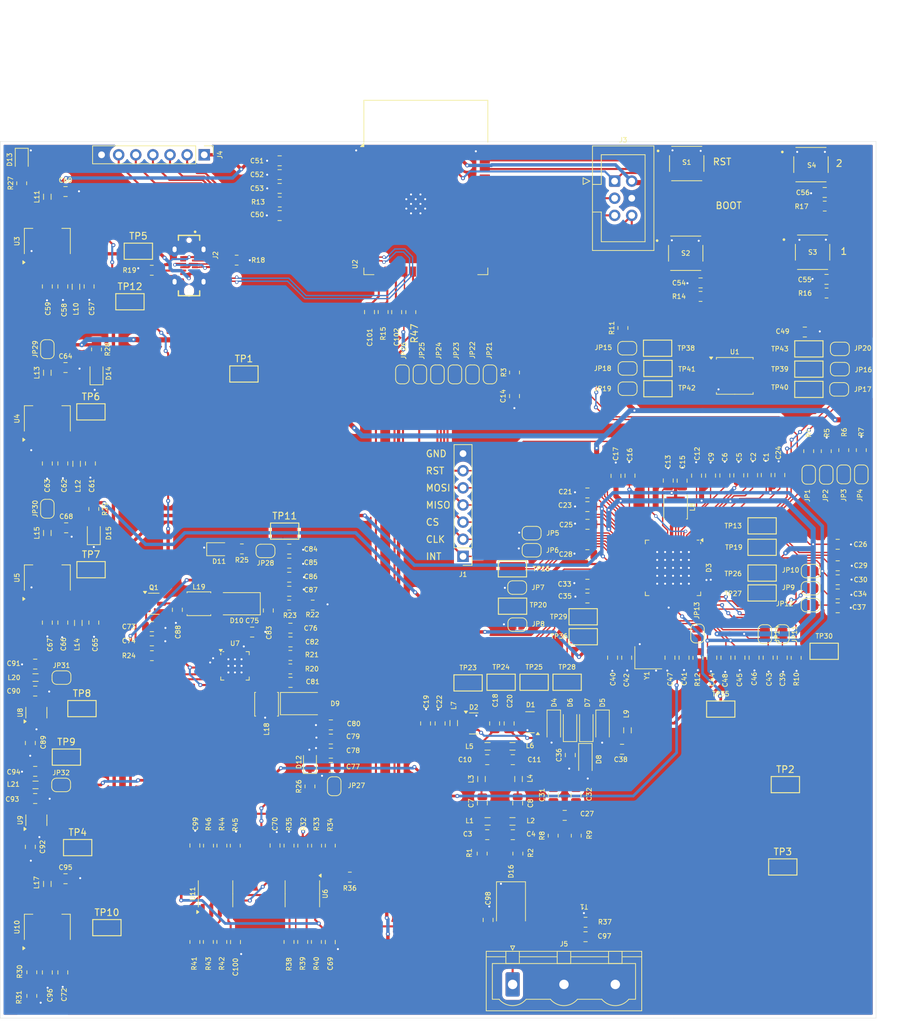
<source format=kicad_pcb>
(kicad_pcb (version 20240108) (generator "pcbnew") (generator_version "8.0")
  (layers (0 "F.Cu" signal) (31 "B.Cu" signal) (34 "B.Paste" user) (35 "F.Paste" user) (36 "B.SilkS" user "B.Silkscreen") (37 "F.SilkS" user "F.Silkscreen") (38 "B.Mask" user) (39 "F.Mask" user) (44 "Edge.Cuts" user))
  (net 0 "")
  (net 1 "GND")
  (net 2 "+1V2")
  (net 3 "+3.3V")
  (net 4 "RESER_L")
  (net 5 "Net-(C27-Pad1)")
  (net 6 "Net-(C27-Pad2)")
  (net 7 "+3.3VA")
  (net 8 "Net-(D6-K)")
  (net 9 "Net-(JP12-B)")
  (net 10 "Net-(C38-Pad2)")
  (net 11 "Net-(JP11-B)")
  (net 12 "+1V2A")
  (net 13 "/ESP32/EN")
  (net 14 "+3V3")
  (net 15 "/ESP32/Boot")
  (net 16 "BUTTON_1")
  (net 17 "BUTTON_2")
  (net 18 "+15V")
  (net 19 "-15V")
  (net 20 "CP_ADC")
  (net 21 "1.65V")
  (net 22 "Net-(D1-A)")
  (net 23 "Net-(C11-Pad2)")
  (net 24 "Net-(C10-Pad1)")
  (net 25 "Net-(D3-RSVD01)")
  (net 26 "GPIO_2")
  (net 27 "SERIAL_IO_3_MISO")
  (net 28 "SPI_DO")
  (net 29 "GPIO_1")
  (net 30 "Net-(D3-RSVD04)")
  (net 31 "Net-(D3-ATB_P)")
  (net 32 "Net-(D3-RSVD05)")
  (net 33 "TXOUT_P")
  (net 34 "Net-(D3-SW_VDD_OUT-Pad10)")
  (net 35 "Net-(D3-TDI)")
  (net 36 "SERIAL_IO_2_CS")
  (net 37 "Net-(D3-ATB_N)")
  (net 38 "Net-(D3-TCK)")
  (net 39 "TXOUT_N")
  (net 40 "GPIO_3")
  (net 41 "Net-(D3-XTAL_OUT)")
  (net 42 "Net-(D3-PLL_BYPASS)")
  (net 43 "Net-(D3-RSVD06)")
  (net 44 "Net-(D3-RSVD03)")
  (net 45 "SERIAL_IO_0_INT")
  (net 46 "Net-(D3-RBIAS)")
  (net 47 "Net-(D3-TMS)")
  (net 48 "SPI_CLK")
  (net 49 "RXIN_N")
  (net 50 "Net-(D3-RSVD07)")
  (net 51 "Net-(D3-XTAL_IN)")
  (net 52 "Net-(D3-RTCK)")
  (net 53 "Net-(D3-TDO)")
  (net 54 "Net-(D3-TRST_L)")
  (net 55 "SERIAL_IO_4_MOSI")
  (net 56 "SPI_DI")
  (net 57 "RXIN_P")
  (net 58 "Net-(D3-BIASREF)")
  (net 59 "Net-(D3-RSVD02)")
  (net 60 "SPI_CS")
  (net 61 "SERIAL_IO_1_CLK")
  (net 62 "GPIO_0")
  (net 63 "Net-(D9-K)")
  (net 64 "Net-(D9-A)")
  (net 65 "Net-(D10-A)")
  (net 66 "Net-(D10-K)")
  (net 67 "Net-(D11-A)")
  (net 68 "Net-(D12-K)")
  (net 69 "Net-(D13-A)")
  (net 70 "Net-(D14-A)")
  (net 71 "Net-(D15-A)")
  (net 72 "CP_OUT")
  (net 73 "+5V")
  (net 74 "USB_D+")
  (net 75 "USB_D-")
  (net 77 "Net-(J2-CC1)")
  (net 78 "Net-(J2-CC2)")
  (net 80 "TXD0")
  (net 81 "RXD0")
  (net 82 "RESERVE_4")
  (net 83 "RESERVE_3")
  (net 84 "RESERVE_5")
  (net 85 "RESERVE_2")
  (net 86 "RESERVE_1")
  (net 87 "Net-(JP1-A)")
  (net 88 "Net-(JP2-A)")
  (net 89 "Net-(JP3-A)")
  (net 90 "Net-(JP4-A)")
  (net 91 "BIASREF")
  (net 92 "Net-(JP15-B)")
  (net 93 "Net-(JP16-B)")
  (net 94 "Net-(JP17-B)")
  (net 95 "Net-(JP18-B)")
  (net 96 "Net-(JP19-B)")
  (net 97 "Net-(JP20-B)")
  (net 98 "Net-(JP21-A)")
  (net 99 "Net-(JP22-A)")
  (net 100 "Net-(JP23-A)")
  (net 101 "Net-(JP24-A)")
  (net 102 "Net-(JP25-A)")
  (net 103 "Net-(JP26-A)")
  (net 104 "Net-(JP29-A)")
  (net 105 "Net-(JP30-A)")
  (net 106 "Net-(JP31-A)")
  (net 107 "Net-(JP32-A)")
  (net 108 "Net-(L1-Pad2)")
  (net 109 "Net-(C3-Pad1)")
  (net 110 "Net-(C4-Pad2)")
  (net 111 "Net-(C7-Pad2)")
  (net 112 "Net-(C8-Pad2)")
  (net 113 "Net-(L5-Pad2)")
  (net 114 "Net-(U3-VI)")
  (net 115 "Net-(U3-VO)")
  (net 116 "Net-(U4-VI)")
  (net 117 "Net-(U4-VO)")
  (net 118 "Net-(U5-VI)")
  (net 119 "Net-(U5-VO)")
  (net 120 "Net-(U10-VO)")
  (net 121 "Net-(Q1-D)")
  (net 122 "Net-(U8-OUT)")
  (net 123 "Net-(U9-OUT)")
  (net 124 "Net-(Q1-G)")
  (net 125 "RX_N")
  (net 126 "RX_P")
  (net 127 "TX_N")
  (net 128 "TX_P")
  (net 129 "Net-(U2-IO46)")
  (net 130 "Net-(U7-FBN)")
  (net 131 "Net-(U7-VREF)")
  (net 132 "Net-(U7-FBP)")
  (net 133 "Net-(U7-ENN)")
  (net 134 "Net-(U10-ADJ)")
  (net 135 "CP_GEN")
  (net 136 "Net-(R32-Pad2)")
  (net 137 "Net-(R33-Pad1)")
  (net 138 "Net-(R34-Pad1)")
  (net 139 "Net-(C97-Pad2)")
  (net 140 "Modem_RF")
  (net 141 "Net-(R38-Pad1)")
  (net 142 "Net-(R39-Pad1)")
  (net 143 "Net-(R39-Pad2)")
  (net 144 "Net-(R40-Pad2)")
  (net 145 "Net-(R41-Pad2)")
  (net 146 "Net-(R41-Pad1)")
  (net 147 "Net-(R42-Pad1)")
  (net 148 "Net-(R44-Pad1)")
  (net 149 "Net-(R44-Pad2)")
  (net 156 "CP_Feedback")
  (net 163 "Net-(U7-CP)")
  (net 166 "Net-(U7-CN)")
  (net 169 "Net-(C3-Pad2)")
  (net 170 "Net-(C10-Pad2)")
  (footprint "LED_SMD:LED_0805_2012Metric" (layer "F.Cu") (at 95.98 112.0375 90)
    (property "Reference" "D12")
    (property "Value" "LED")
  )
  (footprint "TestPoint:TestPoint_Keystone_5019_Minature" (layer "F.Cu") (at 163.09 84)
    (property "Reference" "TP26")
    (property "Value" "RH-5019")
  )
  (footprint "TestPoint:TestPoint_Keystone_5019_Minature" (layer "F.Cu") (at 62.14 104.1)
    (property "Reference" "TP8")
    (property "Value" "RH-5019")
  )
  (footprint "Inductor_SMD:L_0805_2012Metric" (layer "F.Cu") (at 126.04 109.7)
    (property "Reference" "L6")
    (property "Value" "1.8uH")
  )
  (footprint "Jumper:SolderJumper-2_P1.3mm_Open_RoundedPad1.0x1.5mm" (layer "F.Cu") (at 170.01 69.42 -90)
    (property "Reference" "JP1")
    (property "Value" "~")
  )
  (footprint "Resistor_SMD:R_0805_2012Metric" (layer "F.Cu") (at 85.874166 80.42 180)
    (property "Reference" "R25")
    (property "Value" "15KΩ")
  )
  (footprint "TestPoint:TestPoint_Keystone_5019_Minature" (layer "F.Cu") (at 119.45 100.29)
    (property "Reference" "TP23")
    (property "Value" "RH-5019")
  )
  (footprint "Capacitor_SMD:C_0805_2012Metric" (layer "F.Cu") (at 99.08 106.5125 180)
    (property "Reference" "C80")
    (property "Value" "4.7uF")
  )
  (footprint "Capacitor_SMD:C_0805_2012Metric" (layer "F.Cu") (at 91.48 24.916 180)
    (property "Reference" "C52")
    (property "Value" "47uF")
  )
  (footprint "Capacitor_SMD:C_0805_2012Metric" (layer "F.Cu") (at 126.81 118.134998 90)
    (property "Reference" "C8")
    (property "Value" "1.5nF")
  )
  (footprint "Diode_SMD:D_SMA" (layer "F.Cu") (at 95.11 103.36)
    (property "Reference" "D9")
    (property "Value" "SS54")
  )
  (footprint "Inductor_SMD:L_0805_2012Metric" (layer "F.Cu") (at 126.94 114.543332 90)
    (property "Reference" "L4")
    (property "Value" "270nH")
  )
  (footprint "Inductor_SMD:L_0805_2012Metric" (layer "F.Cu") (at 143.11 107.32 90)
    (property "Reference" "L9")
    (property "Value" "L_Ferrite")
  )
  (footprint "Jumper:SolderJumper-2_P1.3mm_Open_RoundedPad1.0x1.5mm" (layer "F.Cu") (at 122.7 54.54 -90)
    (property "Reference" "JP21")
    (property "Value" "~")
  )
  (footprint "Capacitor_SMD:C_0805_2012Metric" (layer "F.Cu") (at 57 91.35 -90)
    (property "Reference" "C67")
    (property "Value" "47uF")
  )
  (footprint "Footprints:GCT_USB4120-03-C_REVA" (layer "F.Cu") (at 78.035 38.4 -90)
    (property "Reference" "J2")
    (property "Value" "U263-163N-4BQC65")
    (fp_line (start 3.85 0.26) (end 3.65 0.26) (stroke (width 0.01)) (layer "Edge.Cuts"))
    (fp_line (start 3.65 -0.26) (end 3.85 -0.26) (stroke (width 0.01)) (layer "Edge.Cuts"))
    (fp_arc (start 3.65 0.26) (mid 3.466152 0.183848) (end 3.39 0) (stroke (width 0.01)) (layer "Edge.Cuts"))
    (fp_arc (start 3.39 0) (mid 3.466152 -0.183848) (end 3.65 -0.26) (stroke (width 0.01)) (layer "Edge.Cuts"))
    (fp_arc (start 4.11 0) (mid 4.033848 0.183848) (end 3.85 0.26) (stroke (width 0.01)) (layer "Edge.Cuts"))
    (fp_arc (start 3.85 -0.26) (mid 4.033848 -0.183848) (end 4.11 0) (stroke (width 0.01)) (layer "Edge.Cuts"))
  )
  (footprint "Package_TO_SOT_SMD:SOT-23-5" (layer "F.Cu") (at 55.375 104.7 90)
    (property "Reference" "U8")
    (property "Value" "TLV70212_SOT23-5")
  )
  (footprint "Capacitor_SMD:C_0805_2012Metric" (layer "F.Cu") (at 99.08 110.7125 180)
    (property "Reference" "C78")
    (property "Value" "4.7uF")
  )
  (footprint "Resistor_SMD:R_0805_2012Metric" (layer "F.Cu") (at 126.34 54.26 -90)
    (property "Reference" "R3")
    (property "Value" "10KΩ")
  )
  (footprint "Jumper:SolderJumper-2_P1.3mm_Open_RoundedPad1.0x1.5mm" (layer "F.Cu") (at 170.31 83.71)
    (property "Reference" "JP10")
    (property "Value" "~")
  )
  (footprint "Capacitor_SMD:C_0805_2012Metric" (layer "F.Cu") (at 172.6525 40.45 180)
    (property "Reference" "C55")
    (property "Value" "100nF")
  )
  (footprint "Capacitor_SMD:C_0805_2012Metric" (layer "F.Cu") (at 63.4 67.75 -90)
    (property "Reference" "C61")
    (property "Value" "47uF")
  )
  (footprint "Diode_SMD:D_SOD-123" (layer "F.Cu") (at 134.583333 106.625 90)
    (property "Reference" "D6")
    (property "Value" "1N5819")
  )
  (footprint "TestPoint:TestPoint_Keystone_5019_Minature" (layer "F.Cu") (at 172.3 95.6)
    (property "Reference" "TP30")
    (property "Value" "RH-5019")
  )
  (footprint "Resistor_SMD:R_0805_2012Metric" (layer "F.Cu") (at 121.54 125.6 -90)
    (property "Reference" "R1")
    (property "Value" "22Ω")
  )
  (footprint "Resistor_SMD:R_0805_2012Metric" (layer "F.Cu") (at 172.3825 29.585 180)
    (property "Reference" "R17")
    (property "Value" "10KΩ")
  )
  (footprint "TestPoint:TestPoint_Keystone_5019_Minature" (layer "F.Cu") (at 170.03 56.76)
    (property "Reference" "TP40")
    (property "Value" "RH-5019")
  )
  (footprint "Inductor_SMD:L_0805_2012Metric" (layer "F.Cu") (at 121.44 114.543332 90)
    (property "Reference" "L3")
    (property "Value" "270nH")
  )
  (footprint "Inductor_SMD:L_0805_2012Metric" (layer "F.Cu") (at 122.34 109.7)
    (property "Reference" "L5")
    (property "Value" "1.8uH")
  )
  (footprint "Capacitor_SMD:C_0805_2012Metric" (layer "F.Cu") (at 157.715831 96.55 -90)
    (property "Reference" "C48")
    (property "Value" "100nF")
  )
  (footprint "Package_TO_SOT_SMD:SOT-223-3_TabPin2" (layer "F.Cu") (at 57 34.8 90)
    (property "Reference" "U3")
    (property "Value" "AMS1117-3.3")
  )
  (footprint "Package_SO:SOIC-8_3.9x4.9mm_P1.27mm" (layer "F.Cu") (at 94.85 131.56 -90)
    (property "Reference" "U6")
    (property "Value" "OPA2991IDR")
  )
  (footprint "TestPoint:TestPoint_Keystone_5019_Minature" (layer "F.Cu") (at 156.95 104.17)
    (property "Reference" "TP35")
    (property "Value" "RH-5019")
  )
  (footprint "Resistor_SMD:R_0805_2012Metric" (layer "F.Cu") (at 135.5 122.94 90)
    (property "Reference" "R9")
    (property "Value" "100Ω")
  )
  (footprint "Capacitor_SMD:C_0805_2012Metric" (layer "F.Cu") (at 149.412499 96.55 -90)
    (property "Reference" "C47")
    (property "Value" "12pF")
  )
  (footprint "Jumper:SolderJumper-2_P1.3mm_Open_RoundedPad1.0x1.5mm" (layer "F.Cu") (at 174.63 50.76 180)
    (property "Reference" "JP20")
    (property "Value" "~")
  )
  (footprint "TestPoint:TestPoint_Keystone_5019_Minature" (layer "F.Cu") (at 166.54 115.37)
    (property "Reference" "TP2")
    (property "Value" "RH-5019")
  )
  (footprint "Capacitor_SMD:C_0805_2012Metric" (layer "F.Cu") (at 90.8 124.4 -90)
    (property "Reference" "C70")
    (property "Value" "100nF")
  )
  (footprint "Capacitor_SMD:C_0805_2012Metric" (layer "F.Cu") (at 99.08 112.8125 180)
    (property "Reference" "C77")
    (property "Value" "4.7uF")
  )
  (footprint "Capacitor_SMD:C_0805_2012Metric" (layer "F.Cu") (at 153.9525 40.98 180)
    (property "Reference" "C54")
    (property "Value" "100nF")
  )
  (footprint "Diode_SMD:D_SOD-123" (layer "F.Cu") (at 139.41 106.67 -90)
    (property "Reference" "D5")
    (property "Value" "1N5819")
  )
  (footprint "Capacitor_SMD:C_0805_2012Metric" (layer "F.Cu") (at 169.43 48.26)
    (property "Reference" "C49")
    (property "Value" "100nF")
  )
  (footprint "Capacitor_SMD:C_0805_2012Metric" (layer "F.Cu") (at 174.31 85)
    (property "Reference" "C30")
    (property "Value" "100nF")
  )
  (footprint "TestPoint:TestPoint_Keystone_5019_Minature" (layer "F.Cu") (at 170.03 50.76)
    (property "Reference" "TP43")
    (property "Value" "RH-5019")
  )
  (footprint "Capacitor_SMD:C_0805_2012Metric" (layer "F.Cu") (at 63.2 41.5 -90)
    (property "Reference" "C57")
    (property "Value" "47uF")
  )
  (footprint "Package_TO_SOT_SMD:SOT-23" (layer "F.Cu") (at 120.289998 106.3)
    (property "Reference" "D2")
    (property "Value" "BAV99")
  )
  (footprint "Capacitor_SMD:C_0805_2012Metric" (layer "F.Cu") (at 155.624998 96.55 -90)
    (property "Reference" "C44")
    (property "Value" "100nF")
  )
  (footprint "TestPoint:TestPoint_Keystone_5019_Minature" (layer "F.Cu") (at 65.84 136.58)
    (property "Reference" "TP10")
    (property "Value" "RH-5019")
  )
  (footprint "Capacitor_SMD:C_0805_2012Metric" (layer "F.Cu") (at 126.34 57.76 -90)
    (property "Reference" "C14")
    (property "Value" "100nF")
  )
  (footprint "Jumper:SolderJumper-2_P1.3mm_Open_RoundedPad1.0x1.5mm" (layer "F.Cu") (at 143.08 50.66)
    (property "Reference" "JP15")
    (property "Value" "~")
  )
  (footprint "Package_SO:SOIC-8_5.23x5.23mm_P1.27mm" (layer "F.Cu") (at 159.03 54.76)
    (property "Reference" "U1")
    (property "Value" "W25Q128JVS")
  )
  (footprint "TestPoint:TestPoint_Keystone_5019_Minature" (layer "F.Cu") (at 136.54 93.44)
    (property "Reference" "TP36")
    (property "Value" "RH-5019")
  )
  (footprint "Jumper:SolderJumper-2_P1.3mm_Open_RoundedPad1.0x1.5mm" (layer "F.Cu") (at 120.1 54.54 -90)
    (property "Reference" "JP22")
    (property "Value" "~")
  )
  (footprint "TestPoint:TestPoint_Keystone_5019_Minature" (layer "F.Cu") (at 126.03 83.37)
    (property "Reference" "TP16")
    (property "Value" "RH-5019")
  )
  (footprint "Resistor_SMD:R_0805_2012Metric" (layer "F.Cu") (at 92.8725 138.7 -90)
    (property "Reference" "R38")
    (property "Value" "1KΩ")
  )
  (footprint "Capacitor_SMD:C_0805_2012Metric" (layer "F.Cu") (at 137.16 81.27 180)
    (property "Reference" "C28")
    (property "Value" "100nF")
  )
  (footprint "Resistor_SMD:R_0805_2012Metric" (layer "F.Cu") (at 84.9 124.42 90)
    (property "Reference" "R45")
    (property "Value" "1KΩ")
  )
  (footprint "Resistor_SMD:R_0805_2012Metric" (layer "F.Cu") (at 54.7 143.2 -90)
    (property "Reference" "R30")
    (property "Value" "125Ω")
  )
  (footprint "TestPoint:TestPoint_Keystone_5019_Minature" (layer "F.Cu") (at 166.16 127.58)
    (property "Reference" "TP3")
    (property "Value" "RH-5019")
  )
  (footprint "Resistor_SMD:R_0805_2012Metric" (layer "F.Cu") (at 168.14 96.57 90)
    (property "Reference" "R10")
    (property "Value" "2.5KΩ")
  )
  (footprint "Connector_PinHeader_2.54mm:PinHeader_1x07_P2.54mm_Vertical" (layer "F.Cu") (at 80.29 21.98 -90)
    (property "Reference" "J4")
    (property "Value" "Conn_01x07")
  )
  (footprint "Capacitor_SMD:C_0805_2012Metric" (layer "F.Cu") (at 149.16 70.28 90)
    (property "Reference" "C13")
    (property "Value" "10uF")
  )
  (footprint "Capacitor_SMD:C_0805_2012Metric" (layer "F.Cu") (at 59.7 53.53)
    (property "Reference" "C64")
    (property "Value" "47uF")
  )
  (footprint "LED_SMD:LED_0805_2012Metric" (layer "F.Cu") (at 63.9 78.1 90)
    (property "Reference" "D15")
    (property "Value" "LED")
  )
  (footprint "Capacitor_SMD:C_0805_2012Metric" (layer "F.Cu") (at 55.2 97.5 180)
    (property "Reference" "C91")
    (property "Value" "1uF")
  )
  (footprint "Capacitor_SMD:C_0805_2012Metric" (layer "F.Cu") (at 57 41.5 -90)
    (property "Reference" "C59")
    (property "Value" "47uF")
  )
  (footprint "Capacitor_SMD:C_0805_2012Metric" (layer "F.Cu") (at 137.16 85.66 180)
    (property "Reference" "C33")
    (property "Value" "10uF")
  )
  (footprint "Capacitor_SMD:C_0805_2012Metric" (layer "F.Cu") (at 59.7 129.33)
    (property "Reference" "C95")
    (property "Value" "47uF")
  )
  (footprint "Footprints:SW_TS-1187A-B-A-B" (layer "F.Cu") (at 170.58 36.43)
    (property "Reference" "S3")
    (property "Value" "TS-1187A-B-A-B")
  )
  (footprint "Resistor_SMD:R_0805_2012Metric" (layer "F.Cu") (at 96.3875 88.75)
    (property "Reference" "R22")
    (property "Value" "84KΩ")
  )
  (footprint "Capacitor_SMD:C_0805_2012Metric" (layer "F.Cu") (at 159.63 69.51 90)
    (property "Reference" "C5")
    (property "Value" "100nF")
  )
  (footprint "Resistor_SMD:R_0805_2012Metric" (layer "F.Cu") (at 175.21 65.77 90)
    (property "Reference" "R6")
    (property "Value" "3.3KΩ")
  )
  (footprint "Capacitor_SMD:C_0805_2012Metric" (layer "F.Cu") (at 92.9075 80.45)
    (property "Reference" "C84")
    (property "Value" "4.7uF")
  )
  (footprint "Package_TO_SOT_SMD:SOT-223-3_TabPin2" (layer "F.Cu") (at 57 136.5 90)
    (property "Reference" "U10")
    (property "Value" "AMS1117-ADJ")
  )
  (footprint "Jumper:SolderJumper-2_P1.3mm_Open_RoundedPad1.0x1.5mm" (layer "F.Cu") (at 128.88 80.62)
    (property "Reference" "JP6")
    (property "Value" "~")
  )
  (footprint "Capacitor_SMD:C_0805_2012Metric" (layer "F.Cu") (at 174.31 82.92)
    (property "Reference" "C29")
    (property "Value" "100nF")
  )
  (footprint "Capacitor_SMD:C_0805_2012Metric" (layer "F.Cu") (at 89.8 89.55 -90)
    (property "Reference" "C83")
    (property "Value" "6.8pF")
  )
  (footprint "Crystal:Crystal_SMD_3225-4Pin_3.2x2.5mm" (layer "F.Cu") (at 146.201666 96.55)
    (property "Reference" "Y1")
    (property "Value" "25MHz")
  )
  (footprint "Capacitor_SMD:C_0805_2012Metric" (layer "F.Cu") (at 161.68 69.49 90)
    (property "Reference" "C2")
    (property "Value" "100nF")
  )
  (footprint "Capacitor_SMD:C_0805_2012Metric" (layer "F.Cu") (at 166.079163 96.55 -90)
    (property "Reference" "C39")
    (property "Value" "100nF")
  )
  (footprint "Capacitor_SMD:C_0805_2012Metric" (layer "F.Cu") (at 59.8 77.2925)
    (property "Reference" "C68")
    (property "Value" "47uF")
  )
  (footprint "Resistor_SMD:R_0805_2012Metric" (layer "F.Cu") (at 91.5 28.978)
    (property "Reference" "R13")
    (property "Value" "10KΩ")
  )
  (footprint "Capacitor_SMD:C_0805_2012Metric" (layer "F.Cu") (at 135.47 116.91 90)
    (property "Reference" "C32")
    (property "Value" "100nF")
  )
  (footprint "Capacitor_SMD:C_0805_2012Metric" (layer "F.Cu") (at 159.806664 96.55 -90)
    (property "Reference" "C45")
    (property "Value" "100nF")
  )
  (footprint "Resistor_SMD:R_0805_2012Metric" (layer "F.Cu") (at 54.7 146.7 -90)
    (property "Reference" "R31")
    (property "Value" "39Ω")
  )
  (footprint "Capacitor_SMD:C_0805_2012Metric" (layer "F.Cu") (at 163.7 69.47 90)
    (property "Reference" "C1")
    (property "Value" "100nF")
  )
  (footprint "Resistor_SMD:R_0805_2012Metric" (layer "F.Cu") (at 142.43 47.66 90)
    (property "Reference" "R11")
    (property "Value" "10KΩ")
  )
  (footprint "Resistor_SMD:R_0805_2012Metric" (layer "F.Cu") (at 153.564165 96.57 -90)
    (property "Reference" "R12")
    (property "Value" "6.2KΩ")
  )
  (footprint "Jumper:SolderJumper-2_P1.3mm_Open_RoundedPad1.0x1.5mm" (layer "F.Cu") (at 143.13 53.66)
    (property "Reference" "JP18")
    (property "Value" "~")
  )
  (footprint "Capacitor_SMD:C_0805_2012Metric" (layer "F.Cu") (at 122.42 135.44 90)
    (property "Reference" "C98")
    (property "Value" "330pF")
  )
  (footprint "Capacitor_SMD:C_0805_2012Metric" (layer "F.Cu") (at 157.56 69.53 90)
    (property "Reference" "C6")
    (property "Value" "100nF")
  )
  (footprint "Footprints:SW_TS-1187A-B-A-B" (layer "F.Cu") (at 170.34 23.435)
    (property "Reference" "S4")
    (property "Value" "TS-1187A-B-A-B")
  )
  (footprint "Diode_SMD:D_SOD-123" (layer "F.Cu") (at 136.86 111.6325 -90)
    (property "Reference" "D8")
    (property "Value" "BZT52C3V9")
  )
  (footprint "TestPoint:TestPoint_Keystone_5019_Minature" (layer "F.Cu") (at 92.23 77.78)
    (property "Reference" "TP11")
    (property "Value" "RH-5019")
  )
  (footprint "Capacitor_SMD:C_0805_2012Metric" (layer "F.Cu") (at 134.62 110.99 90)
    (property "Reference" "C36")
    (property "Value" "100nF")
  )
  (footprint "Resistor_SMD:R_0805_2012Metric" (layer "F.Cu") (at 132.08 122.94 90)
    (property "Reference" "R8")
    (property "Value" "100Ω")
  )
  (footprint "Capacitor_SMD:C_0805_2012Metric" (layer "F.Cu") (at 137.16 87.7 180)
    (property "Reference" "C35")
    (property "Value" "100nF")
  )
  (footprint "Capacitor_SMD:C_0805_2012Metric" (layer "F.Cu") (at 125.54333 106.3 90)
    (property "Reference" "C20")
    (property "Value" "1.5nF")
  )
  (footprint "Capacitor_SMD:C_0805_2012Metric" (layer "F.Cu") (at 59.3 143.22 -90)
    (property "Reference" "C72")
    (property "Value" "1uF")
  )
  (footprint "TestPoint:TestPoint_Keystone_5019_Minature" (layer "F.Cu") (at 126.05 88.91)
    (property "Reference" "TP20")
    (property "Value" "RH-5019")
  )
  (footprint "Resistor_SMD:R_0805_2012Metric" (layer "F.Cu") (at 96.9375 138.7 -90)
    (property "Reference" "R40")
    (property "Value" "10KΩ")
  )
  (footprint "Capacitor_SMD:C_0805_2012Metric" (layer "F.Cu") (at 143.48 69.56 90)
    (property "Reference" "C16")
    (property "Value" "100nF")
  )
  (footprint "Diode_SMD:D_SOD-123" (layer "F.Cu") (at 136.996666 106.625 90)
    (property "Reference" "D7")
    (property "Value" "1N5819")
  )
  (footprint "Resistor_SMD:R_0805_2012Metric" (layer "F.Cu") (at 96.9575 124.42 90)
    (property "Reference" "R33")
    (property "Value" "1KΩ")
  )
  (footprint "TestPoint:TestPoint_Keystone_5019_Minature" (layer "F.Cu") (at 163.09 86.95)
    (property "Reference" "TP27")
    (property "Value" "RH-5019")
  )
  (footprint "Package_TO_SOT_SMD:SOT-223-3_TabPin2" (layer "F.Cu") (at 57 84.7 90)
    (property "Reference" "U5")
    (property "Value" "AMS1117-3.3")
  )
  (footprint "Resistor_SMD:R_0805_2012Metric" (layer "F.Cu") (at 153.9525 42.98)
    (property "Reference" "R14")
    (property "Value" "10KΩ")
  )
  (footprint "Capacitor_SMD:C_0805_2012Metric" (layer "F.Cu") (at 151.503332 96.55 -90)
    (property "Reference" "C41")
    (property "Value" "100nF")
  )
  (footprint "Capacitor_SMD:C_0805_2012Metric" (layer "F.Cu") (at 141.4 69.59 90)
    (property "Reference" "C17")
    (property "Value" "100nF")
  )
  (footprint "Resistor_SMD:R_0805_2012Metric" (layer "F.Cu") (at 80.92 124.42 -90)
    (property "Reference" "R46")
    (property "Value" "39Ω")
  )
  (footprint "Jumper:SolderJumper-2_P1.3mm_Open_RoundedPad1.0x1.5mm" (layer "F.Cu") (at 143.13 56.66)
    (property "Reference" "JP19")
    (property "Value" "~")
  )
  (footprint "Resistor_SMD:R_0805_2012Metric" (layer "F.Cu") (at 93.0675 98.2125)
    (property "Reference" "R20")
    (property "Value" "1.3MΩ")
  )
  (footprint "Capacitor_SMD:C_0805_2012Metric" (layer "F.Cu") (at 93.08 92.1725)
    (property "Reference" "C76")
    (property "Value" "4.7nF")
  )
  (footprint "Resistor_SMD:R_0805_2012Metric" (layer "F.Cu") (at 95.98 115.6375 90)
    (property "Reference" "R26")
    (property "Value" "15KΩ")
  )
  (footprint "Jumper:SolderJumper-2_P1.3mm_Open_RoundedPad1.0x1.5mm" (layer "F.Cu") (at 172.61 69.42 -90)
    (property "Reference" "JP2")
    (property "Value" "~")
  )
  (footprint "Capacitor_SMD:C_0805_2012Metric" (layer "F.Cu") (at 122.29 122.79833)
    (property "Reference" "C3")
    (property "Value" "220pF")
  )
  (footprint "TestPoint:TestPoint_Keystone_5019_Minature" (layer "F.Cu") (at 86.18 54.48)
    (property "Reference" "TP1")
    (property "Value" "RH-5019")
  )
  (footprint "TestPoint:TestPoint_Keystone_5019_Minature" (layer "F.Cu") (at 70.51 36.28)
    (property "Reference" "TP5")
    (property "Value" "RH-5019")
  )
  (footprint "Capacitor_SMD:C_0805_2012Metric" (layer "F.Cu") (at 113.14 106.3 -90)
    (property "Reference" "C19")
    (property "Value" "1.5nF")
  )
  (footprint "Inductor_SMD:L_Sunlord_SWPA3015S" (layer "F.Cu") (at 79.5 88.55)
    (property "Reference" "L19")
    (property "Value" "4.7uH")
  )
  (footprint "TestPoint:TestPoint_Keystone_5019_Minature" (layer "F.Cu") (at 147.63 56.66)
    (property "Reference" "TP42")
    (property "Value" "RH-5019")
  )
  (footprint "Package_TO_SOT_SMD:SOT-23-5" (layer "F.Cu") (at 55.375 120.65 90)
    (property "Reference" "U9")
    (property "Value" "TLV70212_SOT23-5")
  )
  (footprint "Capacitor_SMD:C_0805_2012Metric" (layer "F.Cu") (at 163.98833 96.55 -90)
    (property "Reference" "C43")
    (property "Value" "100nF")
  )
  (footprint "Capacitor_SMD:C_0805_2012Metric" (layer "F.Cu") (at 91.48 30.994 180)
    (property "Reference" "C50")
    (property "Value" "100nF")
  )
  (footprint "Capacitor_SMD:C_0805_2012Metric" (layer "F.Cu") (at 140.9 96.55 -90)
    (property "Reference" "C40")
    (property "Value" "100nF")
  )
  (footprint "Resistor_SMD:R_0805_2012Metric" (layer "F.Cu") (at 106.84 45.29 -90)
    (property "Reference" "R15")
    (property "Value" "10K")
  )
  (footprint "Jumper:SolderJumper-2_P1.3mm_Open_RoundedPad1.0x1.5mm" (layer "F.Cu") (at 109.7 54.54 -90)
    (property "Reference" "JP26")
    (property "Value" "~")
  )
  (footprint "Capacitor_SMD:C_0805_2012Metric" (layer "F.Cu") (at 92.9075 86.6975)
    (property "Reference" "C87")
    (property "Value" "4.7uF")
  )
  (footprint "Capacitor_SMD:C_0805_2012Metric" (layer "F.Cu") (at 92.9075 82.5325)
    (property "Reference" "C85")
    (property "Value" "4.7uF")
  )
  (footprint "Resistor_SMD:R_0805_2012Metric" (layer "F.Cu") (at 82.9 138.7 -90)
    (property "Reference" "R42")
    (property "Value" "1KΩ")
  )
  (footprint "Resistor_SMD:R_0805_2012Metric" (layer "F.Cu") (at 136.8825 135.78)
    (property "Reference" "R37")
    (property "Value" "180Ω")
  )
  (footprint "Capacitor_SMD:C_0805_2012Metric" (layer "F.Cu") (at 59.3 41.5 -90)
    (property "Reference" "C58")
    (property "Value" "47uF")
  )
  (footprint "Capacitor_SMD:C_0805_2012Metric" (layer "F.Cu") (at 93.0875 94.2125)
    (property "Reference" "C82")
    (property "Value" "220nF")
  )
  (footprint "Jumper:SolderJumper-2_P1.3mm_Open_RoundedPad1.0x1.5mm" (layer "F.Cu") (at 163.5 93.06 -90)
    (property "Reference" "JP14")
    (property "Value" "~")
  )
  (footprint "Resistor_SMD:R_0805_2012Metric" (layer "F.Cu") (at 101.9 129.085 180)
    (property "Reference" "R36")
    (property "Value" "1KΩ")
  )
  (footprint "Capacitor_SMD:C_0805_2012Metric" (layer "F.Cu") (at 57 143.22 -90)
    (property "Reference" "C96")
    (property "Value" "1uF")
  )
  (footprint "Capacitor_SMD:C_0805_2012Metric" (layer "F.Cu") (at 92.9075 84.615)
    (property "Reference" "C86")
    (property "Value" "4.7uF")
  )
  (footprint "LED_SMD:LED_0805_2012Metric" (layer "F.Cu") (at 64.3 54.4 90)
    (property "Reference" "D14")
    (property "Value" "LED")
  )
  (footprint "Jumper:SolderJumper-2_P1.3mm_Open_RoundedPad1.0x1.5mm" (layer "F.Cu") (at 174.53 56.76 180)
    (property "Reference" "JP17")
    (property "Value" "~")
  )
  (footprint "Capacitor_SMD:C_0805_2012Metric" (layer "F.Cu") (at 155.44 69.55 90)
    (property "Reference" "C9")
    (property "Value" "10uF")
  )
  (footprint "Resistor_SMD:R_0805_2012Metric" (layer "F.Cu") (at 82.91 124.42 90)
    (property "Reference" "R44")
    (property "Value" "1KΩ")
  )
  (footprint "Inductor_SMD:L_0805_2012Metric" (layer "F.Cu") (at 57 54.3 90)
    (property "Reference" "L13")
    (property "Value" "L_Ferrite")
  )
  (footprint "Resistor_SMD:R_0805_2012Metric" (layer "F.Cu") (at 177.81 65.77 90)
    (property "Reference" "R7")
    (property "Value" "3.3KΩ")
  )
  (footprint "Inductor_SMD:L_0805_2012Metric" (layer "F.Cu") (at 117.323332 106.25 90)
    (property "Reference" "L7")
    (property "Value" "1.8uH")
  )
  (footprint "Package_DFN_QFN:QFN-68-1EP_8x8mm_P0.4mm_EP5.2x5.2mm_ThermalVias" (layer "F.Cu") (at 149.87 83.23 -90)
    (property "Reference" "D3")
    (property "Value" "QCA 7000")
  )
  (footprint "Jumper:SolderJumper-2_P1.3mm_Open_RoundedPad1.0x1.5mm" (layer "F.Cu") (at 177.81 69.37 -90)
    (property "Reference" "JP4")
    (property "Value" "~")
  )
  (footprint "Capacitor_SMD:C_0805_2012Metric" (layer "F.Cu") (at 76.3 89.45 -90)
    (property "Reference" "C88")
    (property "Value" "4.7uF")
  )
  (footprint "Inductor_SMD:L_0805_2012Metric" (layer "F.Cu") (at 122.34 120.826664)
    (property "Reference" "L1")
    (property "Value" "1.8uH")
  )
  (footprint "Jumper:SolderJumper-2_P1.3mm_Open_RoundedPad1.0x1.5mm" (layer "F.Cu") (at 114.9 54.54 -90)
    (property "Reference" "JP24")
    (property "Value" "~")
  )
  (footprint "Connector_Phoenix_GMSTB:PhoenixContact_GMSTBVA_2,5_3-G-7,62_1x03_P7.62mm_Vertical" (layer "F.Cu") (at 126.06 145)
    (property "Reference" "J5")
    (property "Value" "Screw_Terminal_01x03")
  )
  (footprint "Jumper:SolderJumper-2_P1.3mm_Open_RoundedPad1.0x1.5mm" (layer "F.Cu") (at 170.3 88.75)
    (property "Reference" "JP12")
    (property "Value" "~")
  )
  (footprint "TestPoint:TestPoint_Keystone_5019_Minature" (layer "F.Cu") (at 136.53 90.48)
    (property "Reference" "TP29")
    (property "Value" "RH-5019")
  )
  (footprint "Jumper:SolderJumper-2_P1.3mm_Open_RoundedPad1.0x1.5mm" (layer "F.Cu") (at 166.1 93.06 -90)
    (property "Reference" "JP11")
    (property "Value" "~")
  )
  (footprint "Capacitor_SMD:C_0805_2012Metric" (layer "F.Cu") (at 133.79 119.935)
    (property "Reference" "C27")
    (property "Value" "220pF")
  )
  (footprint "Capacitor_SMD:C_0805_2012Metric" (layer "F.Cu") (at 59.3 91.35 -90)
    (property "Reference" "C66")
    (property "Value" "47uF")
  )
  (footprint "Capacitor_SMD:C_0805_2012Metric" (layer "F.Cu") (at 78.9 124.4 90)
    (property "Reference" "C99")
    (property "Value" "100nF")
  )
  (footprint "Capacitor_SMD:C_0805_2012Metric" (layer "F.Cu") (at 126.09 122.79833)
    (property "Reference" "C4")
    (property "Value" "220pF")
  )
  (footprint "LED_SMD:LED_0805_2012Metric" (layer "F.Cu") (at 82.3375 80.465)
    (property "Reference" "D11")
    (property "Value" "LED")
  )
  (footprint "Capacitor_SMD:C_0805_2012Metric" (layer "F.Cu") (at 123.386664 106.3 90)
    (property "Reference" "C18")
    (property "Value" "1.5nF")
  )
  (footprint "LED_SMD:LED_0805_2012Metric" (layer "F.Cu") (at 53.2 22.7 -90)
    (property "Reference" "D13")
    (property "Value" "LED")
  )
  (footprint "Jumper:SolderJumper-2_P1.3mm_Open_RoundedPad1.0x1.5mm" (layer "F.Cu") (at 99.58 115.6125 -90)
    (property "Reference" "JP27")
    (property "Value" "~")
  )
  (footprint "Package_TO_SOT_SMD:SOT-223-3_TabPin2" (layer "F.Cu") (at 57 61.1 90)
    (property "Reference" "U4")
    (property "Value" "AMS1117-3.3")
  )
  (footprint "Resistor_SMD:R_0805_2012Metric" (layer "F.Cu") (at 53.2 26.2 90)
    (property "Reference" "R27")
    (property "Value" "1KΩ")
  )
  (footprint "Jumper:SolderJumper-2_P1.3mm_Open_RoundedPad1.0x1.5mm" (layer "F.Cu") (at 153.5 92.96 -90)
    (property "Reference" "JP13")
    (property "Value" "~")
  )
  (footprint "TestPoint:TestPoint_Keystone_5019_Minature" (layer "F.Cu") (at 163.09 80.18)
    (property "Reference" "TP19")
    (property "Value" "RH-5019")
  )
  (footprint "Inductor_SMD:L_0805_2012Metric" (layer "F.Cu") (at 57 78.0625 90)
    (property "Reference" "L15")
    (property "Value" "L_Ferrite")
  )
  (footprint "Capacitor_SMD:C_0805_2012Metric" (layer "F.Cu") (at 63.9 91.35 -90)
    (property "Reference" "C65")
    (property "Value" "47uF")
  )
  (footprint "Resistor_SMD:R_0805_2012Metric" (layer "F.Cu") (at 63.9 74.4925 -90)
    (property "Reference" "R29")
    (property "Value" "1KΩ")
  )
  (footprint "Capacitor_SMD:C_0805_2012Metric" (layer "F.Cu") (at 136.88 137.93)
    (property "Reference" "C97")
    (property "Value" "1nF")
  )
  (footprint "TestPoint:TestPoint_Keystone_5019_Minature" (layer "F.Cu") (at 63.49 83.5)
    (property "Reference" "TP7")
    (property "Value" "RH-5019")
  )
  (footprint "Jumper:SolderJumper-2_P1.3mm_Open_RoundedPad1.0x1.5mm" (layer "F.Cu") (at 175.21 69.37 -90)
    (property "Reference" "JP3")
    (property "Value" "~")
  )
  (footprint "Resistor_SMD:R_0805_2012Metric" (layer "F.Cu") (at 94.915 124.42 -90)
    (property "Reference" "R32")
    (property "Value" "1KΩ")
  )
  (footprint "Resistor_SMD:R_0805_2012Metric" (layer "F.Cu") (at 170.01 65.92 90)
    (property "Reference" "R4")
    (property "Value" "3.3KΩ")
  )
  (footprint "Jumper:SolderJumper-2_P1.3mm_Open_RoundedPad1.0x1.5mm" (layer "F.Cu") (at 59.05 115.416666)
    (property "Reference" "JP32")
    (property "Value" "~")
  )
  (footprint "Package_TO_SOT_SMD:SOT-23" (layer "F.Cu") (at 128.64 106.125 180)
    (property "Reference" "D1")
    (property "Value" "BAV99")
  )
  (footprint "Jumper:SolderJumper-2_P1.3mm_Open_RoundedPad1.0x1.5mm" (layer "F.Cu") (at 112.3 54.54 -90)
    (property "Reference" "JP25")
    (property "Value" "~")
  )
  (footprint "Capacitor_SMD:C_0805_2012Metric" (layer "F.Cu") (at 115.296666 106.3 -90)
    (property "Reference" "C22")
    (property "Value" "1.5nF")
  )
  (footprint "Connector_PinHeader_2.54mm:PinHeader_1x07_P2.54mm_Vertical" (layer "F.Cu") (at 118.7 81.525 180)
    (property "Reference" "J1")
    (property "Value" "Conn_01x07")
  )
  (footprint "Connector_IDC:IDC-Header_2x03_P2.54mm_Vertical" (layer "F.Cu") (at 141.2 25.88)
    (property "Reference" "J3")
    (property "Value" "Conn_02x03_Odd_Even")
  )
  (footprint "Capacitor_SMD:C_0805_2012Metric" (layer "F.Cu") (at 161.897497 96.55 -90)
    (property "Reference" "C46")
    (property "Value" "100nF")
  )
  (footprint "Resistor_SMD:R_0805_2012Metric" (layer "F.Cu") (at 85.1 37.6 180)
    (property "Reference" "R18")
    (property "Value" "5.1KΩ")
  )
  (footprint "Resistor_SMD:R_0805_2012Metric" (layer "F.Cu") (at 172.61 65.92 90)
    (property "Reference" "R5")
    (property "Value" "3.3KΩ")
  )
  (footprint "TestPoint:TestPoint_Keystone_5019_Minature" (layer "F.Cu") (at 147.63 53.66)
    (property "Reference" "TP41")
    (property "Value" "RH-5019")
  )
  (footprint "TestPoint:TestPoint_Keystone_5019_Minature" (layer "F.Cu") (at 63.47 60.1)
    (property "Reference" "TP6")
    (property "Value" "RH-5019")
  )
  (footprint "Capacitor_SMD:C_0805_2012Metric" (layer "F.Cu") (at 137.16 72.12 180)
    (property "Reference" "C21")
    (property "Value" "100nF")
  )
  (footprint "Capacitor_SMD:C_0805_2012Metric" (layer "F.Cu") (at 55.2 113.4 180)
    (property "Reference" "C94")
    (property "Value" "1uF")
  )
  (footprint "Diode_SMD:D_SMA" (layer "F.Cu") (at 85.1 88.55 180)
    (property "Reference" "D10")
    (property "Value" "SS54")
  )
  (footprint "Inductor_SMD:L_0805_2012Metric" (layer "F.Cu") (at 57 130.1 -90)
    (property "Reference" "L17")
    (property "Value" "L_Ferrite")
  )
  (footprint "Resistor_SMD:R_0805_2012Metric" (layer "F.Cu") (at 78.9 138.7 90)
    (property "Reference" "R41")
    (property "Value" "1KΩ")
  )
  (footprint "Resistor_SMD:R_0805_2012Metric" (layer "F.Cu") (at 80.9 138.7 90)
    (property "Reference" "R43")
    (property "Value" "1KΩ")
  )
  (footprint "Resistor_SMD:R_0805_2012Metric" (layer "F.Cu") (at 93.0675 96.2125)
    (property "Reference" "R21")
    (property "Value" "105KΩ")
  )
  (footprint "TestPoint:TestPoint_Keystone_5019_Minature" (layer "F.Cu") (at 59.83 111.29)
    (property "Reference" "TP9")
    (property "Value" "RH-5019")
  )
  (footprint "TestPoint:TestPoint_Keystone_5019_Minature" (layer "F.Cu") (at 124.35 100.19)
    (property "Reference" "TP24")
    (property "Value" "RH-5019")
  )
  (footprint "TestPoint:TestPoint_Keystone_5019_Minature" (layer "F.Cu") (at 147.58 50.66)
    (property "Reference" "TP38")
    (property "Value" "RH-5019")
  )
  (footprint "Resistor_SMD:R_0805_2012Metric" (layer "F.Cu") (at 72.5125 96.25)
    (property "Reference" "R24")
    (property "Value" "100Ω")
  )
  (footprint "Jumper:SolderJumper-2_P1.3mm_Open_RoundedPad1.0x1.5mm" (layer "F.Cu") (at 57 74.4625 90)
    (property "Reference" "JP30")
    (property "Value" "~")
  )
  (footprint "Capacitor_SMD:C_0805_2012Metric" (layer "F.Cu") (at 99.08 108.6125 180)
    (property "Reference" "C79")
    (property "Value" "4.7uF")
  )
  (footprint "Footprints:SW_TS-1187A-B-A-B" (layer "F.Cu") (at 151.9 23.275)
    (property "Reference" "S1")
    (property "Value" "TS-1187A-B-A-B")
  )
  (footprint "Capacitor_SMD:C_0805_2012Metric" (layer "F.Cu") (at 55.2 117.433332)
    (property "Reference" "C93")
    (property "Value" "1uF")
  )
  (footprint "RF_Module:ESP32-S3-WROOM-1" (layer "F.Cu") (at 113.18 26.8)
    (property "Reference" "U2")
    (property "Value" "ESP32-S3-WROOM-1")
  )
  (footprint "Jumper:SolderJumper-2_P1.3mm_Open_RoundedPad1.0x1.5mm" (layer "F.Cu") (at 126.77 91.65)
    (property "Reference" "JP8")
    (property "Value" "~")
  )
  (footprint "Inductor_SMD:L_0805_2012Metric" (layer "F.Cu") (at 61.25 41.55 90)
    (property "Reference" "L10")
    (property "Value" "L_Ferrite")
  )
  (footprint "TestPoint:TestPoint_Keystone_5019_Minature" (layer "F.Cu") (at 61.5 124.71)
    (property "Reference" "TP4")
    (property "Value" "RH-5019")
  )
  (footprint "Package_DFN_QFN:VQFN-24-1EP_4x4mm_P0.5mm_EP2.45x2.45mm_ThermalVias" (layer "F.Cu") (at 84.85 97.7625)
    (property "Reference" "U7")
    (property "Value" "TPS65131RGER")
  )
  (footprint "Footprints:transformerCL4532A-201" (layer "F.Cu") (at 135.74 132.25 180)
    (property "Reference" "T1")
    (property "Value" "CL4532A-201")
  )
  (footprint "Capacitor_SMD:C_0805_2012Metric" (layer "F.Cu") (at 122.29 111.671666)
    (property "Reference" "C10")
    (property "Value" "220pF")
  )
  (footprint "Capacitor_SMD:C_0805_2012Metric" (layer "F.Cu") (at 137.17 76.77 180)
    (property "Reference" "C25")
    (property "Value" "100nF")
  )
  (footprint "TestPoint:TestPoint_Keystone_5019_Minature" (layer "F.Cu") (at 134.15 100.19)
    (property "Reference" "TP28")
    (property "Value" "RH-5019")
  )
  (footprint "Capacitor_SMD:C_0805_2012Metric" (layer "F.Cu") (at 55.2 101.5)
    (property "Reference" "C90")
    (property "Value" "1uF")
  )
  (footprint "TestPoint:TestPoint_Keystone_5019_Minature" (layer "F.Cu") (at 129.25 100.19)
    (property "Reference" "TP25")
    (property "Value" "RH-5019")
  )
  (footprint "Diode_SMD:D_SOD-123" (layer "F.Cu") (at 132.17 106.67 -90)
    (property "Reference" "D4")
    (property "Value" "1N5819")
  )
  (footprint "Resistor_SMD:R_0805_2012Metric" (layer "F.Cu") (at 94.905 138.7 -90)
    (property "Reference" "R39")
    (property "Value" "1KΩ")
  )
  (footprint "Jumper:SolderJumper-2_P1.3mm_Open_RoundedPad1.0x1.5mm" (layer "F.Cu") (at 174.63 53.76 180)
    (property "Reference" "JP16")
    (property "Value" "~")
  )
  (footprint "Jumper:SolderJumper-2_P1.3mm_Open_RoundedPad1.0x1.5mm" (layer "F.Cu") (at 170.3 86.25)
    (property "Reference" "JP9")
    (property "Value" "~")
  )
  (footprint "Capacitor_SMD:C_0805_2012Metric" (layer "F.Cu") (at 126.09 111.671666)
    (property "Reference" "C11")
    (property "Value" "220pF")
  )
  (footprint "Capacitor_SMD:C_0805_2012Metric" (layer "F.Cu") (at 72.5125 94.05)
    (property "Reference" "C74")
    (property "Value" "100nF")
  )
  (footprint "Capacitor_SMD:C_0805_2012Metric" (layer "F.Cu") (at 99 138.72 -90)
    (property "Reference" "C69")
    (property "Value" "100nF")
  )
  (footprint "TestPoint:TestPoint_Keystone_5019_Minature" (layer "F.Cu") (at 163.09 77)
    (property "Reference" "TP13")
    (property "Value" "RH-5019")
  )
  (footprint "Jumper:SolderJumper-2_P1.3mm_Open_RoundedPad1.0x1.5mm" (layer "F.Cu") (at 126.74 86.15)
    (property "Reference" "JP7")
    (property "Value" "~")
  )
  (footprint "Inductor_SMD:L_0805_2012Metric" (layer "F.Cu") (at 57 28.2 90)
    (property "Reference" "L11")
    (property "Value" "L_Ferrite")
  )
  (footprint "Diode_SMD:D_SMB" (layer "F.Cu") (at 125.82 133.44 -90)
    (property "Reference" "D16")
    (property "Value" "SMBJ15CA/TR13")
  )
  (footprint "Capacitor_SMD:C_0805_2012Metric" (layer "F.Cu") (at 104.82 45.3 -90)
    (property "Reference" "C101")
    (property "Value" "100nF")
  )
  (footprint "TestPoint:TestPoint_Keystone_5019_Minature" (layer "F.Cu") (at 170.03 53.76)
    (property "Reference" "TP39")
    (property "Value" "RH-5019")
  )
  (footprint "Capacitor_SMD:C_0805_2012Metric" (layer "F.Cu") (at 165.72 69.47 90)
    (property "Reference" "C24")
    (property "Value" "100nF")
  )
  (footprint "Capacitor_SMD:C_0805_2012Metric" (layer "F.Cu") (at 121.57 118.134998 90)
    (property "Reference" "C7")
    (property "Value" "1.5nF")
  )
  (footprint "Inductor_SMD:L_0805_2012Metric" (layer "F.Cu") (at 55.25 99.5)
    (property "Reference" "L20")
    (property "Value" "L_Ferrite")
  )
  (footprint "Inductor_SMD:L_0805_2012Metric" (layer "F.Cu") (at 61.6 91.4 90)
    (property "Reference" "L14")
    (property "Value" "L_Ferrite")
  )
  (footprint "Capacitor_SMD:C_0805_2012Metric" (layer "F.Cu") (at 93.0875 100.2125)
    (property "Reference" "C81")
    (property "Value" "7.5pF")
  )
  (footprint "Inductor_SMD:L_0805_2012Metric" (layer "F.Cu") (at 55.25 115.416666)
    (property "Reference" "L21")
    (property "Value" "L_Ferrite")
  )
  (footprint "Capacitor_SMD:C_0805_2012Metric" (layer "F.Cu") (at 54.48 109.2 -90)
    (property "Reference" "C89")
    (property "Value" "1uF")
  )
  (footprint "Inductor_SMD:L_Sunlord_SWPA3015S" (layer "F.Cu") (at 89.54 103.45 -90)
    (property "Reference" "L18")
    (property "Value" "4.7uH")
  )
  (footprint "Capacitor_SMD:C_0805_2012Metric" (layer "F.Cu") (at 132.11 116.91 90)
    (property "Reference" "C31")
    (property "Value" "100nF")
  )
  (footprint "Jumper:SolderJumper-2_P1.3mm_Open_RoundedPad1.0x1.5mm" (layer "F.Cu") (at 117.5 54.54 -90)
    (property "Reference" "JP23")
    (property "Value" "~")
  )
  (footprint "Inductor_SMD:L_0805_2012Metric" (layer "F.Cu") (at 61.35 67.8 90)
    (property "Reference" "L12")
    (property "Value" "L_Ferrite")
  )
  (footprint "Resistor_SMD:R_0805_2012Metric" (layer "F.Cu") (at 99 124.42 90)
    (property "Reference" "R34")
    (property "Value" "7.5KΩ")
  )
  (footprint "Resistor_SMD:R_0805_2012Metric" (layer "F.Cu") (at 92.8875 88.75)
    (property "Reference" "R23")
    (property "Value" "976KΩ")
  )
  (footprint "Capacitor_SMD:C_0805_2012Metric" (layer "F.Cu") (at 142.990833 96.55 -90)
    (property "Reference" "C42")
    (property "Value" "12pF")
  )
  (footprint "Capacitor_SMD:C_0805_2012Metric" (layer "F.Cu") (at 54.48 124.6 -90)
    (property "Reference" "C92")
    (property "Value" "1uF")
  )
  (footprint "Jumper:SolderJumper-2_P1.3mm_Open_RoundedPad1.0x1.5mm" (layer "F.Cu") (at 89.380832 80.72 180)
    (property "Reference" "JP28")
    (property "Value" "~")
  )
  (footprint "Inductor_SMD:L_Sunlord_SWPA3015S" (layer "F.Cu") (at 150.25 74.22 -90)
    (property "Reference" "L8")
    (property "Value" "4.7uH")
  )
  (footprint "Inductor_SMD:L_0805_2012Metric" (layer "F.Cu") (at 126.04 120.826664)
    (property "Reference" "L2")
    (property "Value" "1.8uH")
  )
  (footprint "Resistor_SMD:R_0805_2012Metric" (layer "F.Cu") (at 172.6525 42.48 180)
    (property "Reference" "R16")
    (property "Value" "10KΩ")
  )
  (footprint "Capacitor_SMD:C_0805_2012Metric" (layer "F.Cu") (at 91.48 26.962 180)
    (property "Reference" "C53")
    (property "Value" "47uF")
  )
  (footprint "Package_TO_SOT_SMD:SOT-23-3" (layer "F.Cu") (at 72.8 88.55)
    (property "Reference" "Q1")
    (property "Value" "SI2323DS")
  )
  (footprint "Jumper:SolderJumper-2_P1.3mm_Open_RoundedPad1.0x1.5mm" (layer "F.Cu") (at 57 50.8 90)
    (property "Reference" "JP29")
    (property "Value" "~")
  )
  (footprint "Capacitor_SMD:C_0805_2012Metric" (layer "F.Cu") (at 151.22 70.3 90)
    (property "Reference" "C15")
    (property "Value" "100nF")
  )
  (footprint "Capacitor_SMD:C_0805_2012Metric" (layer "F.Cu") (at 174.31 87.1)
    (property "Reference" "C34")
    (property "Value" "100nF")
  )
  (footprint "Capacitor_SMD:C_0805_2012Metric" (layer "F.Cu") (at 84.93 138.72 90)
    (property "Reference" "C100")
    (property "Value" "100nF")
  )
  (footprint "Capacitor_SMD:C_0805_2012Metric" (layer "F.Cu") (at 91.48 22.87 180)
    (property "Reference" "C51")
    (property "Value" "100nF")
  )
  (footprint "Capacitor_SMD:C_0805_2012Metric" (layer "F.Cu") (at 87.4 92.75)
    (property "Reference" "C75")
    (property "Value" "10nF")
  )
  (footprint "Resistor_SMD:R_0805_2012Metric" (layer "F.Cu") (at 126.84 125.6 90)
    (property "Reference" "R2")
    (property "Value" "22Ω")
  )
  (footprint "Capacitor_SMD:C_0805_2012Metric" (layer "F.Cu") (at 59.7 27.43)
    (property "Reference" "C60")
    (property "Value" "47uF")
  )
  (footprint "TestPoint:TestPoint_Keystone_5019_Minature" (layer "F.Cu") (at 69.26 43.77)
    (property "Reference" "TP12")
    (property "Value" "RH-5019")
  )
  (footprint "Jumper:SolderJumper-2_P1.3mm_Open_RoundedPad1.0x1.5mm" (layer "F.Cu") (at 59.1 99.5)
    (property "Reference" "JP31")
    (property "Value" "~")
  )
  (footprint "Capacitor_SMD:C_0805_2012Metric" (layer "F.Cu") (at 137.16 74.15 180)
    (property "Reference" "C23")
    (property "Value" "100nF")
  )
  (footprint "Capacitor_SMD:C_0805_2012Metric" (layer "F.Cu") (at 108.85 45.31 -90)
    (property "Reference" "C102")
    (property "Value" "100nF")
  )
  (footprint "Capacitor_SMD:C_0805_2012Metric" (layer "F.Cu") (at 172.3825 27.565 180)
    (property "Reference" "C56")
    (property "Value" "100nF")
  )
  (footprint "Resistor_SMD:R_0805_2012Metric" (layer "F.Cu") (at 64.3 50.83 -90)
    (property "Reference" "R28")
    (property "Value" "1KΩ")
  )
  (footprint "Capacitor_SMD:C_0805_2012Metric" (layer "F.Cu") (at 57 67.75 -90)
    (property "Reference" "C63")
    (property "Value" "47uF")
  )
  (footprint "Resistor_SMD:R_0805_2012Metric" (layer "F.Cu") (at 72.5 39.1)
    (property "Reference" "R19")
    (property "Value" "5.1KΩ")
  )
  (footprint "Capacitor_SMD:C_0805_2012Metric" (layer "F.Cu") (at 174.31 79.73)
    (property "Reference" "C26")
    (property "Value" "100nF")
  )
  (footprint "Resistor_SMD:R_0805_2012Metric" (layer "F.Cu") (at 92.8725 124.42 -90)
    (property "Reference" "R35")
    (property "Value" "7.5KΩ")
  )
  (footprint "Capacitor_SMD:C_0805_2012Metric" (layer "F.Cu") (at 142.3 110.12)
    (property "Reference" "C38")
    (property "Value" "100nF")
  )
  (footprint "Jumper:SolderJumper-2_P1.3mm_Open_RoundedPad1.0x1.5mm" (layer "F.Cu") (at 128.88 78.08)
    (property "Reference" "JP5")
    (property "Value" "~")
  )
  (footprint "Capacitor_SMD:C_0805_2012Metric" (layer "F.Cu") (at 153.36 69.55 90)
    (property "Reference" "C12")
    (property "Value" "100nF")
  )
  (footprint "Capacitor_SMD:C_0805_2012Metric" (layer "F.Cu") (at 72.5125 91.95)
    (property "Reference" "C73")
    (property "Value" "10uF")
  )
  (footprint "Capacitor_SMD:C_0805_2012Metric" (layer "F.Cu") (at 174.31 89.15)
    (property "Reference" "C37")
    (property "Value" "100nF")
  )
  (footprint "Resistor_SMD:R_0805_2012Metric" (layer "F.Cu") (at 110.95 45.31 -90)
    (property "Reference" "R47")
    (property "Value" "1KΩ")
  )
  (footprint "Package_SO:SOIC-8_3.9x4.9mm_P1.27mm" (layer "F.Cu") (at 81.965 131.56 90)
    (property "Reference" "U11")
    (property "Value" "OPA2991IDR")
  )
  (footprint "Footprints:SW_TS-1187A-B-A-B" (layer "F.Cu") (at 151.7525 36.58)
    (property "Reference" "S2")
    (property "Value" "TS-1187A-B-A-B")
  )
  (footprint "Capacitor_SMD:C_0805_2012Metric" (layer "F.Cu") (at 59.3 67.75 -90)
    (property "Reference" "C62")
    (property "Value" "47uF")
  )
  (gr_line (start 50 20) (end 180 20) (stroke (width 0.05)) (layer "Edge.Cuts"))
  (gr_line (start 180 20) (end 180 150) (stroke (width 0.05)) (layer "Edge.Cuts"))
  (gr_line (start 180 150) (end 150 150) (stroke (width 0.05)) (layer "Edge.Cuts"))
  (gr_line (start 150 150) (end 50 150) (stroke (width 0.05)) (layer "Edge.Cuts"))
  (gr_line (start 50 150) (end 50 50) (stroke (width 0.05)) (layer "Edge.Cuts"))
  (gr_line (start 50 50) (end 50 20) (stroke (width 0.05)) (layer "Edge.Cuts"))
  (gr_text "CS" (at 113.1 77.04675 0) (layer "F.SilkS") (effects (font (size 1 1)) (justify left bottom)))
  (gr_text "MOSI" (at 113.1 71.96675 0) (layer "F.SilkS") (effects (font (size 1 1)) (justify left bottom)))
  (gr_text "MISO" (at 113.1 74.50675 0) (layer "F.SilkS") (effects (font (size 1 1)) (justify left bottom)))
  (gr_text "INT" (at 113.1 82.12675 0) (layer "F.SilkS") (effects (font (size 1 1)) (justify left bottom)))
  (gr_text "RST" (at 155.7 23.6 0) (layer "F.SilkS") (effects (font (size 1 1)) (justify left bottom)))
  (gr_text "GND" (at 113.1 66.88675 0) (layer "F.SilkS") (effects (font (size 1 1)) (justify left bottom)))
  (gr_text "RST" (at 113.1 69.42675 0) (layer "F.SilkS") (effects (font (size 1 1)) (justify left bottom)))
  (gr_text "2" (at 173.9525 23.835 0) (layer "F.SilkS") (effects (font (size 1 1)) (justify left bottom)))
  (gr_text "CLK" (at 113.1 79.58675 0) (layer "F.SilkS") (effects (font (size 1 1)) (justify left bottom)))
  (gr_text "BOOT" (at 156.1 30.1 0) (layer "F.SilkS") (effects (font (size 1 1)) (justify left bottom)))
  (gr_text "1" (at 174.6425 36.88 0) (layer "F.SilkS") (effects (font (size 1 1)) (justify left bottom)))
  (segment (start 59.3 69.92) (end 59.31 69.93) (width 0.5) (layer "F.Cu") (net 1))
  (segment (start 79.835 41.15) (end 80.185 40.8) (width 0.3) (layer "F.Cu") (net 1))
  (segment (start 54.25 97.5) (end 53.29 97.5) (width 0.5) (layer "F.Cu") (net 1))
  (segment (start 94.74 86.75) (end 95.06 86.43) (width 0.3) (layer "F.Cu") (net 1))
  (segment (start 136.21 81.27) (end 135.39 81.27) (width 0.2) (layer "F.Cu") (net 1))
  (segment (start 86.1 94.94) (end 86.16 94.88) (width 0.3) (layer "F.Cu") (net 1))
  (segment (start 132.17 108.81) (end 131.84 109.14) (width 0.3) (layer "F.Cu") (net 1))
  (segment (start 136.86 113.2825) (end 136.86 114.12) (width 0.3) (layer "F.Cu") (net 1))
  (segment (start 92.8725 122.3625) (end 92.86 122.35) (width 0.3) (layer "F.Cu") (net 1))
  (segment (start 159.806664 98.373336) (end 159.77 98.41) (width 0.4) (layer "F.Cu") (net 1))
  (segment (start 141.4 67.65) (end 141.37 67.62) (width 0.2) (layer "F.Cu") (net 1))
  (segment (start 82.8625 97.5125) (end 81.4225 97.5125) (width 0.3) (layer "F.Cu") (net 1))
  (segment (start 57 69.97) (end 56.97 70) (width 0.5) (layer "F.Cu") (net 1))
  (segment (start 60.65 53.53) (end 61.62 53.53) (width 0.75) (layer "F.Cu") (net 1))
  (segment (start 171.4325 27.565) (end 170.475 27.565) (width 0.3) (layer "F.Cu") (net 1))
  (segment (start 122.42 134.49) (end 122.42 133.61) (width 0.3) (layer "F.Cu") (net 1))
  (segment (start 86.1 95.775) (end 86.1 94.94) (width 0.3) (layer "F.Cu") (net 1))
  (segment (start 136.21 87.7) (end 135.59 87.7) (width 0.2) (layer "F.Cu") (net 1))
  (segment (start 140.9 98.45) (end 140.86 98.49) (width 0.2) (layer "F.Cu") (net 1))
  (segment (start 121.93 21.54) (end 120.68 21.54) (width 0.5) (layer "F.Cu") (net 1))
  (segment (start 135.39 85.66) (end 135.22 85.49) (width 0.2) (layer "F.Cu") (net 1))
  (segment (start 155.43 56.665) (end 156.525 56.665) (width 0.2) (layer "F.Cu") (net 1))
  (segment (start 149.22 89.12) (end 149.07 88.97) (width 0.2) (layer "F.Cu") (net 1))
  (segment (start 155.624998 98.435002) (end 155.5 98.56) (width 0.4) (layer "F.Cu") (net 1))
  (segment (start 76.235 35.65) (end 75.885 36) (width 0.3) (layer "F.Cu") (net 1))
  (segment (start 76.3 91.17) (end 76.08 91.39) (width 0.3) (layer "F.Cu") (net 1))
  (segment (start 73.4625 91.95) (end 74.34 91.95) (width 0.3) (layer "F.Cu") (net 1))
  (segment (start 81.4225 97.5125) (end 81.17 97.26) (width 0.3) (layer "F.Cu") (net 1))
  (segment (start 155.44 68.6) (end 155.44 67.62) (width 0.2) (layer "F.Cu") (net 1))
  (segment (start 167.58 34.555) (end 168.595 34.555) (width 0.3) (layer "F.Cu") (net 1))
  (segment (start 61.79 129.33) (end 61.88 129.24) (width 0.5) (layer "F.Cu") (net 1))
  (segment (start 94.88 80.45) (end 94.97 80.54) (width 0.3) (layer "F.Cu") (net 1))
  (segment (start 89.32 92.75) (end 89.35 92.72) (width 0.3) (layer "F.Cu") (net 1))
  (segment (start 125.82 131.29) (end 125.55 131.29) (width 0.3) (layer "F.Cu") (net 1))
  (segment (start 165.72 67.62) (end 165.54 67.44) (width 0.2) (layer "F.Cu") (net 1))
  (segment (start 151.22 68.42) (end 151.27 68.37) (width 0.2) (layer "F.Cu") (net 1))
  (segment (start 149.645 34.705) (end 149.69 34.66) (width 0.3) (layer "F.Cu") (net 1))
  (segment (start 54.48 126.58) (end 54.55 126.65) (width 0.5) (layer "F.Cu") (net 1))
  (segment (start 63.2 43.45) (end 63.23 43.48) (width 0.5) (layer "F.Cu") (net 1))
  (segment (start 119.352498 105.35) (end 120.48 105.35) (width 0.3) (layer "F.Cu") (net 1))
  (segment (start 79.835 35.65) (end 80.185 36) (width 0.3) (layer "F.Cu") (net 1))
  (segment (start 136.22 76.77) (end 135.43 76.77) (width 0.2) (layer "F.Cu") (net 1))
  (segment (start 168.14 97.4825) (end 168.14 98.44) (width 0.4) (layer "F.Cu") (net 1))
  (segment (start 115.296666 105.35) (end 115.296666 104.536666) (width 0.3) (layer "F.Cu") (net 1))
  (segment (start 113.14 105.35) (end 113.14 104.27) (width 0.3) (layer "F.Cu") (net 1))
  (segment (start 74.34 91.95) (end 74.53 92.14) (width 0.3) (layer "F.Cu") (net 1))
  (segment (start 135.42 72.12) (end 135.32 72.02) (width 0.2) (layer "F.Cu") (net 1))
  (segment (start 176.24 89.15) (end 176.25 89.14) (width 0.2) (layer "F.Cu") (net 1))
  (segment (start 74.45 94.05) (end 74.51 94.11) (width 0.3) (layer "F.Cu") (net 1))
  (segment (start 153.36 67.63) (end 153.3 67.57) (width 0.2) (layer "F.Cu") (net 1))
  (segment (start 55.375 121.7875) (end 55.375 122.705) (width 0.5) (layer "F.Cu") (net 1))
  (segment (start 124.95 86.15) (end 124.91 86.19) (width 0.75) (layer "F.Cu") (net 1))
  (segment (start 78.9 35.65) (end 79.835 35.65) (width 0.3) (layer "F.Cu") (net 1))
  (segment (start 93.85 82.55) (end 94.89 82.55) (width 0.3) (layer "F.Cu") (net 1))
  (segment (start 175.26 87.1) (end 176.22 87.1) (width 0.2) (layer "F.Cu") (net 1))
  (segment (start 136.21 74.15) (end 135.35 74.15) (width 0.2) (layer "F.Cu") (net 1))
  (segment (start 177.81 63.81) (end 177.82 63.8) (width 0.2) (layer "F.Cu") (net 1))
  (segment (start 175.26 89.15) (end 176.24 89.15) (width 0.2) (layer "F.Cu") (net 1))
  (segment (start 60.65 27.43) (end 61.66 27.43) (width 0.5) (layer "F.Cu") (net 1))
  (segment (start 97.1525 108.6125) (end 96.94 108.4) (width 0.5) (layer "F.Cu") (net 1))
  (segment (start 135.39 81.27) (end 135.24 81.12) (width 0.2) (layer "F.Cu") (net 1))
  (segment (start 78.9 41.15) (end 79.835 41.15) (width 0.3) (layer "F.Cu") (net 1))
  (segment (start 124.82 91.65) (end 124.77 91.6) (width 0.75) (layer "F.Cu") (net 1))
  (segment (start 60.75 78.47) (end 60.61 78.61) (width 0.5) (layer "F.Cu") (net 1))
  (segment (start 153.8075 84.83) (end 155.31 84.83) (width 0.2) (layer "F.Cu") (net 1))
  (segment (start 173.34 21.56) (end 172.42 21.56) (width 0.3) (layer "F.Cu") (net 1))
  (segment (start 136.965 133.4) (end 136.965 134.095) (width 0.3) (layer "F.Cu") (net 1))
  (segment (start 54.25 113.4) (end 53.29 113.4) (width 0.5) (layer "F.Cu") (net 1))
  (segment (start 54.7 37.95) (end 54.7 36.29) (width 0.5) (layer "F.Cu") (net 1))
  (segment (start 168.29 21.56) (end 168.3 21.55) (width 0.3) (layer "F.Cu") (net 1))
  (segment (start 153.56 98.39) (end 153.55 98.4) (width 0.2) (layer "F.Cu") (net 1))
  (segment (start 170.63 40.45) (end 170.57 40.39) (width 0.3) (layer "F.Cu") (net 1))
  (segment (start 90.8 123.45) (end 90.8 122.65) (width 0.3) (layer "F.Cu") (net 1))
  (segment (start 97.6425 110.7125) (end 96.88 109.95) (width 0.5) (layer "F.Cu") (net 1))
  (segment (start 151.5 97.45) (end 151.5 98.38) (width 0.2) (layer "F.Cu") (net 1))
  (segment (start 143.48 68.61) (end 143.48 67.66) (width 0.2) (layer "F.Cu") (net 1))
  (segment (start 159.806664 97.5) (end 159.806664 98.373336) (width 0.4) (layer "F.Cu") (net 1))
  (segment (start 59.3 144.17) (end 59.3 145.34) (width 0.5) (layer "F.Cu") (net 1))
  (segment (start 89.604 30.994) (end 89.58 30.97) (width 0.3) (layer "F.Cu") (net 1))
  (segment (start 153.8075 85.23) (end 154.63 85.23) (width 0.2) (layer "F.Cu") (net 1))
  (segment (start 53.29 97.5) (end 53.25 97.54) (width 0.5) (layer "F.Cu") (net 1))
  (segment (start 135.43 76.77) (end 135.33 76.67) (width 0.2) (layer "F.Cu") (net 1))
  (segment (start 54.1175 21.7625) (end 54.55 21.33) (width 0.5) (layer "F.Cu") (net 1))
  (segment (start 172.61 63.99) (end 172.67 63.93) (width 0.2) (layer "F.Cu") (net 1))
  (segment (start 86.0125 37.6) (end 87.04 37.6) (width 0.3) (layer "F.Cu") (net 1))
  (segment (start 87.04 37.6) (end 87.05 37.61) (width 0.3) (layer "F.Cu") (net 1))
  (segment (start 81.4 80.475) (end 80.535 80.475) (width 0.3) (layer "F.Cu") (net 1))
  (segment (start 94.89 82.55) (end 94.97 82.63) (width 0.3) (layer "F.Cu") (net 1))
  (segment (start 166.079163 97.5) (end 166.079163 98.499163) (width 0.4) (layer "F.Cu") (net 1))
  (segment (start 59.3 93.43) (end 59.2 93.53) (width 0.5) (layer "F.Cu") (net 1))
  (segment (start 89.644 24.916) (end 89.63 24.93) (width 0.3) (layer "F.Cu") (net 1))
  (segment (start 159.63 67.56) (end 159.6 67.53) (width 0.2) (layer "F.Cu") (net 1))
  (segment (start 134.62 111.94) (end 134.62 112.84) (width 0.3) (layer "F.Cu") (net 1))
  (segment (start 176.25 79.73) (end 176.28 79.76) (width 0.2) (layer "F.Cu") (net 1))
  (segment (start 73.4625 94.05) (end 74.45 94.05) (width 0.3) (layer "F.Cu") (net 1))
  (segment (start 141.4 68.64) (end 141.4 67.65) (width 0.2) (layer "F.Cu") (net 1))
  (segment (start 175.26 79.73) (end 176.25 79.73) (width 0.2) (layer "F.Cu") (net 1))
  (segment (start 57 92.3) (end 57 93.39) (width 0.5) (layer "F.Cu") (net 1))
  (segment (start 153.705 34.705) (end 153.68 34.73) (width 0.3) (layer "F.Cu") (net 1))
  (segment (start 55.375 105.8375) (end 55.375 107.155) (width 0.5) (layer "F.Cu") (net 1))
  (segment (start 170.38 48.26) (end 171.56 48.26) (width 0.2) (layer "F.Cu") (net 1))
  (segment (start 165.72 68.52) (end 165.72 67.62) (width 0.2) (layer "F.Cu") (net 1))
  (segment (start 70.79 39.1) (end 70.5 38.81) (width 0.3) (layer "F.Cu") (net 1))
  (segment (start 129.5775 107.075) (end 128.475 107.075) (width 0.3) (layer "F.Cu") (net 1))
  (segment (start 90.53 22.87) (end 89.63 22.87) (width 0.3) (layer "F.Cu") (net 1))
  (segment (start 157.715831 97.5) (end 157.715831 98.564169) (width 0.4) (layer "F.Cu") (net 1))
  (segment (start 56.15 117.433332) (end 57.313332 117.433332) (width 0.5) (layer "F.Cu") (net 1))
  (segment (start 139.41 108.32) (end 139.41 109.09) (width 0.3) (layer "F.Cu") (net 1))
  (segment (start 171.7025 40.45) (end 170.63 40.45) (width 0.3) (layer "F.Cu") (net 1))
  (segment (start 98.13 113.7) (end 97.77 114.06) (width 0.5) (layer "F.Cu") (net 1))
  (segment (start 155.624998 97.5) (end 155.624998 98.435002) (width 0.4) (layer "F.Cu") (net 1))
  (segment (start 84.95 139.67) (end 85.77 140.49) (width 0.3) (layer "F.Cu") (net 1))
  (segment (start 170.475 27.565) (end 170.36 27.68) (width 0.3) (layer "F.Cu") (net 1))
  (segment (start 95.98 110.28) (end 95.89 110.19) (width 0.5) (layer "F.Cu") (net 1))
  (segment (start 136.965 134.095) (end 136.64 134.42) (width 0.3) (layer "F.Cu") (net 1))
  (segment (start 161.897497 98.387497) (end 161.95 98.44) (width 0.4) (layer "F.Cu") (net 1))
  (segment (start 159.63 68.56) (end 159.63 67.56) (width 0.2) (layer "F.Cu") (net 1))
  (segment (start 57 43.51) (end 56.95 43.56) (width 0.5) (layer "F.Cu") (net 1))
  (segment (start 57 68.7) (end 57 69.97) (width 0.5) (layer "F.Cu") (net 1))
  (segment (start 148.7525 34.705) (end 149.645 34.705) (width 0.3) (layer "F.Cu") (net 1))
  (segment (start 172.61 65.0075) (end 172.61 63.99) (width 0.2) (layer "F.Cu") (net 1))
  (segment (start 147.27 98.38) (end 147.35 98.46) (width 0.2) (layer "F.Cu") (net 1))
  (segment (start 127.11 78.08) (end 127.04 78.01) (width 0.75) (layer "F.Cu") (net 1))
  (segment (start 135.59 87.7) (end 135.38 87.49) (width 0.2) (layer "F.Cu") (net 1))
  (segment (start 59.3 92.3) (end 59.3 93.43) (width 0.5) (layer "F.Cu") (net 1))
  (segment (start 154.63 85.23) (end 154.83 85.03) (width 0.2) (layer "F.Cu") (net 1))
  (segment (start 154.7525 34.705) (end 153.705 34.705) (width 0.3) (layer "F.Cu") (net 1))
  (segment (start 120.48 105.35) (end 120.68 105.15) (width 0.3) (layer "F.Cu") (net 1))
  (segment (start 98.13 108.6125) (end 97.1525 108.6125) (width 0.5) (layer "F.Cu") (net 1))
  (segment (start 54.7 87.85) (end 54.7 86.18) (width 0.5) (layer "F.Cu") (net 1))
  (segment (start 126.09 86.15) (end 124.95 86.15) (width 0.75) (layer "F.Cu") (net 1))
  (segment (start 139.41 109.09) (end 139.35 109.15) (width 0.3) (layer "F.Cu") (net 1))
  (segment (start 143.48 67.66) (end 143.36 67.54) (width 0.2) (layer "F.Cu") (net 1))
  (segment (start 157.715831 98.564169) (end 157.62 98.66) (width 0.4) (layer "F.Cu") (net 1))
  (segment (start 126.12 91.65) (end 124.82 91.65) (width 0.75) (layer "F.Cu") (net 1))
  (segment (start 63.2 42.45) (end 63.2 43.45) (width 0.5) (layer "F.Cu") (net 1))
  (segment (start 95.06 84.65) (end 95.09 84.62) (width 0.3) (layer "F.Cu") (net 1))
  (segment (start 59.3 42.45) (end 59.3 43.49) (width 0.5) (layer "F.Cu") (net 1))
  (segment (start 78.9 122.27) (end 78.95 122.22) (width 0.4) (layer "F.Cu") (net 1))
  (segment (start 92.8725 123.5075) (end 92.8725 122.3625) (width 0.3) (layer "F.Cu") (net 1))
  (segment (start 177.81 64.8575) (end 177.81 63.81) (width 0.2) (layer "F.Cu") (net 1))
  (segment (start 98.13 110.7125) (end 97.6425 110.7125) (width 0.5) (layer "F.Cu") (net 1))
  (segment (start 54.48 111.07) (end 54.46 111.09) (width 0.5) (layer "F.Cu") (net 1))
  (segment (start 71.5875 39.1) (end 70.79 39.1) (width 0.3) (layer "F.Cu") (net 1))
  (segment (start 166.079163 98.499163) (end 166.21 98.63) (width 0.4) (layer "F.Cu") (net 1))
  (segment (start 77.17 41.15) (end 76.235 41.15) (width 0.3) (layer "F.Cu") (net 1))
  (segment (start 84.9 123.5075) (end 84.9 122.45) (width 0.4) (layer "F.Cu") (net 1))
  (segment (start 100.04 139.67) (end 100.13 139.76) (width 0.3) (layer "F.Cu") (net 1))
  (segment (start 54.7 147.6125) (end 55.9125 147.6125) (width 0.5) (layer "F.Cu") (net 1))
  (segment (start 90.53 30.994) (end 89.604 30.994) (width 0.3) (layer "F.Cu") (net 1))
  (segment (start 55.9125 147.6125) (end 56.01 147.71) (width 0.5) (layer "F.Cu") (net 1))
  (segment (start 128.475 107.075) (end 128.26 107.29) (width 0.3) (layer "F.Cu") (net 1))
  (segment (start 63.4 69.83) (end 63.39 69.84) (width 0.5) (layer "F.Cu") (net 1))
  (segment (start 125.55 131.29) (end 124.33 130.07) (width 0.3) (layer "F.Cu") (net 1))
  (segment (start 81.9925 97.0125) (end 81.61 96.63) (width 0.3) (layer "F.Cu") (net 1))
  (segment (start 96.8975 106.5125) (end 96.87 106.54) (width 0.5) (layer "F.Cu") (net 1))
  (segment (start 61.62 53.53) (end 61.78 53.69) (width 0.75) (layer "F.Cu") (net 1))
  (segment (start 128.23 80.62) (end 127.25 80.62) (width 0.75) (layer "F.Cu") (net 1))
  (segment (start 88.35 92.75) (end 89.32 92.75) (width 0.3) (layer "F.Cu") (net 1))
  (segment (start 98.13 106.5125) (end 96.8975 106.5125) (width 0.5) (layer "F.Cu") (net 1))
  (segment (start 126.34 58.71) (end 126.34 59.52) (width 0.75) (layer "F.Cu") (net 1))
  (segment (start 90.53 24.916) (end 89.644 24.916) (width 0.3) (layer "F.Cu") (net 1))
  (segment (start 157.56 68.58) (end 157.56 67.52) (width 0.2) (layer "F.Cu") (net 1))
  (segment (start 78.9 123.45) (end 78.9 122.27) (width 0.4) (layer "F.Cu") (net 1))
  (segment (start 54.7 86.18) (end 54.65 86.13) (width 0.5) (layer "F.Cu") (net 1))
  (segment (start 149.71 21.4) (end 149.79 21.32) (width 0.3) (layer "F.Cu") (net 1))
  (segment (start 155.31 84.83) (end 155.47 84.99) (width 0.2) (layer "F.Cu") (net 1))
  (segment (start 175.26 85) (end 176.33 85) (width 0.2) (layer "F.Cu") (net 1))
  (segment (start 128.23 78.08) (end 127.11 78.08) (width 0.75) (layer "F.Cu") (net 1))
  (segment (start 80.535 80.475) (end 80.28 80.22) (width 0.3) (layer "F.Cu") (net 1))
  (segment (start 60.65 129.33) (end 61.79 129.33) (width 0.5) (layer "F.Cu") (net 1))
  (segment (start 172.42 21.56) (end 172.41 21.55) (width 0.3) (layer "F.Cu") (net 1))
  (segment (start 126.34 59.52) (end 126.32 59.54) (width 0.75) (layer "F.Cu") (net 1))
  (segment (start 145.07 95.66) (end 145.07 94.68) (width 0.2) (layer "F.Cu") (net 1))
  (segment (start 161.68 67.47) (end 161.7 67.45) (width 0.2) (layer "F.Cu") (net 1))
  (segment (start 103.05 21.54) (end 102.84 21.33) (width 0.5) (layer "F.Cu") (net 1))
  (segment (start 57.21 101.5) (end 57.28 101.57) (width 0.5) (layer "F.Cu") (net 1))
  (segment (start 113.14 104.27) (end 113.21 104.2) (width 0.3) (layer "F.Cu") (net 1))
  (segment (start 63.9 79.0375) (end 63.9 80.13) (width 0.5) (layer "F.Cu") (net 1))
  (segment (start 82.8625 97.0125) (end 81.9925 97.0125) (width 0.3) (layer "F.Cu") (net 1))
  (segment (start 53.2 21.7625) (end 54.1175 21.7625) (width 0.5) (layer "F.Cu") (net 1))
  (segment (start 168.595 34.555) (end 168.63 34.59) (width 0.3) (layer "F.Cu") (net 1))
  (segment (start 54.48 125.55) (end 54.48 126.58) (width 0.5) (layer "F.Cu") (net 1))
  (segment (start 93.85 84.65) (end 95.06 84.65) (width 0.3) (layer "F.Cu") (net 1))
  (segment (start 59.3 68.7) (end 59.3 69.92) (width 0.5) (layer "F.Cu") (net 1))
  (segment (start 98.13 112.8125) (end 98.13 113.7) (width 0.5) (layer "F.Cu") (net 1))
  (segment (start 149.07 88.97) (end 149.07 87.1675) (width 0.2) (layer "F.Cu") (net 1))
  (segment (start 89.642 26.962) (end 89.64 26.96) (width 0.3) (layer "F.Cu") (net 1))
  (segment (start 176.22 87.1) (end 176.34 87.22) (width 0.2) (layer "F.Cu") (net 1))
  (segment (start 64.3 55.3375) (end 64.3 56.56) (width 0.5) (layer "F.Cu") (net 1))
  (segment (start 95.98 111.1) (end 95.98 110.28) (width 0.5) (layer "F.Cu") (net 1))
  (segment (start 154.9 21.4) (end 153.97 21.4) (width 0.3) (layer "F.Cu") (net 1))
  (segment (start 55.375 122.705) (end 55.82 123.15) (width 0.5) (layer "F.Cu") (net 1))
  (segment (start 167.34 21.56) (end 168.29 21.56) (width 0.3) (layer "F.Cu") (net 1))
  (segment (start 149.16 68.44) (end 149.16 69.33) (width 0.2) (layer "F.Cu") (net 1))
  (segment (start 53.29 113.4) (end 53.24 113.45) (width 0.5) (layer "F.Cu") (net 1))
  (segment (start 156.525 56.665) (end 156.62 56.76) (width 0.2) (layer "F.Cu") (net 1))
  (segment (start 115.296666 104.536666) (end 115.01 104.25) (width 0.3) (layer "F.Cu") (net 1))
  (segment (start 63.9 92.3) (end 63.9 93.42) (width 0.5) (layer "F.Cu") (net 1))
  (segment (start 145.07 94.68) (end 144.93 94.54) (width 0.2) (layer "F.Cu") (net 1))
  (segment (start 76.235 41.15) (end 75.885 40.8) (width 0.3) (layer "F.Cu") (net 1))
  (segment (start 54.7 64.25) (end 54.7 65.69) (width 0.5) (layer "F.Cu") (net 1))
  (segment (start 136.21 85.66) (end 135.39 85.66) (width 0.2) (layer "F.Cu") (net 1))
  (segment (start 134.62 112.84) (end 134.46 113) (width 0.3) (layer "F.Cu") (net 1))
  (segment (start 57 144.17) (end 57 145.45) (width 0.5) (layer "F.Cu") (net 1))
  (segment (start 54.7 65.69) (end 54.61 65.78) (width 0.5) (layer "F.Cu") (net 1))
  (segment (start 175.26 82.92) (end 176.4 82.92) (width 0.2) (layer "F.Cu") (net 1))
  (segment (start 149.39 97.47) (end 149.39 98.09) (width 0.2) (layer "F.Cu") (net 1))
  (segment (start 57 93.39) (end 57.01 93.4) (width 0.5) (layer "F.Cu") (net 1))
  (segment (start 153.36 68.6) (end 153.36 67.63) (width 0.2) (layer "F.Cu") (net 1))
  (segment (start 161.68 68.54) (end 161.68 67.47) (width 0.2) (layer "F.Cu") (net 1))
  (segment (start 142.93 98.3) (end 143.07 98.44) (width 0.2) (layer "F.Cu") (net 1))
  (segment (start 89.63 22.87) (end 89.62 22.86) (width 0.3) (layer "F.Cu") (net 1))
  (segment (start 173.58 34.555) (end 172.565 34.555) (width 0.3) (layer "F.Cu") (net 1))
  (segment (start 163.7 68.52) (end 163.7 67.45) (width 0.2) (layer "F.Cu") (net 1))
  (segment (start 151.22 69.35) (end 151.22 68.42) (width 0.2) (layer "F.Cu") (net 1))
  (segment (start 98.48 88.75) (end 98.59 88.64) (width 0.3) (layer "F.Cu") (net 1))
  (segment (start 57.313332 117.433332) (end 57.35 117.47) (width 0.5) (layer "F.Cu") (net 1))
  (segment (start 99 139.67) (end 100.04 139.67) (width 0.3) (layer "F.Cu") (net 1))
  (segment (start 161.897497 97.5) (end 161.897497 98.387497) (width 0.4) (layer "F.Cu") (net 1))
  (segment (start 76.3 90.4) (end 76.3 91.17) (width 0.3) (layer "F.Cu") (net 1))
  (segment (start 59.3 145.34) (end 59.28 145.36) (width 0.5) (layer "F.Cu") (net 1))
  (segment (start 60.75 77.2925) (end 60.75 78.47) (width 0.5) (layer "F.Cu") (net 1))
  (segment (start 54.48 110.15) (end 54.48 111.07) (width 0.5) (layer "F.Cu") (net 1))
  (segment (start 152.05 40.98) (end 152.01 41.02) (width 0.3) (layer "F.Cu") (net 1))
  (segment (start 64.3 56.56) (end 64.03 56.83) (width 0.5) (layer "F.Cu") (net 1))
  (segment (start 97.3 88.75) (end 98.48 88.75) (width 0.3) (layer "F.Cu") (net 1))
  (segment (start 63.9 93.42) (end 63.93 93.45) (width 0.5) (layer "F.Cu") (net 1))
  (segment (start 59.3 43.49) (end 59.32 43.51) (width 0.5) (layer "F.Cu") (net 1))
  (segment (start 142.93 97.48) (end 142.93 98.3) (width 0.2) (layer "F.Cu") (net 1))
  (segment (start 140.9 97.5) (end 140.9 98.45) (width 0.2) (layer "F.Cu") (net 1))
  (segment (start 163.98833 98.53833) (end 164.06 98.61) (width 0.4) (layer "F.Cu") (net 1))
  (segment (start 54.7 36.29) (end 54.66 36.25) (width 0.5) (layer "F.Cu") (net 1))
  (segment (start 172.565 34.555) (end 172.55 34.57) (width 0.3) (layer "F.Cu") (net 1))
  (segment (start 93.85 86.75) (end 94.74 86.75) (width 0.3) (layer "F.Cu") (net 1))
  (segment (start 127.25 80.62) (end 126.98 80.35) (width 0.75) (layer "F.Cu") (net 1))
  (segment (start 84.9 122.45) (end 85.01 122.34) (width 0.4) (layer "F.Cu") (net 1))
  (segment (start 84.93 139.67) (end 84.95 139.67) (width 0.3) (layer "F.Cu") (net 1))
  (segment (start 57 145.45) (end 57.04 145.49) (width 0.5) (layer "F.Cu") (net 1))
  (segment (start 147.27 97.36) (end 147.27 98.38) (width 0.2) (layer "F.Cu") (net 1))
  (segment (start 63.4 68.7) (end 63.4 69.83) (width 0.5) (layer "F.Cu") (net 1))
  (segment (start 77.17 35.65) (end 76.235 35.65) (width 0.3) (layer "F.Cu") (net 1))
  (segment (start 176.33 85) (end 176.36 84.97) (width 0.2) (layer "F.Cu") (net 1))
  (segment (start 163.7 67.45) (end 163.62 67.37) (width 0.2) (layer "F.Cu") (net 1))
  (segment (start 148.9 21.4) (end 149.71 21.4) (width 0.3) (layer "F.Cu") (net 1))
  (segment (start 135.35 74.15) (end 135.33 74.13) (width 0.2) (layer "F.Cu") (net 1))
  (segment (start 163.98833 97.5) (end 163.98833 98.53833) (width 0.4) (layer "F.Cu") (net 1))
  (segment (start 93.85 80.45) (end 94.88 80.45) (width 0.3) (layer "F.Cu") (net 1))
  (segment (start 61.66 27.43) (end 61.7 27.39) (width 0.5) (layer "F.Cu") (net 1))
  (segment (start 171.56 48.26) (end 171.65 48.17) (width 0.2) (layer "F.Cu") (net 1))
  (segment (start 136.86 114.12) (end 137.21 114.47) (width 0.3) (layer "F.Cu") (net 1))
  (segment (start 149.39 98.09) (end 149.02 98.46) (width 0.2) (layer "F.Cu") (net 1))
  (segment (start 89.54 104.6) (end 89.54 105.23) (width 0.5) (layer "F.Cu") (net 1))
  (segment (start 168.14 98.44) (end 168.2 98.5) (width 0.4) (layer "F.Cu") (net 1))
  (segment (start 132.17 108.3425) (end 132.17 108.81) (width 0.3) (layer "F.Cu") (net 1))
  (segment (start 153.56 97.3825) (end 153.56 98.39) (width 0.2) (layer "F.Cu") (net 1))
  (segment (start 136.21 72.12) (end 135.42 72.12) (width 0.2) (layer "F.Cu") (net 1))
  (segment (start 56.15 101.5) (end 57.21 101.5) (width 0.5) (layer "F.Cu") (net 1))
  (segment (start 153.0025 40.98) (end 152.05 40.98) (width 0.3) (layer "F.Cu") (net 1))
  (segment (start 120.68 21.54) (end 120.6 21.46) (width 0.5) (layer "F.Cu") (net 1))
  (segment (start 90.8 122.65) (end 91.05 122.4) (width 0.3) (layer "F.Cu") (net 1))
  (segment (start 104.43 21.54) (end 103.05 21.54) (width 0.5) (layer "F.Cu") (net 1))
  (segment (start 157.56 67.52) (end 157.54 67.5) (width 0.2) (layer "F.Cu") (net 1))
  (segment (start 90.53 26.962) (end 89.642 26.962) (width 0.3) (layer "F.Cu") (net 1))
  (segment (start 57 42.45) (end 57 43.51) (width 0.5) (layer "F.Cu") (net 1))
  (segment (start 55.375 107.155) (end 55.39 107.17) (width 0.5) (layer "F.Cu") (net 1))
  (segment (start 89.54 105.23) (end 89.33 105.44) (width 0.5) (layer "F.Cu") (net 1))
  (segment (start 122.42 133.61) (end 122.59 133.44) (width 0.3) (layer "F.Cu") (net 1))
  (via (at 53.25 97.54) (size 0.6) (drill 0.3) (layers "F.Cu" "B.Cu") (net 1))
  (via (at 59.31 69.93) (size 0.6) (drill 0.3) (layers "F.Cu" "B.Cu") (net 1))
  (via (at 136.64 134.42) (size 0.6) (drill 0.3) (layers "F.Cu" "B.Cu") (net 1))
  (via (at 78.95 122.22) (size 0.6) (drill 0.3) (layers "F.Cu" "B.Cu") (net 1))
  (via (at 165.54 67.44) (size 0.6) (drill 0.3) (layers "F.Cu" "B.Cu") (net 1))
  (via (at 149.79 21.32) (size 0.6) (drill 0.3) (layers "F.Cu" "B.Cu") (net 1))
  (via (at 113.21 104.2) (size 0.6) (drill 0.3) (layers "F.Cu" "B.Cu") (net 1))
  (via (at 166.21 98.63) (size 0.6) (drill 0.3) (layers "F.Cu" "B.Cu") (net 1))
  (via (at 149.16 68.44) (size 0.5) (drill 0.3) (layers "F.Cu" "B.Cu") (net 1))
  (via (at 91.05 122.4) (size 0.6) (drill 0.3) (layers "F.Cu" "B.Cu") (net 1))
  (via (at 156.62 56.76) (size 0.6) (drill 0.3) (layers "F.Cu" "B.Cu") (net 1))
  (via (at 126.32 59.54) (size 0.6) (drill 0.3) (layers "F.Cu" "B.Cu") (net 1))
  (via (at 164.06 98.61) (size 0.6) (drill 0.3) (layers "F.Cu" "B.Cu") (net 1))
  (via (at 141.37 67.62) (size 0.6) (drill 0.3) (layers "F.Cu" "B.Cu") (net 1))
  (via (at 85.01 122.34) (size 0.6) (drill 0.3) (layers "F.Cu" "B.Cu") (net 1))
  (via (at 143.36 67.54) (size 0.6) (drill 0.3) (layers "F.Cu" "B.Cu") (net 1))
  (via (at 163.62 67.37) (size 0.6) (drill 0.3) (layers "F.Cu" "B.Cu") (net 1))
  (via (at 135.38 87.49) (size 0.6) (drill 0.3) (layers "F.Cu" "B.Cu") (net 1))
  (via (at 149.22 89.12) (size 0.5) (drill 0.3) (layers "F.Cu" "B.Cu") (net 1))
  (via (at 124.77 91.6) (size 0.6) (drill 0.3) (layers "F.Cu" "B.Cu") (net 1))
  (via (at 157.62 98.66) (size 0.6) (drill 0.3) (layers "F.Cu" "B.Cu") (net 1))
  (via (at 176.28 79.76) (size 0.6) (drill 0.3) (layers "F.Cu" "B.Cu") (net 1))
  (via (at 97.77 114.06) (size 0.6) (drill 0.3) (layers "F.Cu" "B.Cu") (net 1))
  (via (at 56.97 70) (size 0.6) (drill 0.3) (layers "F.Cu" "B.Cu") (net 1))
  (via (at 89.63 24.93) (size 0.5) (drill 0.3) (layers "F.Cu" "B.Cu") (net 1))
  (via (at 159.6 67.53) (size 0.6) (drill 0.3) (layers "F.Cu" "B.Cu") (net 1))
  (via (at 149.02 98.46) (size 0.6) (drill 0.3) (layers "F.Cu" "B.Cu") (net 1))
  (via (at 124.91 86.19) (size 0.6) (drill 0.3) (layers "F.Cu" "B.Cu") (net 1))
  (via (at 85.77 140.49) (size 0.6) (drill 0.3) (layers "F.Cu" "B.Cu") (net 1))
  (via (at 124.33 130.07) (size 0.6) (drill 0.3) (layers "F.Cu" "B.Cu") (net 1))
  (via (at 60.61 78.61) (size 0.6) (drill 0.3) (layers "F.Cu" "B.Cu") (net 1))
  (via (at 63.9 80.13) (size 0.6) (drill 0.3) (layers "F.Cu" "B.Cu") (net 1))
  (via (at 135.22 85.49) (size 0.6) (drill 0.3) (layers "F.Cu" "B.Cu") (net 1))
  (via (at 159.77 98.41) (size 0.6) (drill 0.3) (layers "F.Cu" "B.Cu") (net 1))
  (via (at 95.89 110.19) (size 0.6) (drill 0.3) (layers "F.Cu" "B.Cu") (net 1))
  (via (at 135.33 74.13) (size 0.6) (drill 0.3) (layers "F.Cu" "B.Cu") (net 1))
  (via (at 151.5 98.38) (size 0.6) (drill 0.3) (layers "F.Cu" "B.Cu") (net 1))
  (via (at 76.08 91.39) (size 0.6) (drill 0.3) (layers "F.Cu" "B.Cu") (net 1))
  (via (at 168.63 34.59) (size 0.6) (drill 0.3) (layers "F.Cu" "B.Cu") (net 1))
  (via (at 74.51 94.11) (size 0.6) (drill 0.3) (layers "F.Cu" "B.Cu") (net 1))
  (via (at 177.82 63.8) (size 0.6) (drill 0.3) (layers "F.Cu" "B.Cu") (net 1))
  (via (at 96.88 109.95) (size 0.6) (drill 0.3) (layers "F.Cu" "B.Cu") (net 1))
  (via (at 54.66 36.25) (size 0.6) (drill 0.3) (layers "F.Cu" "B.Cu") (net 1))
  (via (at 63.23 43.48) (size 0.6) (drill 0.3) (layers "F.Cu" "B.Cu") (net 1))
  (via (at 54.55 21.33) (size 0.6) (drill 0.3) (layers "F.Cu" "B.Cu") (net 1))
  (via (at 135.32 72.02) (size 0.6) (drill 0.3) (layers "F.Cu" "B.Cu") (net 1))
  (via (at 144.93 94.54) (size 0.6) (drill 0.3) (layers "F.Cu" "B.Cu") (net 1))
  (via (at 70.5 38.81) (size 0.5) (drill 0.3) (layers "F.Cu" "B.Cu") (net 1))
  (via (at 89.35 92.72) (size 0.6) (drill 0.3) (layers "F.Cu" "B.Cu") (net 1))
  (via (at 80.28 80.22) (size 0.6) (drill 0.3) (layers "F.Cu" "B.Cu") (net 1))
  (via (at 122.59 133.44) (size 0.6) (drill 0.3) (layers "F.Cu" "B.Cu") (net 1))
  (via (at 94.97 80.54) (size 0.6) (drill 0.3) (layers "F.Cu" "B.Cu") (net 1))
  (via (at 63.93 93.45) (size 0.6) (drill 0.3) (layers "F.Cu" "B.Cu") (net 1))
  (via (at 147.35 98.46) (size 0.6) (drill 0.3) (layers "F.Cu" "B.Cu") (net 1))
  (via (at 135.33 76.67) (size 0.6) (drill 0.3) (layers "F.Cu" "B.Cu") (net 1))
  (via (at 155.5 98.56) (size 0.6) (drill 0.3) (layers "F.Cu" "B.Cu") (net 1))
  (via (at 168.3 21.55) (size 0.6) (drill 0.3) (layers "F.Cu" "B.Cu") (net 1))
  (via (at 57.35 117.47) (size 0.6) (drill 0.3) (layers "F.Cu" "B.Cu") (net 1))
  (via (at 56.95 43.56) (size 0.6) (drill 0.3) (layers "F.Cu" "B.Cu") (net 1))
  (via (at 98.59 88.64) (size 0.6) (drill 0.3) (layers "F.Cu" "B.Cu") (net 1))
  (via (at 168.2 98.5) (size 0.6) (drill 0.3) (layers "F.Cu" "B.Cu") (net 1))
  (via (at 86.16 94.88) (size 0.6) (drill 0.3) (layers "F.Cu" "B.Cu") (net 1))
  (via (at 94.97 82.63) (size 0.6) (drill 0.3) (layers "F.Cu" "B.Cu") (net 1))
  (via (at 135.24 81.12) (size 0.6) (drill 0.3) (layers "F.Cu" "B.Cu") (net 1))
  (via (at 89.58 30.97) (size 0.5) (drill 0.3) (layers "F.Cu" "B.Cu") (net 1))
  (via (at 172.41 21.55) (size 0.6) (drill 0.3) (layers "F.Cu" "B.Cu") (net 1))
  (via (at 57.28 101.57) (size 0.6) (drill 0.3) (layers "F.Cu" "B.Cu") (net 1))
  (via (at 54.61 65.78) (size 0.6) (drill 0.3) (layers "F.Cu" "B.Cu") (net 1))
  (via (at 151.27 68.37) (size 0.6) (drill 0.3) (layers "F.Cu" "B.Cu") (net 1))
  (via (at 153.68 34.73) (size 0.6) (drill 0.3) (layers "F.Cu" "B.Cu") (net 1))
  (via (at 153.3 67.57) (size 0.6) (drill 0.3) (layers "F.Cu" "B.Cu") (net 1))
  (via (at 54.55 126.65) (size 0.6) (drill 0.3) (layers "F.Cu" "B.Cu") (net 1))
  (via (at 127.04 78.01) (size 0.6) (drill 0.3) (layers "F.Cu" "B.Cu") (net 1))
  (via (at 161.7 67.45) (size 0.6) (drill 0.3) (layers "F.Cu" "B.Cu") (net 1))
  (via (at 56.01 147.71) (size 0.6) (drill 0.3) (layers "F.Cu" "B.Cu") (net 1))
  (via (at 95.06 86.43) (size 0.6) (drill 0.3) (layers "F.Cu" "B.Cu") (net 1))
  (via (at 137.21 114.47) (size 0.6) (drill 0.3) (layers "F.Cu" "B.Cu") (net 1))
  (via (at 57.04 145.49) (size 0.6) (drill 0.3) (layers "F.Cu" "B.Cu") (net 1))
  (via (at 154.83 85.03) (size 0.6) (drill 0.3) (layers "F.Cu" "B.Cu") (net 1))
  (via (at 176.34 87.22) (size 0.6) (drill 0.3) (layers "F.Cu" "B.Cu") (net 1))
  (via (at 81.61 96.63) (size 0.6) (drill 0.3) (layers "F.Cu" "B.Cu") (net 1))
  (via (at 115.01 104.25) (size 0.6) (drill 0.3) (layers "F.Cu" "B.Cu") (net 1))
  (via (at 61.7 27.39) (size 0.6) (drill 0.3) (layers "F.Cu" "B.Cu") (net 1))
  (via (at 153.55 98.4) (size 0.6) (drill 0.3) (layers "F.Cu" "B.Cu") (net 1))
  (via (at 59.2 93.53) (size 0.6) (drill 0.3) (layers "F.Cu" "B.Cu") (net 1))
  (via (at 63.39 69.84) (size 0.6) (drill 0.3) (layers "F.Cu" "B.Cu") (net 1))
  (via (at 61.78 53.69) (size 0.6) (drill 0.3) (layers "F.Cu" "B.Cu") (net 1))
  (via (at 152.01 41.02) (size 0.6) (drill 0.3) (layers "F.Cu" "B.Cu") (net 1))
  (via (at 140.86 98.49) (size 0.6) (drill 0.3) (layers "F.Cu" "B.Cu") (net 1))
  (via (at 120.6 21.46) (size 0.6) (drill 0.3) (layers "F.Cu" "B.Cu") (net 1))
  (via (at 126.98 80.35) (size 0.6) (drill 0.3) (layers "F.Cu" "B.Cu") (net 1))
  (via (at 89.64 26.96) (size 0.5) (drill 0.3) (layers "F.Cu" "B.Cu") (net 1))
  (via (at 89.62 22.86) (size 0.5) (drill 0.3) (layers "F.Cu" "B.Cu") (net 1))
  (via (at 89.33 105.44) (size 0.6) (drill 0.3) (layers "F.Cu" "B.Cu") (net 1))
  (via (at 53.24 113.45) (size 0.6) (drill 0.3) (layers "F.Cu" "B.Cu") (net 1))
  (via (at 128.26 107.29) (size 0.6) (drill 0.3) (layers "F.Cu" "B.Cu") (net 1))
  (via (at 161.95 98.44) (size 0.6) (drill 0.3) (layers "F.Cu" "B.Cu") (net 1))
  (via (at 176.36 84.97) (size 0.6) (drill 0.3) (layers "F.Cu" "B.Cu") (net 1))
  (via (at 64.03 56.83) (size 0.6) (drill 0.3) (layers "F.Cu" "B.Cu") (net 1))
  (via (at 120.68 105.15) (size 0.6) (drill 0.3) (layers "F.Cu" "B.Cu") (net 1))
  (via (at 59.28 145.36) (size 0.6) (drill 0.3) (layers "F.Cu" "B.Cu") (net 1))
  (via (at 131.84 109.14) (size 0.6) (drill 0.3) (layers "F.Cu" "B.Cu") (net 1))
  (via (at 102.84 21.33) (size 0.6) (drill 0.3) (layers "F.Cu" "B.Cu") (net 1))
  (via (at 176.4 82.92) (size 0.6) (drill 0.3) (layers "F.Cu" "B.Cu") (net 1))
  (via (at 81.17 97.26) (size 0.6) (drill 0.3) (layers "F.Cu" "B.Cu") (net 1))
  (via (at 61.88 129.24) (size 0.6) (drill 0.3) (layers "F.Cu" "B.Cu") (net 1))
  (via (at 74.53 92.14) (size 0.6) (drill 0.3) (layers "F.Cu" "B.Cu") (net 1))
  (via (at 54.46 111.09) (size 0.6) (drill 0.3) (layers "F.Cu" "B.Cu") (net 1))
  (via (at 96.87 106.54) (size 0.6) (drill 0.3) (layers "F.Cu" "B.Cu") (net 1))
  (via (at 139.35 109.15) (size 0.6) (drill 0.3) (layers "F.Cu" "B.Cu") (net 1))
  (via (at 170.57 40.39) (size 0.6) (drill 0.3) (layers "F.Cu" "B.Cu") (net 1))
  (via (at 172.67 63.93) (size 0.6) (drill 0.3) (layers "F.Cu" "B.Cu") (net 1))
  (via (at 170.36 27.68) (size 0.6) (drill 0.3) (layers "F.Cu" "B.Cu") (net 1))
  (via (at 149.69 34.66) (size 0.6) (drill 0.3) (layers "F.Cu" "B.Cu") (net 1))
  (via (at 87.05 37.61) (size 0.5) (drill 0.3) (layers "F.Cu" "B.Cu") (net 1))
  (via (at 155.47 84.99) (size 0.6) (drill 0.3) (layers "F.Cu" "B.Cu") (net 1))
  (via (at 143.07 98.44) (size 0.6) (drill 0.3) (layers "F.Cu" "B.Cu") (net 1))
  (via (at 95.09 84.62) (size 0.6) (drill 0.3) (layers "F.Cu" "B.Cu") (net 1))
  (via (at 134.46 113) (size 0.6) (drill 0.3) (layers "F.Cu" "B.Cu") (net 1))
  (via (at 157.54 67.5) (size 0.6) (drill 0.3) (layers "F.Cu" "B.Cu") (net 1))
  (via (at 57.01 93.4) (size 0.6) (drill 0.3) (layers "F.Cu" "B.Cu") (net 1))
  (via (at 153.97 21.4) (size 0.6) (drill 0.3) (layers "F.Cu" "B.Cu") (net 1))
  (via (at 155.44 67.62) (size 0.6) (drill 0.3) (layers "F.Cu" "B.Cu") (net 1))
  (via (at 54.65 86.13) (size 0.6) (drill 0.3) (layers "F.Cu" "B.Cu") (net 1))
  (via (at 59.32 43.51) (size 0.6) (drill 0.3) (layers "F.Cu" "B.Cu") (net 1))
  (via (at 100.13 139.76) (size 0.6) (drill 0.3) (layers "F.Cu" "B.Cu") (net 1))
  (via (at 92.86 122.35) (size 0.6) (drill 0.3) (layers "F.Cu" "B.Cu") (net 1))
  (via (at 171.65 48.17) (size 0.6) (drill 0.3) (layers "F.Cu" "B.Cu") (net 1))
  (via (at 55.82 123.15) (size 0.6) (drill 0.3) (layers "F.Cu" "B.Cu") (net 1))
  (via (at 55.39 107.17) (size 0.6) (drill 0.3) (layers "F.Cu" "B.Cu") (net 1))
  (via (at 172.55 34.57) (size 0.6) (drill 0.3) (layers "F.Cu" "B.Cu") (net 1))
  (via (at 176.25 89.14) (size 0.6) (drill 0.3) (layers "F.Cu" "B.Cu") (net 1))
  (via (at 96.94 108.4) (size 0.6) (drill 0.3) (layers "F.Cu" "B.Cu") (net 1))
  (segment (start 148.67 79.2925) (end 148.67 78.04) (width 0.2) (layer "F.Cu") (net 2))
  (segment (start 164.8 71.34) (end 165.72 70.42) (width 0.5) (layer "F.Cu") (net 2))
  (segment (start 160.13 82.15) (end 171.18 82.15) (width 0.2) (layer "F.Cu") (net 2))
  (segment (start 69.4 86.65) (end 65.25 90.8) (width 0.5) (layer "F.Cu") (net 2))
  (segment (start 145.105686 76.1) (end 143.39 74.384314) (width 0.2) (layer "F.Cu") (net 2))
  (segment (start 144.88 80.03) (end 139 74.15) (width 0.2) (layer "F.Cu") (net 2))
  (segment (start 159.806664 95.6) (end 161.897497 95.6) (width 0.2) (layer "F.Cu") (net 2))
  (segment (start 151.07 87.98) (end 151.07 88.17) (width 0.2) (layer "F.Cu") (net 2))
  (segment (start 148.32 71.74) (end 148.83 71.23) (width 0.2) (layer "F.Cu") (net 2))
  (segment (start 155.29 79.45) (end 155.29 78.87) (width 0.2) (layer "F.Cu") (net 2))
  (segment (start 149.73 72.05) (end 149.67 72.11) (width 0.5) (layer "F.Cu") (net 2))
  (segment (start 153.8475 84.39) (end 158.46 84.39) (width 0.2) (layer "F.Cu") (net 2))
  (segment (start 150.25 72.05) (end 150.25 71.26) (width 0.5) (layer "F.Cu") (net 2))
  (segment (start 163.7 71.91) (end 163.7 70.42) (width 0.2) (layer "F.Cu") (net 2))
  (segment (start 149.18 71.25) (end 149.16 71.23) (width 0.5) (layer "F.Cu") (net 2))
  (segment (start 145.9325 84.03) (end 142.01 84.03) (width 0.2) (layer "F.Cu") (net 2))
  (segment (start 143.39 74.384314) (end 143.39 71.62) (width 0.2) (layer "F.Cu") (net 2))
  (segment (start 171.7 82.67) (end 171.7 83.37) (width 0.2) (layer "F.Cu") (net 2))
  (segment (start 73.63 75.47) (end 69.4 79.7) (width 0.5) (layer "F.Cu") (net 2))
  (segment (start 158.46 84.39) (end 160.3 82.55) (width 0.2) (layer "F.Cu") (net 2))
  (segment (start 139 74.15) (end 138.11 74.15) (width 0.2) (layer "F.Cu") (net 2))
  (segment (start 151.07 88.17) (end 151.07 88.801372) (width 0.2) (layer "F.Cu") (net 2))
  (segment (start 155.29 78.87) (end 160.68 73.48) (width 0.2) (layer "F.Cu") (net 2))
  (segment (start 104.12 75.47) (end 73.63 75.47) (width 0.5) (layer "F.Cu") (net 2))
  (segment (start 170.555 82.55) (end 170.96 82.955) (width 0.2) (layer "F.Cu") (net 2))
  (segment (start 159.63 70.692269) (end 159.63 70.46) (width 0.2) (layer "F.Cu") (net 2))
  (segment (start 172.05 84.8) (end 172.05 86.4) (width 0.2) (layer "F.Cu") (net 2))
  (segment (start 142.01 84.03) (end 139.25 81.27) (width 0.2) (layer "F.Cu") (net 2))
  (segment (start 151.07 88.801372) (end 151.289314 89.020686) (width 0.2) (layer "F.Cu") (net 2))
  (segment (start 151.07 87.1675) (end 151.07 88.17) (width 0.2) (layer "F.Cu") (net 2))
  (segment (start 170.96 82.955) (end 170.96 83.71) (width 0.2) (layer "F.Cu") (net 2))
  (segment (start 163.72 73.48) (end 165.72 71.48) (width 0.2) (layer "F.Cu") (net 2))
  (segment (start 158.25 84.03) (end 160.13 82.15) (width 0.2) (layer "F.Cu") (net 2))
  (segment (start 149.07 79.2925) (end 149.07 77.67) (width 0.2) (layer "F.Cu") (net 2))
  (segment (start 151.87 78.452269) (end 159.63 70.692269) (width 0.2) (layer "F.Cu") (net 2))
  (segment (start 146.73 76.1) (end 145.105686 76.1) (width 0.2) (layer "F.Cu") (net 2))
  (segment (start 65.25 90.8) (end 65.25 94) (width 0.5) (layer "F.Cu") (net 2))
  (segment (start 159.78 72.94) (end 162.67 72.94) (width 0.2) (layer "F.Cu") (net 2))
  (segment (start 153.8075 84.43) (end 153.8475 84.39) (width 0.2) (layer "F.Cu") (net 2))
  (segment (start 149.77 89.408529) (end 149.75 89.428529) (width 0.2) (layer "F.Cu") (net 2))
  (segment (start 149.47 87.1675) (end 149.47 88.4) (width 0.2) (layer "F.Cu") (net 2))
  (segment (start 164.31 72.09) (end 164.31 71.34) (width 0.5) (layer "F.Cu") (net 2))
  (segment (start 143.39 70.6) (end 143.48 70.51) (width 0.2) (layer "F.Cu") (net 2))
  (segment (start 162.67 72.94) (end 163.7 71.91) (width 0.2) (layer "F.Cu") (net 2))
  (segment (start 159.806664 95.535292) (end 159.806664 95.6) (width 0.2) (layer "F.Cu") (net 2))
  (segment (start 148.67 78.04) (end 146.73 76.1) (width 0.2) (layer "F.Cu") (net 2))
  (segment (start 150.67 87.58) (end 150.8 87.71) (width 0.2) (layer "F.Cu") (net 2))
  (segment (start 154.731372 90.46) (end 159.806664 95.535292) (width 0.2) (layer "F.Cu") (net 2))
  (segment (start 148.33 76.93) (end 148.33 73.11) (width 0.2) (layer "F.Cu") (net 2))
  (segment (start 150.4 91.49) (end 154.63 91.49) (width 0.2) (layer "F.Cu") (net 2))
  (segment (start 65.25 94) (end 59.75 99.5) (width 0.5) (layer "F.Cu") (net 2))
  (segment (start 173.36 85) (end 173.36 87.1) (width 0.75) (layer "F.Cu") (net 2))
  (segment (start 148.32 73.02) (end 148.32 71.74) (width 0.2) (layer "F.Cu") (net 2))
  (segment (start 164.31 71.34) (end 164.8 71.34) (width 0.5) (layer "F.Cu") (net 2))
  (segment (start 143.39 71.62) (end 143.39 70.6) (width 0.2) (layer "F.Cu") (net 2))
  (segment (start 154.71 80.03) (end 155.29 79.45) (width 0.2) (layer "F.Cu") (net 2))
  (segment (start 170.96 83.71) (end 172.05 84.8) (width 0.2) (layer "F.Cu") (net 2))
  (segment (start 139.25 81.27) (end 138.11 81.27) (width 0.2) (layer "F.Cu") (net 2))
  (segment (start 150.25 73.07) (end 150.25 72.05) (width 0.5) (layer "F.Cu") (net 2))
  (segment (start 171.18 82.15) (end 171.7 82.67) (width 0.2) (layer "F.Cu") (net 2))
  (segment (start 164.31 71.03) (end 163.7 70.42) (width 0.5) (layer "F.Cu") (net 2))
  (segment (start 151.87 79.2925) (end 151.87 78.452269) (width 0.2) (layer "F.Cu") (net 2))
  (segment (start 150.25 71.26) (end 150.24 71.25) (width 0.5) (layer "F.Cu") (net 2))
  (segment (start 150.24 71.25) (end 149.18 71.25) (width 0.5) (layer "F.Cu") (net 2))
  (segment (start 152.728628 90.46) (end 154.731372 90.46) (width 0.2) (layer "F.Cu") (net 2))
  (segment (start 150.25 72.05) (end 149.73 72.05) (width 0.5) (layer "F.Cu") (net 2))
  (segment (start 149.75 90.84) (end 150.4 91.49) (width 0.2) (layer "F.Cu") (net 2))
  (segment (start 148.83 71.23) (end 149.16 71.23) (width 0.2) (layer "F.Cu") (net 2))
  (segment (start 151.289314 89.020686) (end 152.728628 90.46) (width 0.2) (layer "F.Cu") (net 2))
  (segment (start 149.77 88.7) (end 149.77 89.408529) (width 0.2) (layer "F.Cu") (net 2))
  (segment (start 153.8075 80.03) (end 154.71 80.03) (width 0.2) (layer "F.Cu") (net 2))
  (segment (start 160.68 73.48) (end 163.72 73.48) (width 0.2) (layer "F.Cu") (net 2))
  (segment (start 149.07 77.67) (end 148.33 76.93) (width 0.2) (layer "F.Cu") (net 2))
  (segment (start 154.63 91.49) (end 154.98 91.84) (width 0.2) (layer "F.Cu") (net 2))
  (segment (start 153.8075 84.03) (end 158.25 84.03) (width 0.2) (layer "F.Cu") (net 2))
  (segment (start 149.47 88.4) (end 149.77 88.7) (width 0.2) (layer "F.Cu") (net 2))
  (segment (start 151.22 71.25) (end 150.24 71.25) (width 0.5) (layer "F.Cu") (net 2))
  (segment (start 160.3 82.55) (end 170.555 82.55) (width 0.2) (layer "F.Cu") (net 2))
  (segment (start 150.8 87.71) (end 151.07 87.98) (width 0.2) (layer "F.Cu") (net 2))
  (segment (start 165.72 71.48) (end 165.72 70.42) (width 0.2) (layer "F.Cu") (net 2))
  (segment (start 154.98 94.02) (end 154.98 94.955002) (width 0.2) (layer "F.Cu") (net 2))
  (segment (start 171.7 83.37) (end 173.33 85) (width 0.2) (layer "F.Cu") (net 2))
  (segment (start 172.05 86.4) (end 172.75 87.1) (width 0.2) (layer "F.Cu") (net 2))
  (segment (start 150.67 87.1675) (end 150.67 87.58) (width 0.2) (layer "F.Cu") (net 2))
  (segment (start 172.75 87.1) (end 173.35 87.1) (width 0.2) (layer "F.Cu") (net 2))
  (segment (start 153.07 79.2925) (end 153.4275 79.2925) (width 0.2) (layer "F.Cu") (net 2))
  (segment (start 153.4275 79.2925) (end 159.78 72.94) (width 0.2) (layer "F.Cu") (net 2))
  (segment (start 149.75 89.428529) (end 149.75 90.84) (width 0.2) (layer "F.Cu") (net 2))
  (segment (start 145.9325 80.03) (end 144.88 80.03) (width 0.2) (layer "F.Cu") (net 2))
  (segment (start 154.98 91.84) (end 154.98 94.02) (width 0.2) (layer "F.Cu") (net 2))
  (segment (start 164.31 71.34) (end 164.31 71.03) (width 0.5) (layer "F.Cu") (net 2))
  (segment (start 69.4 79.7) (end 69.4 86.65) (width 0.5) (layer "F.Cu") (net 2))
  (segment (start 154.98 94.955002) (end 155.624998 95.6) (width 0.2) (layer "F.Cu") (net 2))
  (via (at 139.47 81.52) (size 0.6) (drill 0.3) (layers "F.Cu" "B.Cu") (net 2))
  (via (at 154.98 94.02) (size 0.6) (drill 0.3) (layers "F.Cu" "B.Cu") (net 2))
  (via (at 172.02 83.71) (size 0.6) (drill 0.3) (layers "F.Cu" "B.Cu") (net 2))
  (via (at 158.95 71.407157) (size 0.6) (drill 0.3) (layers "F.Cu" "B.Cu") (net 2))
  (via (at 104.12 75.47) (size 0.6) (drill 0.3) (layers "F.Cu" "B.Cu") (net 2))
  (via (at 164.31 72.09) (size 0.6) (drill 0.3) (layers "F.Cu" "B.Cu") (net 2))
  (via (at 143.39 71.62) (size 0.6) (drill 0.3) (layers "F.Cu" "B.Cu") (net 2))
  (via (at 149.67 72.11) (size 0.6) (drill 0.3) (layers "F.Cu" "B.Cu") (net 2))
  (via (at 158.41 93.98) (size 0.6) (drill 0.3) (layers "F.Cu" "B.Cu") (net 2))
  (via (at 139.3 74.46) (size 0.6) (drill 0.3) (layers "F.Cu" "B.Cu") (net 2))
  (segment (start 140.98 72.09) (end 139.3 73.77) (width 0.5) (layer "B.Cu") (net 2))
  (segment (start 148.96 72.09) (end 157.63 72.09) (width 0.5) (layer "B.Cu") (net 2))
  (segment (start 172.02 83.71) (end 172.02 90.61) (width 0.5) (layer "B.Cu") (net 2))
  (segment (start 139.3 80.71) (end 137.185 82.825) (width 0.5) (layer "B.Cu") (net 2))
  (segment (start 139.3 74.46) (end 139.3 80.71) (width 0.5) (layer "B.Cu") (net 2))
  (segment (start 148.96 72.09) (end 144.18 72.09) (width 0.5) (layer "B.Cu") (net 2))
  (segment (start 157.63 72.09) (end 158.267157 72.09) (width 0.5) (layer "B.Cu") (net 2))
  (segment (start 155.02 93.98) (end 154.98 94.02) (width 0.5) (layer "B.Cu") (net 2))
  (segment (start 172.02 77.04) (end 167.07 72.09) (width 0.5) (layer "B.Cu") (net 2))
  (segment (start 144.18 72.09) (end 140.98 72.09) (width 0.5) (layer "B.Cu") (net 2))
  (segment (start 157.63 72.09) (end 164.31 72.09) (width 0.5) (layer "B.Cu") (net 2))
  (segment (start 137.185 82.825) (end 111.475 82.825) (width 0.5) (layer "B.Cu") (net 2))
  (segment (start 158.267157 72.09) (end 158.95 71.407157) (width 0.5) (layer "B.Cu") (net 2))
  (segment (start 168.65 93.98) (end 158.41 93.98) (width 0.5) (layer "B.Cu") (net 2))
  (segment (start 158.41 93.98) (end 155.02 93.98) (width 0.5) (layer "B.Cu") (net 2))
  (segment (start 172.02 90.61) (end 168.65 93.98) (width 0.5) (layer "B.Cu") (net 2))
  (segment (start 172.02 83.71) (end 172.02 77.04) (width 0.5) (layer "B.Cu") (net 2))
  (segment (start 139.3 73.77) (end 139.3 74.46) (width 0.5) (layer "B.Cu") (net 2))
  (segment (start 139.3 80.71) (end 139.3 81.35) (width 0.5) (layer "B.Cu") (net 2))
  (segment (start 144.18 72.09) (end 143.86 72.09) (width 0.5) (layer "B.Cu") (net 2))
  (segment (start 111.475 82.825) (end 104.12 75.47) (width 0.5) (layer "B.Cu") (net 2))
  (segment (start 143.86 72.09) (end 143.39 71.62) (width 0.5) (layer "B.Cu") (net 2))
  (segment (start 149.67 72.11) (end 149.65 72.09) (width 0.5) (layer "B.Cu") (net 2))
  (segment (start 167.07 72.09) (end 164.31 72.09) (width 0.5) (layer "B.Cu") (net 2))
  (segment (start 139.3 81.35) (end 139.47 81.52) (width 0.5) (layer "B.Cu") (net 2))
  (segment (start 149.65 72.09) (end 148.96 72.09) (width 0.5) (layer "B.Cu") (net 2))
  (segment (start 153.36 74.61) (end 153.36 70.5) (width 0.2) (layer "F.Cu") (net 3))
  (segment (start 170.41 45.38) (end 143.51 45.38) (width 0.75) (layer "F.Cu") (net 3))
  (segment (start 142.1 73.29) (end 141.4 72.59) (width 0.75) (layer "F.Cu") (net 3))
  (segment (start 54.425 121.7875) (end 54.425 123.595) (width 0.5) (layer "F.Cu") (net 3))
  (segment (start 161.68 71.42) (end 161.68 70.44) (width 0.2) (layer "F.Cu") (net 3))
  (segment (start 154.11 71.87) (end 154.11 71.83) (width 0.75) (layer "F.Cu") (net 3))
  (segment (start 170.79 79.73) (end 173.36 79.73) (width 0.2) (layer "F.Cu") (net 3))
  (segment (start 151.07 79.2925) (end 151.07 77.69) (width 0.2) (layer "F.Cu") (net 3))
  (segment (start 178.46 50.76) (end 175.28 50.76) (width 0.75) (layer "F.Cu") (net 3))
  (segment (start 150.68 91.09) (end 154.795686 91.09) (width 0.2) (layer "F.Cu") (net 3))
  (segment (start 153.8075 81.63) (end 155.8 81.63) (width 0.2) (layer "F.Cu") (net 3))
  (segment (start 154.11 73.27) (end 154.11 71.87) (width 0.75) (layer "F.Cu") (net 3))
  (segment (start 178.6 50.62) (end 178.6 49.66) (width 0.75) (layer "F.Cu") (net 3))
  (segment (start 154.11 71.83) (end 154.67 71.27) (width 0.75) (layer "F.Cu") (net 3))
  (segment (start 154.11 71.25) (end 153.36 70.5) (width 0.75) (layer "F.Cu") (net 3))
  (segment (start 138.53 67.67) (end 138.53 65.47) (width 0.75) (layer "F.Cu") (net 3))
  (segment (start 51.79 105.56) (end 51.79 104.8) (width 0.5) (layer "F.Cu") (net 3))
  (segment (start 151.44 76.07) (end 151.9 76.07) (width 0.2) (layer "F.Cu") (net 3))
  (segment (start 142.48 58.25) (end 144.14 59.91) (width 0.75) (layer "F.Cu") (net 3))
  (segment (start 175.21 60.85) (end 175.21 62.6) (width 0.75) (layer "F.Cu") (net 3))
  (segment (start 151.54 76.41) (end 151.94 76.41) (width 0.2) (layer "F.Cu") (net 3))
  (segment (start 51.79 121.95) (end 53.49 123.65) (width 0.5) (layer "F.Cu") (net 3))
  (segment (start 142.68 45.38) (end 142.56 45.26) (width 0.75) (layer "F.Cu") (net 3))
  (segment (start 144.05 81.23) (end 145.9325 81.23) (width 0.2) (layer "F.Cu") (net 3))
  (segment (start 141.4 70.54) (end 138.53 67.67) (width 0.75) (layer "F.Cu") (net 3))
  (segment (start 53.69 50.15) (end 57 50.15) (width 0.5) (layer "F.Cu") (net 3))
  (segment (start 143.8 78.1) (end 138.11 72.41) (width 0.2) (layer "F.Cu") (net 3))
  (segment (start 174.78 61.28) (end 175.4 60.66) (width 0.75) (layer "F.Cu") (net 3))
  (segment (start 146.67 78.88) (end 145.89 78.1) (width 0.2) (layer "F.Cu") (net 3))
  (segment (start 154.67 71.27) (end 155.44 70.5) (width 0.75) (layer "F.Cu") (net 3))
  (segment (start 57 50.15) (end 62.11 50.15) (width 0.5) (layer "F.Cu") (net 3))
  (segment (start 56.02 120.66) (end 56.325 120.965) (width 0.5) (layer "F.Cu") (net 3))
  (segment (start 170.79 79.73) (end 170.67 79.73) (width 0.2) (layer "F.Cu") (net 3))
  (segment (start 145.89 78.1) (end 143.8 78.1) (width 0.2) (layer "F.Cu") (net 3))
  (segment (start 149.87 88.234314) (end 150.17 88.534314) (width 0.2) (layer "F.Cu") (net 3))
  (segment (start 175.21 62.6) (end 172.4175 62.6) (width 0.75) (layer "F.Cu") (net 3))
  (segment (start 175.21 62.6) (end 175.21 64.8575) (width 0.75) (layer "F.Cu") (net 3))
  (segment (start 157.56 71.2) (end 157.56 70.48) (width 0.2) (layer "F.Cu") (net 3))
  (segment (start 150.0425 106.2575) (end 156.69 99.61) (width 0.4) (layer "F.Cu") (net 3))
  (segment (start 54.425 121.7875) (end 54.425 121.125001) (width 0.5) (layer "F.Cu") (net 3))
  (segment (start 151.9 76.07) (end 153.36 74.61) (width 0.2) (layer "F.Cu") (net 3))
  (segment (start 158.29682 73.26682) (end 158.383242 73.353242) (width 0.2) (layer "F.Cu") (net 3))
  (segment (start 157.54 70.5) (end 157.56 70.48) (width 0.75) (layer "F.Cu") (net 3))
  (segment (start 163.5 93.71) (end 161.11 93.71) (width 0.2) (layer "F.Cu") (net 3))
  (segment (start 51.79 104.8) (end 51.79 121.95) (width 0.5) (layer "F.Cu") (net 3))
  (segment (start 170.17 79.73) (end 170.79 79.73) (width 0.2) (layer "F.Cu") (net 3))
  (segment (start 144.94 76.5) (end 141.4 72.96) (width 0.2) (layer "F.Cu") (net 3))
  (segment (start 150.67 79.2925) (end 150.67 77.28) (width 0.2) (layer "F.Cu") (net 3))
  (segment (start 54.425 123.595) (end 54.48 123.65) (width 0.5) (layer "F.Cu") (net 3))
  (segment (start 173.91 61.28) (end 174.78 61.28) (width 0.75) (layer "F.Cu") (net 3))
  (segment (start 155.8 81.63) (end 159.47 77.96) (width 0.2) (layer "F.Cu") (net 3))
  (segment (start 54.425 105.175001) (end 54.875001 104.725) (width 0.5) (layer "F.Cu") (net 3))
  (segment (start 156.582843 92.877157) (end 157.715831 94.010145) (width 0.2) (layer "F.Cu") (net 3))
  (segment (start 54.425 105.8375) (end 54.425 108.195) (width 0.5) (layer "F.Cu") (net 3))
  (segment (start 159.47 77.96) (end 159.47 77.12) (width 0.2) (layer "F.Cu") (net 3))
  (segment (start 163.98833 94.19833) (end 163.98833 95.6) (width 0.2) (layer "F.Cu") (net 3))
  (segment (start 163.885 52.855) (end 168.48 48.26) (width 0.2) (layer "F.Cu") (net 3))
  (segment (start 156.649998 99.569998) (end 156.69 99.61) (width 0.2) (layer "F.Cu") (net 3))
  (segment (start 142.48 56.66) (end 142.48 58.25) (width 0.75) (layer "F.Cu") (net 3))
  (segment (start 151.94 76.41) (end 155.44 72.91) (width 0.2) (layer "F.Cu") (net 3))
  (segment (start 172.15 81.75) (end 173.32 82.92) (width 0.2) (layer "F.Cu") (net 3))
  (segment (start 174.32 45.38) (end 170.41 45.38) (width 0.75) (layer "F.Cu") (net 3))
  (segment (start 175.4 60.66) (end 175.21 60.85) (width 0.75) (layer "F.Cu") (net 3))
  (segment (start 160.56 72.54) (end 161.68 71.42) (width 0.2) (layer "F.Cu") (net 3))
  (segment (start 178.6 57.46) (end 178.6 50.62) (width 0.75) (layer "F.Cu") (net 3))
  (segment (start 149.87 87.1675) (end 149.87 88.234314) (width 0.2) (layer "F.Cu") (net 3))
  (segment (start 178.6 49.66) (end 174.32 45.38) (width 0.75) (layer "F.Cu") (net 3))
  (segment (start 153.8075 83.63) (end 158.06 83.63) (width 0.2) (layer "F.Cu") (net 3))
  (segment (start 150.67 77.28) (end 151.54 76.41) (width 0.2) (layer "F.Cu") (net 3))
  (segment (start 62.11 50.15) (end 64.0675 50.15) (width 0.5) (layer "F.Cu") (net 3))
  (segment (start 157.715831 94.010145) (end 157.715831 95.6) (width 0.2) (layer "F.Cu") (net 3))
  (segment (start 155.44 70.5) (end 157.54 70.5) (width 0.75) (layer "F.Cu") (net 3))
  (segment (start 54.875001 104.725) (end 56.055 104.725) (width 0.5) (layer "F.Cu") (net 3))
  (segment (start 54.425 105.8375) (end 54.425 105.175001) (width 0.5) (layer "F.Cu") (net 3))
  (segment (start 159.94 81.75) (end 165.94 81.75) (width 0.2) (layer "F.Cu") (net 3))
  (segment (start 142.43 46.7475) (end 142.43 46.46) (width 0.75) (layer "F.Cu") (net 3))
  (segment (start 163.5 93.71) (end 163.98833 94.19833) (width 0.2) (layer "F.Cu") (net 3))
  (segment (start 159.47 77.12) (end 161.09 75.5) (width 0.2) (layer "F.Cu") (net 3))
  (segment (start 151.07 77.69) (end 157.56 71.2) (width 0.2) (layer "F.Cu") (net 3))
  (segment (start 161.11 93.71) (end 160.42 93.02) (width 0.2) (layer "F.Cu") (net 3))
  (segment (start 152.67 79.2925) (end 152.67 78.78364) (width 0.2) (layer "F.Cu") (net 3))
  (segment (start 133.01 45.26) (end 126.34 51.93) (width 0.75) (layer "F.Cu") (net 3))
  (segment (start 150.15 90.56) (end 150.68 91.09) (width 0.2) (layer "F.Cu") (net 3))
  (segment (start 162.63 52.855) (end 163.885 52.855) (width 0.2) (layer "F.Cu") (net 3))
  (segment (start 54.48 108.25) (end 51.79 105.56) (width 0.5) (layer "F.Cu") (net 3))
  (segment (start 142.56 45.26) (end 133.01 45.26) (width 0.75) (layer "F.Cu") (net 3))
  (segment (start 102.56 62.5) (end 89.48 49.42) (width 0.75) (layer "F.Cu") (net 3))
  (segment (start 154.11 71.87) (end 154.11 71.25) (width 0.75) (layer "F.Cu") (net 3))
  (segment (start 150.27 79.2925) (end 150.27 77.24) (width 0.2) (layer "F.Cu") (net 3))
  (segment (start 152.67 78.78364) (end 158.18682 73.26682) (width 0.2) (layer "F.Cu") (net 3))
  (segment (start 172.4175 62.6) (end 170.01 65.0075) (width 0.75) (layer "F.Cu") (net 3))
  (segment (start 161.09 75.5) (end 165.94 75.5) (width 0.2) (layer "F.Cu") (net 3))
  (segment (start 165.94 81.75) (end 165.94 81.65) (width 0.2) (layer "F.Cu") (net 3))
  (segment (start 148.27 78.217256) (end 146.552744 76.5) (width 0.2) (layer "F.Cu") (net 3))
  (segment (start 157.715831 95.6) (end 156.649998 96.665833) (width 0.2) (layer "F.Cu") (net 3))
  (segment (start 165.94 81.65) (end 166.57 81.02) (width 0.2) (layer "F.Cu") (net 3))
  (segment (start 89.48 49.42) (end 70.41 49.42) (width 0.75) (layer "F.Cu") (net 3))
  (segment (start 175.4 60.66) (end 178.6 57.46) (width 0.75) (layer "F.Cu") (net 3))
  (segment (start 156.582843 92.877157) (end 156.542843 92.877157) (width 0.2) (layer "F.Cu") (net 3))
  (segment (start 165.94 81.75) (end 172.15 81.75) (width 0.2) (layer "F.Cu") (net 3))
  (segment (start 158.18682 73.26682) (end 158.29682 73.26682) (width 0.2) (layer "F.Cu") (net 3))
  (segment (start 178.6 50.62) (end 178.46 50.76) (width 0.75) (layer "F.Cu") (net 3))
  (segment (start 150.17 89.574214) (end 150.15 89.594214) (width 0.2) (layer "F.Cu") (net 3))
  (segment (start 70.37 49.38) (end 69.79 49.38) (width 0.75) (layer "F.Cu") (net 3))
  (segment (start 158.18682 73.26682) (end 158.91364 72.54) (width 0.2) (layer "F.Cu") (net 3))
  (segment (start 154.795686 91.09) (end 156.582843 92.877157) (width 0.2) (layer "F.Cu") (net 3))
  (segment (start 138.12 76.77) (end 139.59 76.77) (width 0.2) (layer "F.Cu") (net 3))
  (segment (start 165.94 75.5) (end 170.17 79.73) (width 0.2) (layer "F.Cu") (net 3))
  (segment (start 56.055 104.725) (end 56.325 104.995) (width 0.5) (layer "F.Cu") (net 3))
  (segment (start 53.49 123.65) (end 54.48 123.65) (width 0.5) (layer "F.Cu") (net 3))
  (segment (start 56.325 104.995) (end 56.325 105.8375) (width 0.5) (layer "F.Cu") (net 3))
  (segment (start 156.542843 92.877157) (end 156.4 93.02) (width 0.2) (layer "F.Cu") (net 3))
  (segment (start 155.44 72.91) (end 155.44 70.5) (width 0.2) (layer "F.Cu") (net 3))
  (segment (start 143.51 45.38) (end 142.68 45.38) (width 0.75) (layer "F.Cu") (net 3))
  (segment (start 138.11 72.41) (end 138.11 72.12) (width 0.2) (layer "F.Cu") (net 3))
  (segment (start 158.91364 72.54) (end 160.56 72.54) (width 0.2) (layer "F.Cu") (net 3))
  (segment (start 146.67 79.2925) (end 146.67 78.88) (width 0.2) (layer "F.Cu") (net 3))
  (segment (start 139.59 76.77) (end 144.05 81.23) (width 0.2) (layer "F.Cu") (net 3))
  (segment (start 64.0675 50.15) (end 64.3 49.9175) (width 0.5) (layer "F.Cu") (net 3))
  (segment (start 70.41 49.42) (end 70.37 49.38) (width 0.75) (layer "F.Cu") (net 3))
  (segment (start 142.43 46.46) (end 143.51 45.38) (width 0.75) (layer "F.Cu") (net 3))
  (segment (start 51.79 52.05) (end 53.69 50.15) (width 0.5) (layer "F.Cu") (net 3))
  (segment (start 126.34 51.93) (end 126.34 53.3475) (width 0.75) (layer "F.Cu") (net 3))
  (segment (start 54.425 108.195) (end 54.48 108.25) (width 0.5) (layer "F.Cu") (net 3))
  (segment (start 150.17 88.534314) (end 150.17 89.574214) (width 0.2) (layer "F.Cu") (net 3))
  (segment (start 148.27 79.2925) (end 148.27 78.217256) (width 0.2) (layer "F.Cu") (net 3))
  (segment (start 54.425 121.125001) (end 54.890001 120.66) (width 0.5) (layer "F.Cu") (net 3))
  (segment (start 158.06 83.63) (end 159.94 81.75) (width 0.2) (layer "F.Cu") (net 3))
  (segment (start 54.890001 120.66) (end 56.02 120.66) (width 0.5) (layer "F.Cu") (net 3))
  (segment (start 56.325 120.965) (end 56.325 121.7875) (width 0.5) (layer "F.Cu") (net 3))
  (segment (start 150.15 89.594214) (end 150.15 90.56) (width 0.2) (layer "F.Cu") (net 3))
  (segment (start 168.48 47.31) (end 168.48 48.26) (width 0.75) (layer "F.Cu") (net 3))
  (segment (start 156.649998 96.665833) (end 156.649998 99.569998) (width 0.2) (layer "F.Cu") (net 3))
  (segment (start 141.4 72.59) (end 141.4 70.54) (width 0.75) (layer "F.Cu") (net 3))
  (segment (start 51.79 104.8) (end 51.79 52.05) (width 0.5) (layer "F.Cu") (net 3))
  (segment (start 150.27 77.24) (end 151.44 76.07) (width 0.2) (layer "F.Cu") (net 3))
  (segment (start 170.41 45.38) (end 168.48 47.31) (width 0.75) (layer "F.Cu") (net 3))
  (segment (start 146.552744 76.5) (end 144.94 76.5) (width 0.2) (layer "F.Cu") (net 3))
  (segment (start 143.11 106.2575) (end 150.0425 106.2575) (width 0.4) (layer "F.Cu") (net 3))
  (via (at 138.53 65.47) (size 0.6) (drill 0.3) (layers "F.Cu" "B.Cu") (net 3))
  (via (at 173.91 61.28) (size 0.6) (drill 0.3) (layers "F.Cu" "B.Cu") (net 3))
  (via (at 154.11 73.27) (size 0.6) (drill 0.3) (layers "F.Cu" "B.Cu") (net 3))
  (via (at 69.79 49.38) (size 0.6) (drill 0.3) (layers "F.Cu" "B.Cu") (net 3))
  (via (at 102.56 62.5) (size 0.6) (drill 0.3) (layers "F.Cu" "B.Cu") (net 3))
  (via (at 140.330314 77.460213) (size 0.6) (drill 0.3) (layers "F.Cu" "B.Cu") (net 3))
  (via (at 160.42 93.02) (size 0.6) (drill 0.3) (layers "F.Cu" "B.Cu") (net 3))
  (via (at 62.11 50.15) (size 0.6) (drill 0.3) (layers "F.Cu" "B.Cu") (net 3))
  (via (at 142.1 73.29) (size 0.6) (drill 0.3) (layers "F.Cu" "B.Cu") (net 3))
  (via (at 144.14 59.91) (size 0.6) (drill 0.3) (layers "F.Cu" "B.Cu") (net 3))
  (via (at 158.383242 73.353242) (size 0.6) (drill 0.3) (layers "F.Cu" "B.Cu") (net 3))
  (via (at 140.339265 74.640735) (size 0.6) (drill 0.3) (layers "F.Cu" "B.Cu") (net 3))
  (via (at 166.57 81.02) (size 0.6) (drill 0.3) (layers "F.Cu" "B.Cu") (net 3))
  (via (at 170.67 79.73) (size 0.6) (drill 0.3) (layers "F.Cu" "B.Cu") (net 3))
  (via (at 156.4 93.02) (size 0.6) (drill 0.3) (layers "F.Cu" "B.Cu") (net 3))
  (segment (start 138.53 65.47) (end 138.53 64.86) (width 0.75) (layer "B.Cu") (net 3))
  (segment (start 143.2 73.29) (end 141.69 73.29) (width 0.75) (layer "B.Cu") (net 3))
  (segment (start 142.1 73.29) (end 143.2 73.29) (width 0.75) (layer "B.Cu") (net 3))
  (segment (start 139.73 63.66) (end 103.72 63.66) (width 0.75) (layer "B.Cu") (net 3))
  (segment (start 170.67 80.39) (end 167.2 80.39) (width 0.75) (layer "B.Cu") (net 3))
  (segment (start 154.23 59.91) (end 172.54 59.91) (width 0.75) (layer "B.Cu") (net 3))
  (segment (start 69.79 49.38) (end 62.88 49.38) (width 0.75) (layer "B.Cu") (net 3))
  (segment (start 141.69 73.29) (end 141.105 73.875) (width 0.75) (layer "B.Cu") (net 3))
  (segment (start 160.42 93.02) (end 158.28 93.02) (width 0.75) (layer "B.Cu") (net 3))
  (segment (start 140.24 63.15) (end 143.48 59.91) (width 0.75) (layer "B.Cu") (net 3))
  (segment (start 62.88 49.38) (end 62.11 50.15) (width 0.75) (layer "B.Cu") (net 3))
  (segment (start 167.2 80.39) (end 166.57 81.02) (width 0.75) (layer "B.Cu") (net 3))
  (segment (start 166.53 73.29) (end 169.17 75.93) (width 0.75) (layer "B.Cu") (net 3))
  (segment (start 165.18 73.29) (end 166.53 73.29) (width 0.75) (layer "B.Cu") (net 3))
  (segment (start 141.105 73.875) (end 140.330314 74.649686) (width 0.75) (layer "B.Cu") (net 3))
  (segment (start 152.99 73.29) (end 154.09 73.29) (width 0.75) (layer "B.Cu") (net 3))
  (segment (start 170.67 82.39) (end 170.67 90.23) (width 0.75) (layer "B.Cu") (net 3))
  (segment (start 158.86 73.29) (end 158.87 73.3) (width 0.75) (layer "B.Cu") (net 3))
  (segment (start 140.330314 74.649686) (end 140.330314 77.460213) (width 0.75) (layer "B.Cu") (net 3))
  (segment (start 158.88 73.29) (end 165.18 73.29) (width 0.75) (layer "B.Cu") (net 3))
  (segment (start 103.72 63.66) (end 102.56 62.5) (width 0.75) (layer "B.Cu") (net 3))
  (segment (start 138.53 64.86) (end 139.73 63.66) (width 0.75) (layer "B.Cu") (net 3))
  (segment (start 158.87 73.3) (end 158.88 73.29) (width 0.75) (layer "B.Cu") (net 3))
  (segment (start 169.17 75.93) (end 170.67 77.43) (width 0.75) (layer "B.Cu") (net 3))
  (segment (start 143.48 59.91) (end 144.14 59.91) (width 0.75) (layer "B.Cu") (net 3))
  (segment (start 144.14 59.91) (end 154.23 59.91) (width 0.75) (layer "B.Cu") (net 3))
  (segment (start 167.88 93.02) (end 160.42 93.02) (width 0.75) (layer "B.Cu") (net 3))
  (segment (start 170.67 80.39) (end 170.67 82.39) (width 0.75) (layer "B.Cu") (net 3))
  (segment (start 170.67 90.23) (end 168.08 92.82) (width 0.75) (layer "B.Cu") (net 3))
  (segment (start 143.2 73.29) (end 152.99 73.29) (width 0.75) (layer "B.Cu") (net 3))
  (segment (start 168.08 92.82) (end 167.88 93.02) (width 0.75) (layer "B.Cu") (net 3))
  (segment (start 158.28 93.02) (end 156.4 93.02) (width 0.75) (layer "B.Cu") (net 3))
  (segment (start 170.67 77.43) (end 170.67 80.39) (width 0.75) (layer "B.Cu") (net 3))
  (segment (start 152.99 73.29) (end 158.86 73.29) (width 0.75) (layer "B.Cu") (net 3))
  (segment (start 139.73 63.66) (end 140.24 63.15) (width 0.75) (layer "B.Cu") (net 3))
  (segment (start 141.105 73.875) (end 140.339265 74.640735) (width 0.75) (layer "B.Cu") (net 3))
  (segment (start 154.09 73.29) (end 154.11 73.27) (width 0.75) (layer "B.Cu") (net 3))
  (segment (start 172.54 59.91) (end 173.91 61.28) (width 0.75) (layer "B.Cu") (net 3))
  (segment (start 117.275 68.825) (end 118.7 68.825) (width 0.3) (layer "F.Cu") (net 4))
  (segment (start 143.21 64.48) (end 127.66 64.48) (width 0.2) (layer "F.Cu") (net 4))
  (segment (start 116.4 61.49) (end 116.4 67.95) (width 0.3) (layer "F.Cu") (net 4))
  (segment (start 147.31 75.55) (end 146.25 74.49) (width 0.2) (layer "F.Cu") (net 4))
  (segment (start 126.3225 55.19) (end 126.34 55.1725) (width 0.3) (layer "F.Cu") (net 4))
  (segment (start 127.66 64.48) (end 123.315 68.825) (width 0.2) (layer "F.Cu") (net 4))
  (segment (start 146.25 67.52) (end 143.21 64.48) (width 0.2) (layer "F.Cu") (net 4))
  (segment (start 151.47 79.2925) (end 151.47 78.067818) (width 0.2) (layer "F.Cu") (net 4))
  (segment (start 151.47 78.067818) (end 151.723909 77.813909) (width 0.2) (layer "F.Cu") (net 4))
  (segment (start 126.34 55.1725) (end 126.34 56.81) (width 0.3) (layer "F.Cu") (net 4))
  (segment (start 122.7 55.19) (end 126.3225 55.19) (width 0.3) (layer "F.Cu") (net 4))
  (segment (start 146.25 74.49) (end 146.25 67.52) (width 0.2) (layer "F.Cu") (net 4))
  (segment (start 123.315 68.825) (end 118.7 68.825) (width 0.2) (layer "F.Cu") (net 4))
  (segment (start 122.7 55.19) (end 116.4 61.49) (width 0.3) (layer "F.Cu") (net 4))
  (segment (start 116.4 67.95) (end 117.275 68.825) (width 0.3) (layer "F.Cu") (net 4))
  (via (at 147.31 75.55) (size 0.5) (drill 0.3) (layers "F.Cu" "B.Cu") (net 4))
  (via (at 151.723909 77.813909) (size 0.5) (drill 0.3) (layers "F.Cu" "B.Cu") (net 4))
  (segment (start 151.723909 77.813909) (end 149.573909 77.813909) (width 0.2) (layer "B.Cu") (net 4))
  (segment (start 149.573909 77.813909) (end 147.31 75.55) (width 0.2) (layer "B.Cu") (net 4))
  (segment (start 132.84 118.59) (end 132.11 117.86) (width 0.3) (layer "F.Cu") (net 5))
  (segment (start 132.84 121.2675) (end 132.08 122.0275) (width 0.3) (layer "F.Cu") (net 5))
  (segment (start 132.84 119.935) (end 132.84 121.2675) (width 0.3) (layer "F.Cu") (net 5))
  (segment (start 132.84 119.935) (end 132.84 118.59) (width 0.3) (layer "F.Cu") (net 5))
  (segment (start 134.74 118.59) (end 135.47 117.86) (width 0.3) (layer "F.Cu") (net 6))
  (segment (start 134.74 119.935) (end 134.74 121.2675) (width 0.3) (layer "F.Cu") (net 6))
  (segment (start 134.74 119.935) (end 134.74 118.59) (width 0.3) (layer "F.Cu") (net 6))
  (segment (start 134.74 121.2675) (end 135.5 122.0275) (width 0.3) (layer "F.Cu") (net 6))
  (segment (start 63.9 73.58) (end 65.42 73.58) (width 0.5) (layer "F.Cu") (net 7))
  (segment (start 146.44136 85.63) (end 147.07 86.25864) (width 0.2) (layer "F.Cu") (net 7))
  (segment (start 135.91 96.44) (end 136.75 95.6) (width 0.5) (layer "F.Cu") (net 7))
  (segment (start 138.14 85.63) (end 145.9325 85.63) (width 0.2) (layer "F.Cu") (net 7))
  (segment (start 116.29 94.83) (end 116.29 102.4) (width 0.5) (layer "F.Cu") (net 7))
  (segment (start 116.29 102.4) (end 117.323332 103.433332) (width 0.5) (layer "F.Cu") (net 7))
  (segment (start 138.11 87.7) (end 138.11 85.66) (width 0.2) (layer "F.Cu") (net 7))
  (segment (start 117.323332 103.433332) (end 117.323332 105.1875) (width 0.5) (layer "F.Cu") (net 7))
  (segment (start 145.9325 85.63) (end 146.44136 85.63) (width 0.2) (layer "F.Cu") (net 7))
  (segment (start 63.9 73.58) (end 57.2325 73.58) (width 0.5) (layer "F.Cu") (net 7))
  (segment (start 65.42 73.58) (end 65.46 73.62) (width 0.5) (layer "F.Cu") (net 7))
  (segment (start 138.11 85.66) (end 138.14 85.63) (width 0.2) (layer "F.Cu") (net 7))
  (segment (start 57.2325 73.58) (end 57 73.8125) (width 0.5) (layer "F.Cu") (net 7))
  (segment (start 116.29 91.56) (end 116.29 94.83) (width 0.5) (layer "F.Cu") (net 7))
  (segment (start 147.07 87.93) (end 147.07 87.1675) (width 0.2) (layer "F.Cu") (net 7))
  (segment (start 116.29 94.83) (end 118.39 92.73) (width 0.5) (layer "F.Cu") (net 7))
  (segment (start 140.9 90.76) (end 143.11 88.55) (width 0.2) (layer "F.Cu") (net 7))
  (segment (start 140.9 95.6) (end 140.9 90.76) (width 0.2) (layer "F.Cu") (net 7))
  (segment (start 146.45 88.55) (end 147.07 87.93) (width 0.2) (layer "F.Cu") (net 7))
  (segment (start 111.59 86.86) (end 116.29 91.56) (width 0.5) (layer "F.Cu") (net 7))
  (segment (start 143.11 88.55) (end 146.45 88.55) (width 0.2) (layer "F.Cu") (net 7))
  (segment (start 147.07 86.25864) (end 147.07 87.1675) (width 0.2) (layer "F.Cu") (net 7))
  (segment (start 136.75 95.6) (end 140.9 95.6) (width 0.5) (layer "F.Cu") (net 7))
  (segment (start 118.39 92.73) (end 121.96 92.73) (width 0.5) (layer "F.Cu") (net 7))
  (via (at 111.59 86.86) (size 0.6) (drill 0.3) (layers "F.Cu" "B.Cu") (net 7))
  (via (at 121.96 92.73) (size 0.6) (drill 0.3) (layers "F.Cu" "B.Cu") (net 7))
  (via (at 65.46 73.62) (size 0.6) (drill 0.3) (layers "F.Cu" "B.Cu") (net 7))
  (via (at 135.91 96.44) (size 0.6) (drill 0.3) (layers "F.Cu" "B.Cu") (net 7))
  (segment (start 132.2 92.73) (end 135.91 96.44) (width 0.5) (layer "B.Cu") (net 7))
  (segment (start 102.76 78.03) (end 111.59 86.86) (width 0.5) (layer "B.Cu") (net 7))
  (segment (start 65.46 73.62) (end 71.59 79.75) (width 0.5) (layer "B.Cu") (net 7))
  (segment (start 77.4 78.03) (end 90.7 78.03) (width 0.5) (layer "B.Cu") (net 7))
  (segment (start 71.59 79.75) (end 75.68 79.75) (width 0.5) (layer "B.Cu") (net 7))
  (segment (start 121.96 92.73) (end 132.2 92.73) (width 0.5) (layer "B.Cu") (net 7))
  (segment (start 75.68 79.75) (end 77.4 78.03) (width 0.5) (layer "B.Cu") (net 7))
  (segment (start 90.7 78.03) (end 102.76 78.03) (width 0.5) (layer "B.Cu") (net 7))
  (segment (start 134.62 110.04) (end 134.62 108.39) (width 0.2) (layer "F.Cu") (net 8))
  (segment (start 136.9975 110.12) (end 136.86 109.9825) (width 0.2) (layer "F.Cu") (net 8))
  (segment (start 134.6775 109.9825) (end 134.62 110.04) (width 0.2) (layer "F.Cu") (net 8))
  (segment (start 137.01 109.8325) (end 136.86 109.9825) (width 0.2) (layer "F.Cu") (net 8))
  (segment (start 134.62 108.39) (end 134.58 108.35) (width 0.2) (layer "F.Cu") (net 8))
  (segment (start 141.35 110.12) (end 136.9975 110.12) (width 0.2) (layer "F.Cu") (net 8))
  (segment (start 136.86 109.9825) (end 134.6775 109.9825) (width 0.2) (layer "F.Cu") (net 8))
  (segment (start 137.01 108.34) (end 137.01 109.8325) (width 0.2) (layer "F.Cu") (net 8))
  (segment (start 170.95 86.25) (end 170.95 88.75) (width 0.2) (layer "F.Cu") (net 9))
  (segment (start 172.96 88.75) (end 173.36 89.15) (width 0.2) (layer "F.Cu") (net 9))
  (segment (start 170.95 88.75) (end 172.96 88.75) (width 0.2) (layer "F.Cu") (net 9))
  (segment (start 143.11 109.98) (end 143.25 110.12) (width 0.2) (layer "F.Cu") (net 10))
  (segment (start 143.11 108.3825) (end 143.11 109.98) (width 0.2) (layer "F.Cu") (net 10))
  (segment (start 166.1 93.71) (end 166.1 95.579163) (width 0.2) (layer "F.Cu") (net 11))
  (segment (start 166.1 95.579163) (end 166.079163 95.6) (width 0.2) (layer "F.Cu") (net 11))
  (segment (start 151 94.04) (end 151.5 94.54) (width 0.2) (layer "F.Cu") (net 12))
  (segment (start 150.478332 100.561668) (end 150.4 100.64) (width 0.2) (layer "F.Cu") (net 12))
  (segment (start 70.47 114.73) (end 89.86 114.73) (width 0.4) (layer "F.Cu") (net 12))
  (segment (start 150.478332 96.741668) (end 150.478332 100.561668) (width 0.2) (layer "F.Cu") (net 12))
  (segment (start 151.5 94.54) (end 151.5 95.72) (width 0.2) (layer "F.Cu") (net 12))
  (segment (start 148.27 92.63) (end 149.68 94.04) (width 0.2) (layer "F.Cu") (net 12))
  (segment (start 64.943334 115.416666) (end 65.24 115.12) (width 0.4) (layer "F.Cu") (net 12))
  (segment (start 148.27 87.1675) (end 148.27 92.63) (width 0.2) (layer "F.Cu") (net 12))
  (segment (start 59.7 115.416666) (end 64.943334 115.416666) (width 0.4) (layer "F.Cu") (net 12))
  (segment (start 149.68 94.04) (end 151 94.04) (width 0.2) (layer "F.Cu") (net 12))
  (segment (start 151.5 95.72) (end 150.478332 96.741668) (width 0.2) (layer "F.Cu") (net 12))
  (segment (start 115.78 117.06) (end 117.84 117.06) (width 0.4) (layer "F.Cu") (net 12))
  (segment (start 89.86 114.73) (end 91.66 112.93) (width 0.4) (layer "F.Cu") (net 12))
  (segment (start 111.48 112.76) (end 115.78 117.06) (width 0.4) (layer "F.Cu") (net 12))
  (via (at 65.24 115.12) (size 0.6) (drill 0.3) (layers "F.Cu" "B.Cu") (net 12))
  (via (at 150.4 100.64) (size 0.6) (drill 0.3) (layers "F.Cu" "B.Cu") (net 12))
  (via (at 91.66 112.93) (size 0.6) (drill 0.3) (layers "F.Cu" "B.Cu") (net 12))
  (via (at 70.47 114.73) (size 0.6) (drill 0.3) (layers "F.Cu" "B.Cu") (net 12))
  (via (at 117.84 117.06) (size 0.6) (drill 0.3) (layers "F.Cu" "B.Cu") (net 12))
  (via (at 111.48 112.76) (size 0.6) (drill 0.3) (layers "F.Cu" "B.Cu") (net 12))
  (segment (start 70.31 114.89) (end 70.47 114.73) (width 0.4) (layer "B.Cu") (net 12))
  (segment (start 91.66 112.93) (end 111.31 112.93) (width 0.4) (layer "B.Cu") (net 12))
  (segment (start 117.84 117.06) (end 143.97 117.06) (width 0.4) (layer "B.Cu") (net 12))
  (segment (start 144.36 116.67) (end 150.4 110.63) (width 0.4) (layer "B.Cu") (net 12))
  (segment (start 65.47 114.89) (end 70.31 114.89) (width 0.4) (layer "B.Cu") (net 12))
  (segment (start 65.24 115.12) (end 65.47 114.89) (width 0.4) (layer "B.Cu") (net 12))
  (segment (start 111.31 112.93) (end 111.48 112.76) (width 0.4) (layer "B.Cu") (net 12))
  (segment (start 150.4 110.63) (end 150.4 100.64) (width 0.4) (layer "B.Cu") (net 12))
  (segment (start 143.97 117.06) (end 144.36 116.67) (width 0.4) (layer "B.Cu") (net 12))
  (segment (start 92.43 30.994) (end 92.43 28.9955) (width 0.3) (layer "F.Cu") (net 13))
  (segment (start 92.4125 28.978) (end 93.872 28.978) (width 0.3) (layer "F.Cu") (net 13))
  (segment (start 92.43 28.9955) (end 92.4125 28.978) (width 0.3) (layer "F.Cu") (net 13))
  (segment (start 142.4 24.68) (end 148.43 24.68) (width 0.3) (layer "F.Cu") (net 13))
  (segment (start 93.872 28.978) (end 98.77 24.08) (width 0.3) (layer "F.Cu") (net 13))
  (segment (start 141.2 25.88) (end 142.4 24.68) (width 0.3) (layer "F.Cu") (net 13))
  (segment (start 98.77 24.08) (end 104.43 24.08) (width 0.3) (layer "F.Cu") (net 13))
  (segment (start 148.9 25.15) (end 154.9 25.15) (width 0.3) (layer "F.Cu") (net 13))
  (segment (start 117.32 24.08) (end 118.69 25.45) (width 0.3) (layer "F.Cu") (net 13))
  (segment (start 148.43 24.68) (end 148.9 25.15) (width 0.3) (layer "F.Cu") (net 13))
  (segment (start 104.43 24.08) (end 117.32 24.08) (width 0.3) (layer "F.Cu") (net 13))
  (via (at 118.69 25.45) (size 0.6) (drill 0.3) (layers "F.Cu" "B.Cu") (net 13))
  (segment (start 139.77 24.45) (end 141.2 25.88) (width 0.3) (layer "B.Cu") (net 13))
  (segment (start 118.69 25.45) (end 119.69 24.45) (width 0.3) (layer "B.Cu") (net 13))
  (segment (start 119.69 24.45) (end 139.77 24.45) (width 0.3) (layer "B.Cu") (net 13))
  (segment (start 71.5625 96.2125) (end 71.6 96.25) (width 0.3) (layer "F.Cu") (net 14))
  (segment (start 153.79 44.43) (end 159.44 44.43) (width 0.75) (layer "F.Cu") (net 14))
  (segment (start 148.74 26.1) (end 143.96 26.1) (width 0.75) (layer "F.Cu") (net 14))
  (segment (start 171.47 30.285) (end 171.47 29.585) (width 0.75) (layer "F.Cu") (net 14))
  (segment (start 85.78 24.12) (end 88.205 21.695) (width 0.5) (layer "F.Cu") (net 14))
  (segment (start 104.43 22.81) (end 93.4 22.81) (width 0.5) (layer "F.Cu") (net 14))
  (segment (start 71.5625 91.95) (end 71.5625 94.05) (width 0.3) (layer "F.Cu") (net 14))
  (segment (start 92.43 26.962) (end 92.43 27.1355) (width 0.3) (layer "F.Cu") (net 14))
  (segment (start 71.6625 89.5) (end 71.6625 91.85) (width 0.3) (layer "F.Cu") (net 14))
  (segment (start 57 27.1375) (end 58.4575 27.1375) (width 0.5) (layer "F.Cu") (net 14))
  (segment (start 171.25 44.43) (end 171.74 43.94) (width 0.75) (layer "F.Cu") (net 14))
  (segment (start 66.92 90.11995) (end 74.93 82.10995) (width 0.5) (layer "F.Cu") (net 14))
  (segment (start 81.92 99.0125) (end 73.1625 99.0125) (width 0.3) (layer "F.Cu") (net 14))
  (segment (start 73.1625 99.0125) (end 71.6 97.45) (width 0.3) (layer "F.Cu") (net 14))
  (segment (start 71.6625 91.85) (end 71.5625 91.95) (width 0.3) (layer "F.Cu") (net 14))
  (segment (start 83.64 21.98) (end 80.29 21.98) (width 0.5) (layer "F.Cu") (net 14))
  (segment (start 59.3 139.65) (end 62.85 143.2) (width 0.5) (layer "F.Cu") (net 14))
  (segment (start 118.58 22.81) (end 119.32 23.55) (width 0.5) (layer "F.Cu") (net 14))
  (segment (start 63.17 124.54) (end 66.92 120.79) (width 0.5) (layer "F.Cu") (net 14))
  (segment (start 71.6625 89.200001) (end 74.93 85.932501) (width 0.3) (layer "F.Cu") (net 14))
  (segment (start 88.205 21.695) (end 91.255 21.695) (width 0.5) (layer "F.Cu") (net 14))
  (segment (start 74.93 73.3) (end 74.93 51.42) (width 0.3) (layer "F.Cu") (net 14))
  (segment (start 92.43 27.1355) (end 90.5875 28.978) (width 0.3) (layer "F.Cu") (net 14))
  (segment (start 58.75 27.43) (end 58.75 26.45) (width 0.5) (layer "F.Cu") (net 14))
  (segment (start 173.7475 31.8675) (end 175.91 34.03) (width 0.75) (layer "F.Cu") (net 14))
  (segment (start 104.43 22.81) (end 118.58 22.81) (width 0.5) (layer "F.Cu") (net 14))
  (segment (start 66.63 41.09) (end 66.63 37.9) (width 0.3) (layer "F.Cu") (net 14))
  (segment (start 92.43 22.87) (end 92.43 26.962) (width 0.3) (layer "F.Cu") (net 14))
  (segment (start 82.42 98.5125) (end 81.92 99.0125) (width 0.3) (layer "F.Cu") (net 14))
  (segment (start 71.6 97.45) (end 71.6 96.25) (width 0.3) (layer "F.Cu") (net 14))
  (segment (start 73.91 48.37) (end 66.63 41.09) (width 0.3) (layer "F.Cu") (net 14))
  (segment (start 62.85 143.2) (end 62.85 145.38) (width 0.5) (layer "F.Cu") (net 14))
  (segment (start 59.69 28.37) (end 58.75 27.43) (width 0.3) (layer "F.Cu") (net 14))
  (segment (start 66.8 35.37) (end 59.8 28.37) (width 0.3) (layer "F.Cu") (net 14))
  (segment (start 153.04 43.68) (end 153.79 44.43) (width 0.75) (layer "F.Cu") (net 14))
  (segment (start 171.74 43.94) (end 171.74 42.48) (width 0.75) (layer "F.Cu") (net 14))
  (segment (start 58.75 26.45) (end 59.78 25.42) (width 0.5) (layer "F.Cu") (net 14))
  (segment (start 159.44 36.8) (end 148.74 26.1) (width 0.75) (layer "F.Cu") (net 14))
  (segment (start 58.4575 27.1375) (end 58.75 27.43) (width 0.5) (layer "F.Cu") (net 14))
  (segment (start 74.93 82.10995) (end 74.93 77.42) (width 0.5) (layer "F.Cu") (net 14))
  (segment (start 173.0525 31.8675) (end 171.47 30.285) (width 0.75) (layer "F.Cu") (net 14))
  (segment (start 71.6625 89.5) (end 71.6625 89.200001) (width 0.3) (layer "F.Cu") (net 14))
  (segment (start 93.4 22.81) (end 92.49 22.81) (width 0.5) (layer "F.Cu") (net 14))
  (segment (start 62.85 145.38) (end 59.14 149.09) (width 0.5) (layer "F.Cu") (net 14))
  (segment (start 56.975 27.1125) (end 57 27.1375) (width 0.5) (layer "F.Cu") (net 14))
  (segment (start 53.47 149.09) (end 51.81 147.43) (width 0.5) (layer "F.Cu") (net 14))
  (segment (start 175.91 43.15) (end 175.91 34.03) (width 0.75) (layer "F.Cu") (net 14))
  (segment (start 51.81 130.74) (end 58.01 124.54) (width 0.5) (layer "F.Cu") (net 14))
  (segment (start 171.25 44.43) (end 174.63 44.43) (width 0.75) (layer "F.Cu") (net 14))
  (segment (start 51.81 147.43) (end 51.81 130.74) (width 0.5) (layer "F.Cu") (net 14))
  (segment (start 53.2 27.1125) (end 56.975 27.1125) (width 0.5) (layer "F.Cu") (net 14))
  (segment (start 174.63 44.43) (end 175.91 43.15) (width 0.75) (layer "F.Cu") (net 14))
  (segment (start 82.8625 98.5125) (end 82.42 98.5125) (width 0.3) (layer "F.Cu") (net 14))
  (segment (start 92.49 22.81) (end 92.43 22.87) (width 0.5) (layer "F.Cu") (net 14))
  (segment (start 153.04 42.98) (end 153.04 43.68) (width 0.75) (layer "F.Cu") (net 14))
  (segment (start 173.0525 31.8675) (end 173.7475 31.8675) (width 0.75) (layer "F.Cu") (net 14))
  (segment (start 85.78 24.12) (end 83.64 21.98) (width 0.5) (layer "F.Cu") (net 14))
  (segment (start 159.44 44.43) (end 159.44 36.8) (width 0.75) (layer "F.Cu") (net 14))
  (segment (start 71.5625 94.05) (end 71.5625 96.2125) (width 0.3) (layer "F.Cu") (net 14))
  (segment (start 59.14 149.09) (end 53.47 149.09) (width 0.5) (layer "F.Cu") (net 14))
  (segment (start 74.93 85.932501) (end 74.93 77.42) (width 0.3) (layer "F.Cu") (net 14))
  (segment (start 74.93 51.42) (end 74.57 51.06) (width 0.3) (layer "F.Cu") (net 14))
  (segment (start 58.01 124.54) (end 63.17 124.54) (width 0.5) (layer "F.Cu") (net 14))
  (segment (start 66.92 120.79) (end 66.92 90.11995) (width 0.5) (layer "F.Cu") (net 14))
  (segment (start 143.96 26.1) (end 143.74 25.88) (width 0.75) (layer "F.Cu") (net 14))
  (segment (start 159.44 44.43) (end 171.25 44.43) (width 0.75) (layer "F.Cu") (net 14))
  (segment (start 59.8 28.37) (end 59.69 28.37) (width 0.3) (layer "F.Cu") (net 14))
  (segment (start 91.255 21.695) (end 92.43 22.87) (width 0.5) (layer "F.Cu") (net 14))
  (segment (start 59.3 142.27) (end 59.3 139.65) (width 0.5) (layer "F.Cu") (net 14))
  (segment (start 82.8625 99.0125) (end 81.92 99.0125) (width 0.3) (layer "F.Cu") (net 14))
  (via (at 74.57 51.06) (size 0.6) (drill 0.3) (layers "F.Cu" "B.Cu") (net 14))
  (via (at 119.32 23.55) (size 0.6) (drill 0.3) (layers "F.Cu" "B.Cu") (net 14))
  (via (at 74.93 77.42) (size 0.6) (drill 0.3) (layers "F.Cu" "B.Cu") (net 14))
  (via (at 59.78 25.42) (size 0.6) (drill 0.3) (layers "F.Cu" "B.Cu") (net 14))
  (via (at 66.8 35.37) (size 0.6) (drill 0.3) (layers "F.Cu" "B.Cu") (net 14))
  (via (at 74.93 73.3) (size 0.6) (drill 0.3) (layers "F.Cu" "B.Cu") (net 14))
  (via (at 73.91 48.37) (size 0.6) (drill 0.3) (layers "F.Cu" "B.Cu") (net 14))
  (via (at 85.78 24.12) (size 0.6) (drill 0.3) (layers "F.Cu" "B.Cu") (net 14))
  (via (at 66.63 37.9) (size 0.6) (drill 0.3) (layers "F.Cu" "B.Cu") (net 14))
  (segment (start 119.32 23.55) (end 122.9 23.55) (width 0.5) (layer "B.Cu") (net 14))
  (segment (start 74.93 77.42) (end 74.93 73.3) (width 0.3) (layer "B.Cu") (net 14))
  (segment (start 141.33 23.47) (end 143.74 25.88) (width 0.5) (layer "B.Cu") (net 14))
  (segment (start 84.48 25.42) (end 85.78 24.12) (width 0.5) (layer "B.Cu") (net 14))
  (segment (start 74.57 49.03) (end 73.91 48.37) (width 0.3) (layer "B.Cu") (net 14))
  (segment (start 122.9 23.55) (end 122.98 23.47) (width 0.5) (layer "B.Cu") (net 14))
  (segment (start 66.63 35.54) (end 66.8 35.37) (width 0.3) (layer "B.Cu") (net 14))
  (segment (start 59.78 25.42) (end 84.48 25.42) (width 0.5) (layer "B.Cu") (net 14))
  (segment (start 122.98 23.47) (end 141.33 23.47) (width 0.5) (layer "B.Cu") (net 14))
  (segment (start 66.63 37.9) (end 66.63 35.54) (width 0.3) (layer "B.Cu") (net 14))
  (segment (start 74.57 51.06) (end 74.57 49.03) (width 0.3) (layer "B.Cu") (net 14))
  (segment (start 143.74 30.96) (end 143.74 33.4425) (width 0.3) (layer "F.Cu") (net 15))
  (segment (start 121.93 38.05) (end 136.65 38.05) (width 0.3) (layer "F.Cu") (net 15))
  (segment (start 148.7525 38.455) (end 154.7525 38.455) (width 0.3) (layer "F.Cu") (net 15))
  (segment (start 154.7525 42.8675) (end 154.865 42.98) (width 0.3) (layer "F.Cu") (net 15))
  (segment (start 136.65 38.05) (end 143.74 30.96) (width 0.3) (layer "F.Cu") (net 15))
  (segment (start 143.74 33.4425) (end 148.7525 38.455) (width 0.3) (layer "F.Cu") (net 15))
  (segment (start 154.7525 38.455) (end 154.7525 42.8675) (width 0.3) (layer "F.Cu") (net 15))
  (segment (start 167.58 38.305) (end 173.58 38.305) (width 0.3) (layer "F.Cu") (net 16))
  (segment (start 173.58 38.305) (end 173.58 40.4275) (width 0.3) (layer "F.Cu") (net 16))
  (segment (start 173.58 40.4275) (end 173.6025 40.45) (width 0.3) (layer "F.Cu") (net 16))
  (segment (start 173.6025 42.4425) (end 173.565 42.48) (width 0.3) (layer "F.Cu") (net 16))
  (segment (start 165.06 36.59) (end 166.775 38.305) (width 0.3) (layer "F.Cu") (net 16))
  (segment (start 165.06 27.5) (end 165.06 36.59) (width 0.3) (layer "F.Cu") (net 16))
  (segment (start 173.6025 40.45) (end 173.6025 42.4425) (width 0.3) (layer "F.Cu") (net 16))
  (segment (start 121.93 24.08) (end 161.64 24.08) (width 0.3) (layer "F.Cu") (net 16))
  (segment (start 161.64 24.08) (end 165.06 27.5) (width 0.3) (layer "F.Cu") (net 16))
  (segment (start 166.775 38.305) (end 167.58 38.305) (width 0.3) (layer "F.Cu") (net 16))
  (segment (start 167.34 25.31) (end 173.34 25.31) (width 0.3) (layer "F.Cu") (net 17))
  (segment (start 121.93 22.81) (end 164.84 22.81) (width 0.3) (layer "F.Cu") (net 17))
  (segment (start 173.34 29.54) (end 173.295 29.585) (width 0.3) (layer "F.Cu") (net 17))
  (segment (start 164.84 22.81) (end 167.34 25.31) (width 0.3) (layer "F.Cu") (net 17))
  (segment (start 173.34 25.31) (end 173.34 29.54) (width 0.3) (layer "F.Cu") (net 17))
  (segment (start 76.4 125.35) (end 78.9 125.35) (width 0.4) (layer "F.Cu") (net 18))
  (segment (start 80.06 126.51) (end 78.9 125.35) (width 0.4) (layer "F.Cu") (net 18))
  (segment (start 76.87 125.82) (end 76.87 132.53) (width 0.4) (layer "F.Cu") (net 18))
  (segment (start 76.4 125.35) (end 76.87 125.82) (width 0.4) (layer "F.Cu") (net 18))
  (segment (start 97.29 136.06) (end 99 137.77) (width 0.3) (layer "F.Cu") (net 18))
  (segment (start 96.755 135.425) (end 97.29 135.96) (width 0.3) (layer "F.Cu") (net 18))
  (segment (start 97.29 135.96) (end 97.29 136.06) (width 0.3) (layer "F.Cu") (net 18))
  (segment (start 80.06 129.085) (end 80.06 126.51) (width 0.4) (layer "F.Cu") (net 18))
  (segment (start 82.156666 85.05) (end 77.68 85.05) (width 0.4) (layer "F.Cu") (net 18))
  (segment (start 69.34 118.29) (end 76.4 125.35) (width 0.4) (layer "F.Cu") (net 18))
  (segment (start 86.786666 80.42) (end 82.156666 85.05) (width 0.4) (layer "F.Cu") (net 18))
  (segment (start 86.7125 80.475) (end 88.525 80.475) (width 0.3) (layer "F.Cu") (net 18))
  (segment (start 88.525 80.475) (end 88.8 80.75) (width 0.3) (layer "F.Cu") (net 18))
  (segment (start 96.755 134.035) (end 96.755 135.425) (width 0.3) (layer "F.Cu") (net 18))
  (segment (start 69.34 93.31) (end 69.34 118.29) (width 0.4) (layer "F.Cu") (net 18))
  (via (at 69.34 93.31) (size 0.6) (drill 0.3) (layers "F.Cu" "B.Cu") (net 18))
  (via (at 77.68 85.05) (size 0.6) (drill 0.3) (layers "F.Cu" "B.Cu") (net 18))
  (via (at 97.29 135.96) (size 0.6) (drill 0.3) (layers "F.Cu" "B.Cu") (net 18))
  (via (at 76.87 132.53) (size 0.6) (drill 0.3) (layers "F.Cu" "B.Cu") (net 18))
  (segment (start 83.4 135.96) (end 97.29 135.96) (width 0.4) (layer "B.Cu") (net 18))
  (segment (start 76.87 132.53) (end 79.97 132.53) (width 0.4) (layer "B.Cu") (net 18))
  (segment (start 69.42 93.31) (end 69.34 93.31) (width 0.4) (layer "B.Cu") (net 18))
  (segment (start 79.97 132.53) (end 83.4 135.96) (width 0.4) (layer "B.Cu") (net 18))
  (segment (start 77.68 85.05) (end 69.42 93.31) (width 0.4) (layer "B.Cu") (net 18))
  (segment (start 99.58 116.2625) (end 96.2675 116.2625) (width 0.5) (layer "F.Cu") (net 19))
  (segment (start 91.1 116.55) (end 95.98 116.55) (width 0.3) (layer "F.Cu") (net 19))
  (segment (start 83.87 134.035) (end 85.345 132.56) (width 0.3) (layer "F.Cu") (net 19))
  (segment (start 88.77 123.32) (end 88.77 120.75) (width 0.3) (layer "F.Cu") (net 19))
  (segment (start 88.77 118.88) (end 91.1 116.55) (width 0.3) (layer "F.Cu") (net 19))
  (segment (start 83.87 134.035) (end 83.87 135.61) (width 0.3) (layer "F.Cu") (net 19))
  (segment (start 89.66 129.83) (end 92.2 129.83) (width 0.3) (layer "F.Cu") (net 19))
  (segment (start 88.97 130.52) (end 89.66 129.83) (width 0.3) (layer "F.Cu") (net 19))
  (segment (start 84.21 137.05) (end 84.93 137.77) (width 0.3) (layer "F.Cu") (net 19))
  (segment (start 92.945 129.085) (end 92.945 127.495) (width 0.3) (layer "F.Cu") (net 19))
  (segment (start 90.8 125.35) (end 88.77 123.32) (width 0.3) (layer "F.Cu") (net 19))
  (segment (start 83.87 135.61) (end 84.21 135.95) (width 0.3) (layer "F.Cu") (net 19))
  (segment (start 92.945 127.495) (end 90.8 125.35) (width 0.3) (layer "F.Cu") (net 19))
  (segment (start 85.345 132.56) (end 87.06 132.56) (width 0.3) (layer "F.Cu") (net 19))
  (segment (start 84.21 135.95) (end 84.21 137.05) (width 0.3) (layer "F.Cu") (net 19))
  (segment (start 96.2675 116.2625) (end 95.98 116.55) (width 0.5) (layer "F.Cu") (net 19))
  (segment (start 92.2 129.83) (end 92.945 129.085) (width 0.3) (layer "F.Cu") (net 19))
  (via (at 87.06 132.56) (size 0.6) (drill 0.3) (layers "F.Cu" "B.Cu") (net 19))
  (via (at 88.97 130.52) (size 0.6) (drill 0.3) (layers "F.Cu" "B.Cu") (net 19))
  (via (at 88.77 120.75) (size 0.6) (drill 0.3) (layers "F.Cu" "B.Cu") (net 19))
  (via (at 88.77 118.88) (size 0.6) (drill 0.3) (layers "F.Cu" "B.Cu") (net 19))
  (segment (start 87.06 132.43) (end 88.97 130.52) (width 0.3) (layer "B.Cu") (net 19))
  (segment (start 87.06 132.56) (end 87.06 132.43) (width 0.3) (layer "B.Cu") (net 19))
  (segment (start 88.77 120.75) (end 88.77 118.88) (width 0.3) (layer "B.Cu") (net 19))
  (segment (start 104.35 60.14) (end 105.772893 61.562893) (width 0.3) (layer "F.Cu") (net 20))
  (segment (start 106.195 39.3) (end 106.195 42.975) (width 0.3) (layer "F.Cu") (net 20))
  (segment (start 106.195 42.975) (end 104.82 44.35) (width 0.3) (layer "F.Cu") (net 20))
  (segment (start 104.35 57.217107) (end 104.35 60.14) (width 0.3) (layer "F.Cu") (net 20))
  (segment (start 101.002893 119.69) (end 82.69 119.69) (width 0.3) (layer "F.Cu") (net 20))
  (segment (start 104.82 44.35) (end 103.11 46.06) (width 0.3) (layer "F.Cu") (net 20))
  (segment (start 105.772893 114.92) (end 101.002893 119.69) (width 0.3) (layer "F.Cu") (net 20))
  (segment (start 82.69 119.69) (end 80.92 121.46) (width 0.3) (layer "F.Cu") (net 20))
  (segment (start 105.772893 61.562893) (end 105.772893 114.92) (width 0.3) (layer "F.Cu") (net 20))
  (segment (start 103.11 46.06) (end 103.11 55.977107) (width 0.3) (layer "F.Cu") (net 20))
  (segment (start 80.92 121.46) (end 80.92 123.5075) (width 0.3) (layer "F.Cu") (net 20))
  (segment (start 103.11 55.977107) (end 104.35 57.217107) (width 0.3) (layer "F.Cu") (net 20))
  (segment (start 108.735 39.3) (end 108.735 44.245) (width 0.3) (layer "F.Cu") (net 21))
  (segment (start 109.84 48.27) (end 109.92 48.19) (width 0.2) (layer "F.Cu") (net 21))
  (segment (start 80.39 142.45) (end 82.9 139.94) (width 0.5) (layer "F.Cu") (net 21))
  (segment (start 109.92 48.19) (end 109.92 45.43) (width 0.2) (layer "F.Cu") (net 21))
  (segment (start 86.8175 143.53) (end 96.71 143.53) (width 0.5) (layer "F.Cu") (net 21))
  (segment (start 102.35 143.53) (end 107.42 138.46) (width 0.5) (layer "F.Cu") (net 21))
  (segment (start 98.505 121.96) (end 96.9575 123.5075) (width 0.5) (layer "F.Cu") (net 21))
  (segment (start 107.42 138.46) (end 107.55 138.33) (width 0.5) (layer "F.Cu") (net 21))
  (segment (start 82.9 139.6125) (end 86.8175 143.53) (width 0.5) (layer "F.Cu") (net 21))
  (segment (start 104.984264 122.635736) (end 109.13 118.49) (width 0.5) (layer "F.Cu") (net 21))
  (segment (start 108.409264 52.270736) (end 109.84 50.84) (width 0.5) (layer "F.Cu") (net 21))
  (segment (start 109.13 56.31) (end 108.409264 55.589264) (width 0.5) (layer "F.Cu") (net 21))
  (segment (start 108.409264 55.589264) (end 108.409264 52.270736) (width 0.5) (layer "F.Cu") (net 21))
  (segment (start 58.75 129.33) (end 71.87 142.45) (width 0.5) (layer "F.Cu") (net 21))
  (segment (start 108.735 44.245) (end 108.85 44.36) (width 0.3) (layer "F.Cu") (net 21))
  (segment (start 82.9 139.94) (end 82.9 139.6125) (width 0.5) (layer "F.Cu") (net 21))
  (segment (start 104.308528 121.96) (end 98.505 121.96) (width 0.5) (layer "F.Cu") (net 21))
  (segment (start 109.13 118.49) (end 109.13 56.31) (width 0.5) (layer "F.Cu") (net 21))
  (segment (start 107.38 125.031472) (end 104.984264 122.635736) (width 0.5) (layer "F.Cu") (net 21))
  (segment (start 104.984264 122.635736) (end 104.308528 121.96) (width 0.5) (layer "F.Cu") (net 21))
  (segment (start 96.71 143.53) (end 102.35 143.53) (width 0.5) (layer "F.Cu") (net 21))
  (segment (start 107.38 135.14) (end 107.38 125.031472) (width 0.5) (layer "F.Cu") (net 21))
  (segment (start 71.87 142.45) (end 80.39 142.45) (width 0.5) (layer "F.Cu") (net 21))
  (segment (start 109.92 45.43) (end 108.85 44.36) (width 0.2) (layer "F.Cu") (net 21))
  (segment (start 58.4575 129.0375) (end 58.75 129.33) (width 0.5) (layer "F.Cu") (net 21))
  (segment (start 57 129.0375) (end 58.4575 129.0375) (width 0.5) (layer "F.Cu") (net 21))
  (segment (start 107.55 138.33) (end 107.55 137.51) (width 0.5) (layer "F.Cu") (net 21))
  (via (at 109.84 48.27) (size 0.6) (drill 0.3) (layers "F.Cu" "B.Cu") (net 21))
  (via (at 107.55 137.51) (size 0.6) (drill 0.3) (layers "F.Cu" "B.Cu") (net 21))
  (via (at 109.84 50.84) (size 0.6) (drill 0.3) (layers "F.Cu" "B.Cu") (net 21))
  (via (at 107.38 135.14) (size 0.6) (drill 0.3) (layers "F.Cu" "B.Cu") (net 21))
  (segment (start 109.84 48.27) (end 109.84 50.84) (width 0.5) (layer "B.Cu") (net 21))
  (segment (start 107.55 137.51) (end 107.55 135.31) (width 0.5) (layer "B.Cu") (net 21))
  (segment (start 107.55 135.31) (end 107.38 135.14) (width 0.5) (layer "B.Cu") (net 21))
  (segment (start 130.69 108.01) (end 130.69 105.54) (width 0.3) (layer "F.Cu") (net 22))
  (segment (start 130.25 108.45) (end 130.69 108.01) (width 0.3) (layer "F.Cu") (net 22))
  (segment (start 119.352498 107.25) (end 120.95 107.25) (width 0.3) (layer "F.Cu") (net 22))
  (segment (start 120.95 107.25) (end 121.38 107.68) (width 0.3) (layer "F.Cu") (net 22))
  (segment (start 128.23 108.45) (end 130.25 108.45) (width 0.3) (layer "F.Cu") (net 22))
  (segment (start 130.69 105.54) (end 130.325 105.175) (width 0.3) (layer "F.Cu") (net 22))
  (segment (start 130.325 105.175) (end 129.5775 105.175) (width 0.3) (layer "F.Cu") (net 22))
  (segment (start 113.14 107.25) (end 119.352498 107.25) (width 0.3) (layer "F.Cu") (net 22))
  (via (at 121.38 107.68) (size 0.6) (drill 0.3) (layers "F.Cu" "B.Cu") (net 22))
  (via (at 128.23 108.45) (size 0.6) (drill 0.3) (layers "F.Cu" "B.Cu") (net 22))
  (segment (start 121.38 107.68) (end 121.83 108.13) (width 0.3) (layer "B.Cu") (net 22))
  (segment (start 127.91 108.13) (end 128.23 108.45) (width 0.3) (layer "B.Cu") (net 22))
  (segment (start 121.83 108.13) (end 127.91 108.13) (width 0.3) (layer "B.Cu") (net 22))
  (segment (start 127.04 111.671666) (end 127.04 109.7625) (width 0.3) (layer "F.Cu") (net 23))
  (segment (start 125.5025 107.2) (end 127.1025 108.8) (width 0.3) (layer "F.Cu") (net 23))
  (segment (start 126.66833 106.125) (end 125.54333 107.25) (width 0.3) (layer "F.Cu") (net 23))
  (segment (start 127.1025 108.8) (end 127.1025 109.7) (width 0.3) (layer "F.Cu") (net 23))
  (segment (start 127.7025 106.125) (end 126.66833 106.125) (width 0.3) (layer "F.Cu") (net 23))
  (segment (start 127.04 109.7625) (end 127.1025 109.7) (width 0.3) (layer "F.Cu") (net 23))
  (segment (start 126.94 111.771666) (end 127.04 111.671666) (width 0.3) (layer "F.Cu") (net 23))
  (segment (start 126.94 113.480832) (end 126.94 111.771666) (width 0.3) (layer "F.Cu") (net 23))
  (segment (start 121.2775 109.359164) (end 121.2775 109.7) (width 0.3) (layer "F.Cu") (net 24))
  (segment (start 121.34 111.671666) (end 121.34 113.380832) (width 0.3) (layer "F.Cu") (net 24))
  (segment (start 121.2775 111.4875) (end 121.39 111.6) (width 0.3) (layer "F.Cu") (net 24))
  (segment (start 121.2775 109.7) (end 121.2775 111.4875) (width 0.3) (layer "F.Cu") (net 24))
  (segment (start 123.386664 107.25) (end 121.2775 109.359164) (width 0.3) (layer "F.Cu") (net 24))
  (segment (start 121.34 113.380832) (end 121.44 113.480832) (width 0.3) (layer "F.Cu") (net 24))
  (segment (start 122.436664 106.3) (end 123.386664 107.25) (width 0.3) (layer "F.Cu") (net 24))
  (segment (start 121.227498 106.3) (end 122.436664 106.3) (width 0.3) (layer "F.Cu") (net 24))
  (segment (start 152.884314 90.05) (end 154.92 90.05) (width 0.2) (layer "F.Cu") (net 25))
  (segment (start 157.28 92.41) (end 163.5 92.41) (width 0.2) (layer "F.Cu") (net 25))
  (segment (start 151.47 87.1675) (end 151.47 88.635686) (width 0.2) (layer "F.Cu") (net 25))
  (segment (start 154.92 90.05) (end 157.28 92.41) (width 0.2) (layer "F.Cu") (net 25))
  (segment (start 151.47 88.635686) (end 152.884314 90.05) (width 0.2) (layer "F.Cu") (net 25))
  (segment (start 153.8075 82.43) (end 156.704314 82.43) (width 0.2) (layer "F.Cu") (net 26))
  (segment (start 177.41 80.014314) (end 177.41 74.87) (width 0.2) (layer "F.Cu") (net 26))
  (segment (start 156.704314 82.43) (end 160.824314 78.31) (width 0.2) (layer "F.Cu") (net 26))
  (segment (start 176.474314 80.95) (end 177.41 80.014314) (width 0.2) (layer "F.Cu") (net 26))
  (segment (start 165.925686 78.31) (end 168.565686 80.95) (width 0.2) (layer "F.Cu") (net 26))
  (segment (start 172.61 70.07) (end 170.01 70.07) (width 0.2) (layer "F.Cu") (net 26))
  (segment (start 160.824314 78.31) (end 165.925686 78.31) (width 0.2) (layer "F.Cu") (net 26))
  (segment (start 177.41 74.87) (end 172.61 70.07) (width 0.2) (layer "F.Cu") (net 26))
  (segment (start 168.565686 80.95) (end 176.474314 80.95) (width 0.2) (layer "F.Cu") (net 26))
  (segment (start 117.5 55.19) (end 115.4 57.29) (width 0.3) (layer "F.Cu") (net 27))
  (segment (start 115.4 70.605) (end 118.7 73.905) (width 0.3) (layer "F.Cu") (net 27))
  (segment (start 146.221372 77.3) (end 144.421372 77.3) (width 0.2) (layer "F.Cu") (net 27))
  (segment (start 115.4 57.29) (end 115.4 70.605) (width 0.3) (layer "F.Cu") (net 27))
  (segment (start 130.324314 70.24) (end 130.09 70.474315) (width 0.2) (layer "F.Cu") (net 27))
  (segment (start 126.659315 73.905) (end 118.7 73.905) (width 0.2) (layer "F.Cu") (net 27))
  (segment (start 139.73 71.504314) (end 138.465686 70.24) (width 0.2) (layer "F.Cu") (net 27))
  (segment (start 147.47 79.2925) (end 147.47 78.548628) (width 0.2) (layer "F.Cu") (net 27))
  (segment (start 130.09 70.474315) (end 126.659315 73.905) (width 0.2) (layer "F.Cu") (net 27))
  (segment (start 144.421372 77.3) (end 139.73 72.608628) (width 0.2) (layer "F.Cu") (net 27))
  (segment (start 147.47 78.548628) (end 146.221372 77.3) (width 0.2) (layer "F.Cu") (net 27))
  (segment (start 138.465686 70.24) (end 130.324314 70.24) (width 0.2) (layer "F.Cu") (net 27))
  (segment (start 139.73 72.608628) (end 139.73 71.504314) (width 0.2) (layer "F.Cu") (net 27))
  (segment (start 167.397157 72.697157) (end 167.397157 64.302843) (width 0.2) (layer "F.Cu") (net 28))
  (segment (start 168.719265 63.090735) (end 170.78 61.03) (width 0.2) (layer "F.Cu") (net 28))
  (segment (start 158.67 77.39) (end 158.67 76.754314) (width 0.2) (layer "F.Cu") (net 28))
  (segment (start 167.272157 72.822157) (end 167.397157 72.697157) (width 0.2) (layer "F.Cu") (net 28))
  (segment (start 158.904315 76.52) (end 160.764315 74.66) (width 0.2) (layer "F.Cu") (net 28))
  (segment (start 164.24 74.66) (end 165.434314 74.66) (width 0.2) (layer "F.Cu") (net 28))
  (segment (start 167.397157 64.302843) (end 167.47 64.23) (width 0.2) (layer "F.Cu") (net 28))
  (segment (start 170.78 61.03) (end 171.291337 61.03) (width 0.2) (layer "F.Cu") (net 28))
  (segment (start 158.149314 78.149314) (end 158.67 77.628628) (width 0.2) (layer "F.Cu") (net 28))
  (segment (start 156.134314 80.164314) (end 158.149314 78.149314) (width 0.2) (layer "F.Cu") (net 28))
  (segment (start 158.67 76.754314) (end 158.904315 76.52) (width 0.2) (layer "F.Cu") (net 28))
  (segment (start 158.67 77.628628) (end 158.67 77.39) (width 0.2) (layer "F.Cu") (net 28))
  (segment (start 160.764315 74.66) (end 164.24 74.66) (width 0.2) (layer "F.Cu") (net 28))
  (segment (start 175.18 57.141337) (end 175.18 56.76) (width 0.2) (layer "F.Cu") (net 28))
  (segment (start 171.291337 61.03) (end 175.18 57.141337) (width 0.2) (layer "F.Cu") (net 28))
  (segment (start 165.434314 74.66) (end 167.272157 72.822157) (width 0.2) (layer "F.Cu") (net 28))
  (segment (start 153.8075 80.83) (end 155.468628 80.83) (width 0.2) (layer "F.Cu") (net 28))
  (segment (start 155.468628 80.83) (end 156.134314 80.164314) (width 0.2) (layer "F.Cu") (net 28))
  (via (at 168.719265 63.090735) (size 0.6) (drill 0.3) (layers "F.Cu" "B.Cu") (net 28))
  (via (at 167.47 64.23) (size 0.6) (drill 0.3) (layers "F.Cu" "B.Cu") (net 28))
  (segment (start 167.47 64.23) (end 167.58 64.23) (width 0.2) (layer "B.Cu") (net 28))
  (segment (start 167.58 64.23) (end 168.719265 63.090735) (width 0.2) (layer "B.Cu") (net 28))
  (segment (start 160.99 78.71) (end 165.55 78.71) (width 0.2) (layer "F.Cu") (net 29))
  (segment (start 165.55 78.71) (end 165.76 78.71) (width 0.2) (layer "F.Cu") (net 29))
  (segment (start 165.76 78.71) (end 168.4 81.35) (width 0.2) (layer "F.Cu") (net 29))
  (segment (start 175.21 70.02) (end 177.81 70.02) (width 0.2) (layer "F.Cu") (net 29))
  (segment (start 160.48 79.22) (end 160.99 78.71) (width 0.2) (layer "F.Cu") (net 29))
  (segment (start 153.8075 82.83) (end 157.45 82.83) (width 0.2) (layer "F.Cu") (net 29))
  (segment (start 168.4 81.35) (end 176.64 81.35) (width 0.2) (layer "F.Cu") (net 29))
  (segment (start 157.45 82.83) (end 160.48 79.8) (width 0.2) (layer "F.Cu") (net 29))
  (segment (start 177.81 80.18) (end 177.81 70.02) (width 0.2) (layer "F.Cu") (net 29))
  (segment (start 160.48 79.8) (end 160.48 79.22) (width 0.2) (layer "F.Cu") (net 29))
  (segment (start 176.64 81.35) (end 177.81 80.18) (width 0.2) (layer "F.Cu") (net 29))
  (segment (start 153.12364 88.13) (end 158.655686 88.13) (width 0.2) (layer "F.Cu") (net 30))
  (segment (start 167.335686 88.944314) (end 168.125 88.155) (width 0.2) (layer "F.Cu") (net 30))
  (segment (start 158.655686 88.13) (end 159.47 88.944314) (width 0.2) (layer "F.Cu") (net 30))
  (segment (start 152.67 87.1675) (end 152.67 87.67636) (width 0.2) (layer "F.Cu") (net 30))
  (segment (start 168.69 83.71) (end 169.66 83.71) (width 0.2) (layer "F.Cu") (net 30))
  (segment (start 152.67 87.67636) (end 153.12364 88.13) (width 0.2) (layer "F.Cu") (net 30))
  (segment (start 168.125 88.155) (end 168.125 84.275) (width 0.2) (layer "F.Cu") (net 30))
  (segment (start 159.47 88.944314) (end 167.335686 88.944314) (width 0.2) (layer "F.Cu") (net 30))
  (segment (start 168.125 84.275) (end 168.69 83.71) (width 0.2) (layer "F.Cu") (net 30))
  (segment (start 137.44 93.44) (end 143.7125 87.1675) (width 0.2) (layer "F.Cu") (net 31))
  (segment (start 143.7125 87.1675) (end 146.67 87.1675) (width 0.2) (layer "F.Cu") (net 31))
  (segment (start 136.54 93.44) (end 137.44 93.44) (width 0.2) (layer "F.Cu") (net 31))
  (segment (start 158.29 86.43) (end 159.97 88.11) (width 0.2) (layer "F.Cu") (net 32))
  (segment (start 168.81 87.09) (end 169.65 86.25) (width 0.2) (layer "F.Cu") (net 32))
  (segment (start 166.17 88.52) (end 166.85 88.52) (width 0.2) (layer "F.Cu") (net 32))
  (segment (start 166.85 88.52) (end 167.42 87.95) (width 0.2) (layer "F.Cu") (net 32))
  (segment (start 153.8075 86.43) (end 158.29 86.43) (width 0.2) (layer "F.Cu") (net 32))
  (segment (start 168.81 87.31) (end 168.81 87.09) (width 0.2) (layer "F.Cu") (net 32))
  (segment (start 159.97 88.11) (end 160.38 88.52) (width 0.2) (layer "F.Cu") (net 32))
  (segment (start 160.38 88.52) (end 166.17 88.52) (width 0.2) (layer "F.Cu") (net 32))
  (via (at 168.81 87.31) (size 0.6) (drill 0.3) (layers "F.Cu" "B.Cu") (net 32))
  (via (at 167.42 87.95) (size 0.6) (drill 0.3) (layers "F.Cu" "B.Cu") (net 32))
  (segment (start 168.17 87.95) (end 168.81 87.31) (width 0.2) (layer "B.Cu") (net 32))
  (segment (start 167.42 87.95) (end 168.17 87.95) (width 0.2) (layer "B.Cu") (net 32))
  (segment (start 134.15 102.18) (end 137.01 105.04) (width 0.2) (layer "F.Cu") (net 33))
  (segment (start 134.15 100.19) (end 134.15 102.18) (width 0.2) (layer "F.Cu") (net 33))
  (segment (start 139.39 105.04) (end 139.41 105.02) (width 0.2) (layer "F.Cu") (net 33))
  (segment (start 134.36 88.87) (end 134.15 89.08) (width 0.2) (layer "F.Cu") (net 33))
  (segment (start 139.33 88.6) (end 139.06 88.87) (width 0.2) (layer "F.Cu") (net 33))
  (segment (start 137.01 105.04) (end 139.39 105.04) (width 0.2) (layer "F.Cu") (net 33))
  (segment (start 134.15 89.08) (end 134.15 100.19) (width 0.2) (layer "F.Cu") (net 33))
  (segment (start 135.47 115.96) (end 133.545 114.035) (width 0.3) (layer "F.Cu") (net 33))
  (segment (start 133.545 107.825) (end 134.28 107.09) (width 0.3) (layer "F.Cu") (net 33))
  (segment (start 140.17 86.03) (end 139.33 86.87) (width 0.2) (layer "F.Cu") (net 33))
  (segment (start 133.545 114.035) (end 133.545 107.825) (width 0.3) (layer "F.Cu") (net 33))
  (segment (start 145.9325 86.03) (end 140.17 86.03) (width 0.2) (layer "F.Cu") (net 33))
  (segment (start 134.28 107.09) (end 134.96 107.09) (width 0.3) (layer "F.Cu") (net 33))
  (segment (start 139.33 86.87) (end 139.33 88.6) (width 0.2) (layer "F.Cu") (net 33))
  (segment (start 134.96 107.09) (end 137.01 105.04) (width 0.3) (layer "F.Cu") (net 33))
  (segment (start 139.06 88.87) (end 134.36 88.87) (width 0.2) (layer "F.Cu") (net 33))
  (segment (start 150.25 76.42) (end 150.25 75.37) (width 0.5) (layer "F.Cu") (net 34))
  (segment (start 149.65 79.56) (end 149.65 77.02) (width 0.5) (layer "F.Cu") (net 34))
  (segment (start 149.65 77.02) (end 150.25 76.42) (width 0.5) (layer "F.Cu") (net 34))
  (segment (start 140.314314 78.06) (end 129.55 78.06) (width 0.2) (layer "F.Cu") (net 35))
  (segment (start 129.55 78.06) (end 129.53 78.08) (width 0.2) (layer "F.Cu") (net 35))
  (segment (start 143.884314 81.63) (end 140.314314 78.06) (width 0.2) (layer "F.Cu") (net 35))
  (segment (start 145.9325 81.63) (end 143.884314 81.63) (width 0.2) (layer "F.Cu") (net 35))
  (segment (start 144.255686 77.7) (end 139.33 72.774314) (width 0.2) (layer "F.Cu") (net 36))
  (segment (start 114.9 55.19) (end 114.9 72.645) (width 0.3) (layer "F.Cu") (net 36))
  (segment (start 138.3 70.64) (end 130.49 70.64) (width 0.2) (layer "F.Cu") (net 36))
  (segment (start 130.49 70.64) (end 124.73 76.4) (width 0.2) (layer "F.Cu") (net 36))
  (segment (start 147.07 79.2925) (end 147.07 78.714314) (width 0.2) (layer "F.Cu") (net 36))
  (segment (start 120.355 76.445) (end 118.7 76.445) (width 0.2) (layer "F.Cu") (net 36))
  (segment (start 147.07 78.714314) (end 146.055686 77.7) (width 0.2) (layer "F.Cu") (net 36))
  (segment (start 120.4 76.4) (end 120.355 76.445) (width 0.2) (layer "F.Cu") (net 36))
  (segment (start 124.73 76.4) (end 120.4 76.4) (width 0.2) (layer "F.Cu") (net 36))
  (segment (start 139.33 71.67) (end 138.3 70.64) (width 0.2) (layer "F.Cu") (net 36))
  (segment (start 146.055686 77.7) (end 144.255686 77.7) (width 0.2) (layer "F.Cu") (net 36))
  (segment (start 139.33 72.774314) (end 139.33 71.67) (width 0.2) (layer "F.Cu") (net 36))
  (segment (start 114.9 72.645) (end 118.7 76.445) (width 0.3) (layer "F.Cu") (net 36))
  (segment (start 138.45 90.48) (end 142.5 86.43) (width 0.2) (layer "F.Cu") (net 37))
  (segment (start 142.5 86.43) (end 145.9325 86.43) (width 0.2) (layer "F.Cu") (net 37))
  (segment (start 136.53 90.48) (end 138.45 90.48) (width 0.2) (layer "F.Cu") (net 37))
  (segment (start 145.9325 82.03) (end 143.718628 82.03) (width 0.2) (layer "F.Cu") (net 38))
  (segment (start 140.148628 78.46) (end 131.69 78.46) (width 0.2) (layer "F.Cu") (net 38))
  (segment (start 143.718628 82.03) (end 140.148628 78.46) (width 0.2) (layer "F.Cu") (net 38))
  (segment (start 131.69 78.46) (end 129.53 80.62) (width 0.2) (layer "F.Cu") (net 38))
  (segment (start 132.29 92.22) (end 129.25 95.26) (width 0.2) (layer "F.Cu") (net 39))
  (segment (start 132.1775 105.05) (end 132.17 105.0425) (width 0.2) (layer "F.Cu") (net 39))
  (segment (start 129.25 95.26) (end 129.25 100.19) (width 0.2) (layer "F.Cu") (net 39))
  (segment (start 134.58 105.05) (end 132.1775 105.05) (width 0.2) (layer "F.Cu") (net 39))
  (segment (start 132.11 116.03) (end 131.19 115.11) (width 0.3) (layer "F.Cu") (net 39))
  (segment (start 131.19 106.0225) (end 132.17 105.0425) (width 0.3) (layer "F.Cu") (net 39))
  (segment (start 131.19 115.11) (end 131.19 106.0225) (width 0.3) (layer "F.Cu") (net 39))
  (segment (start 132.29 85.971372) (end 132.29 92.22) (width 0.2) (layer "F.Cu") (net 39))
  (segment (start 132.17 103.11) (end 129.25 100.19) (width 0.2) (layer "F.Cu") (net 39))
  (segment (start 132.17 105.0425) (end 132.17 103.11) (width 0.2) (layer "F.Cu") (net 39))
  (segment (start 134.041372 84.22) (end 132.29 85.971372) (width 0.2) (layer "F.Cu") (net 39))
  (segment (start 140.502943 84.22) (end 134.041372 84.22) (width 0.2) (layer "F.Cu") (net 39))
  (segment (start 145.9325 85.23) (end 141.512943 85.23) (width 0.2) (layer "F.Cu") (net 39))
  (segment (start 141.512943 85.23) (end 140.502943 84.22) (width 0.2) (layer "F.Cu") (net 39))
  (segment (start 161.07 77) (end 163.09 77) (width 0.2) (layer "F.Cu") (net 40))
  (segment (start 156.04 82.03) (end 161.07 77) (width 0.2) (layer "F.Cu") (net 40))
  (segment (start 153.8075 82.03) (end 156.04 82.03) (width 0.2) (layer "F.Cu") (net 40))
  (segment (start 147.87 95.06) (end 147.87 87.1675) (width 0.2) (layer "F.Cu") (net 41))
  (segment (start 147.27 95.66) (end 147.87 95.06) (width 0.2) (layer "F.Cu") (net 41))
  (segment (start 147.27 95.66) (end 149.3 95.66) (width 0.2) (layer "F.Cu") (net 41))
  (segment (start 149.3 95.66) (end 149.39 95.57) (width 0.2) (layer "F.Cu") (net 41))
  (segment (start 156.95 104.17) (end 156.95 102.35) (width 0.4) (layer "F.Cu") (net 42))
  (segment (start 150.27 87.1675) (end 150.27 88.03) (width 0.2) (layer "F.Cu") (net 42))
  (segment (start 150.67 89.88) (end 151.22 90.43) (width 0.2) (layer "F.Cu") (net 42))
  (segment (start 150.27 88.03) (end 150.67 88.43) (width 0.2) (layer "F.Cu") (net 42))
  (segment (start 150.67 88.43) (end 150.67 89.88) (width 0.2) (layer "F.Cu") (net 42))
  (segment (start 156.95 102.35) (end 156.84 102.24) (width 0.4) (layer "F.Cu") (net 42))
  (via (at 156.84 102.24) (size 0.6) (drill 0.3) (layers "F.Cu" "B.Cu") (net 42))
  (via (at 151.22 90.43) (size 0.6) (drill 0.3) (layers "F.Cu" "B.Cu") (net 42))
  (segment (start 154.25 98.87) (end 154.25 96.36) (width 0.4) (layer "B.Cu") (net 42))
  (segment (start 156.84 101.46) (end 154.98 99.6) (width 0.4) (layer "B.Cu") (net 42))
  (segment (start 154.98 99.6) (end 154.25 98.87) (width 0.4) (layer "B.Cu") (net 42))
  (segment (start 154.25 93.46) (end 151.22 90.43) (width 0.4) (layer "B.Cu") (net 42))
  (segment (start 154.25 96.36) (end 154.14 96.25) (width 0.4) (layer "B.Cu") (net 42))
  (segment (start 156.84 102.24) (end 156.84 101.46) (width 0.4) (layer "B.Cu") (net 42))
  (segment (start 154.25 96.36) (end 154.25 93.46) (width 0.4) (layer "B.Cu") (net 42))
  (segment (start 162.17 86.03) (end 163.09 86.95) (width 0.2) (layer "F.Cu") (net 43))
  (segment (start 153.8075 86.03) (end 162.17 86.03) (width 0.2) (layer "F.Cu") (net 43))
  (segment (start 158.695686 90.57) (end 164.26 90.57) (width 0.2) (layer "F.Cu") (net 44))
  (segment (start 152.27 87.1675) (end 152.27 88.304314) (width 0.2) (layer "F.Cu") (net 44))
  (segment (start 152.27 88.304314) (end 152.702843 88.737157) (width 0.2) (layer "F.Cu") (net 44))
  (segment (start 158.07 89.944314) (end 158.695686 90.57) (width 0.2) (layer "F.Cu") (net 44))
  (segment (start 164.26 90.57) (end 166.1 92.41) (width 0.2) (layer "F.Cu") (net 44))
  (segment (start 152.71 88.744314) (end 157.15 88.744314) (width 0.2) (layer "F.Cu") (net 44))
  (segment (start 152.702843 88.737157) (end 152.71 88.744314) (width 0.2) (layer "F.Cu") (net 44))
  (via (at 157.15 88.744314) (size 0.6) (drill 0.3) (layers "F.Cu" "B.Cu") (net 44))
  (via (at 158.07 89.944314) (size 0.6) (drill 0.3) (layers "F.Cu" "B.Cu") (net 44))
  (segment (start 157.15 88.744314) (end 157.15 89.024314) (width 0.2) (layer "B.Cu") (net 44))
  (segment (start 157.15 89.024314) (end 158.07 89.944314) (width 0.2) (layer "B.Cu") (net 44))
  (segment (start 118.7 81.525) (end 109.79 72.615) (width 0.3) (layer "F.Cu") (net 45))
  (segment (start 109.79 55.28) (end 109.7 55.19) (width 0.3) (layer "F.Cu") (net 45))
  (segment (start 145.9325 80.83) (end 144.548628 80.83) (width 0.2) (layer "F.Cu") (net 45))
  (segment (start 144.548628 80.83) (end 139.428628 75.71) (width 0.2) (layer "F.Cu") (net 45))
  (segment (start 139.428628 75.71) (end 127.345686 75.71) (width 0.2) (layer "F.Cu") (net 45))
  (segment (start 121.530686 81.525) (end 118.7 81.525) (width 0.2) (layer "F.Cu") (net 45))
  (segment (start 127.345686 75.71) (end 121.530686 81.525) (width 0.2) (layer "F.Cu") (net 45))
  (segment (start 109.79 72.615) (end 109.79 55.28) (width 0.3) (layer "F.Cu") (net 45))
  (segment (start 159.75 89.944314) (end 159.975686 90.17) (width 0.2) (layer "F.Cu") (net 46))
  (segment (start 168.14 95.6575) (end 172.2425 95.6575) (width 0.2) (layer "F.Cu") (net 46))
  (segment (start 159.975686 90.17) (end 166.53 90.17) (width 0.2) (layer "F.Cu") (net 46))
  (segment (start 172.2425 95.6575) (end 172.3 95.6) (width 0.2) (layer "F.Cu") (net 46))
  (segment (start 166.53 90.17) (end 168.14 91.78) (width 0.2) (layer "F.Cu") (net 46))
  (segment (start 153.4325 87.53) (end 157.7 87.53) (width 0.2) (layer "F.Cu") (net 46))
  (segment (start 168.14 91.78) (end 168.14 95.6575) (width 0.2) (layer "F.Cu") (net 46))
  (segment (start 153.07 87.1675) (end 153.4325 87.53) (width 0.2) (layer "F.Cu") (net 46))
  (via (at 157.7 87.53) (size 0.6) (drill 0.3) (layers "F.Cu" "B.Cu") (net 46))
  (via (at 159.75 89.944314) (size 0.6) (drill 0.3) (layers "F.Cu" "B.Cu") (net 46))
  (segment (start 157.7 87.53) (end 157.7 87.894314) (width 0.2) (layer "B.Cu") (net 46))
  (segment (start 157.7 87.894314) (end 159.75 89.944314) (width 0.2) (layer "B.Cu") (net 46))
  (segment (start 139.817256 79.26) (end 143.387256 82.83) (width 0.2) (layer "F.Cu") (net 47))
  (segment (start 143.387256 82.83) (end 145.9325 82.83) (width 0.2) (layer "F.Cu") (net 47))
  (segment (start 134.28 79.26) (end 139.817256 79.26) (width 0.2) (layer "F.Cu") (net 47))
  (segment (start 127.39 86.15) (end 134.28 79.26) (width 0.2) (layer "F.Cu") (net 47))
  (segment (start 165.23 74.26) (end 166.797157 72.692843) (width 0.2) (layer "F.Cu") (net 48))
  (segment (start 176.03 54.51) (end 175.28 53.76) (width 0.2) (layer "F.Cu") (net 48))
  (segment (start 171.673877 61.66) (end 176.03 57.303877) (width 0.2) (layer "F.Cu") (net 48))
  (segment (start 160.598629 74.26) (end 165.23 74.26) (width 0.2) (layer "F.Cu") (net 48))
  (segment (start 171.17 61.66) (end 171.673877 61.66) (width 0.2) (layer "F.Cu") (net 48))
  (segment (start 170.03 62.8) (end 171.17 61.66) (width 0.2) (layer "F.Cu") (net 48))
  (segment (start 156.951471 77.907158) (end 160.598629 74.26) (width 0.2) (layer "F.Cu") (net 48))
  (segment (start 155.302942 80.43) (end 156.951471 78.781471) (width 0.2) (layer "F.Cu") (net 48))
  (segment (start 156.951471 78.781471) (end 156.951471 77.907158) (width 0.2) (layer "F.Cu") (net 48))
  (segment (start 153.8075 80.43) (end 155.302942 80.43) (width 0.2) (layer "F.Cu") (net 48))
  (segment (start 176.03 57.303877) (end 176.03 54.51) (width 0.2) (layer "F.Cu") (net 48))
  (segment (start 166.797157 72.692843) (end 166.797157 65.54) (width 0.2) (layer "F.Cu") (net 48))
  (via (at 166.797157 65.54) (size 0.6) (drill 0.3) (layers "F.Cu" "B.Cu") (net 48))
  (via (at 170.03 62.8) (size 0.6) (drill 0.3) (layers "F.Cu" "B.Cu") (net 48))
  (segment (start 166.797157 65.54) (end 167.29 65.54) (width 0.2) (layer "B.Cu") (net 48))
  (segment (start 167.29 65.54) (end 170.03 62.8) (width 0.2) (layer "B.Cu") (net 48))
  (segment (start 133.71 83.42) (end 131.49 85.64) (width 0.2) (layer "F.Cu") (net 49))
  (segment (start 119.45 97.3) (end 119.45 100.29) (width 0.2) (layer "F.Cu") (net 49))
  (segment (start 131.49 85.64) (end 131.49 91.57) (width 0.2) (layer "F.Cu") (net 49))
  (segment (start 119.45 101.3475) (end 119.45 100.29) (width 0.3) (layer "F.Cu") (net 49))
  (segment (start 140.834314 83.42) (end 133.71 83.42) (width 0.2) (layer "F.Cu") (net 49))
  (segment (start 129.12 93.94) (end 122.81 93.94) (width 0.2) (layer "F.Cu") (net 49))
  (segment (start 123.4025 105.3) (end 119.45 101.3475) (width 0.3) (layer "F.Cu") (net 49))
  (segment (start 145.9325 84.43) (end 141.844314 84.43) (width 0.2) (layer "F.Cu") (net 49))
  (segment (start 131.49 91.57) (end 129.12 93.94) (width 0.2) (layer "F.Cu") (net 49))
  (segment (start 141.844314 84.43) (end 140.834314 83.42) (width 0.2) (layer "F.Cu") (net 49))
  (segment (start 122.81 93.94) (end 119.45 97.3) (width 0.2) (layer "F.Cu") (net 49))
  (segment (start 153.8075 85.63) (end 161.46 85.63) (width 0.2) (layer "F.Cu") (net 50))
  (segment (start 161.46 85.63) (end 163.09 84) (width 0.2) (layer "F.Cu") (net 50))
  (segment (start 147.47 91.04) (end 147.47 87.1675) (width 0.2) (layer "F.Cu") (net 51))
  (segment (start 142.990833 95.6) (end 144.790833 97.4) (width 0.2) (layer "F.Cu") (net 51))
  (segment (start 142.93 95.58) (end 147.47 91.04) (width 0.2) (layer "F.Cu") (net 51))
  (segment (start 144.71 97.36) (end 145.07 97.36) (width 0.2) (layer "F.Cu") (net 51))
  (segment (start 144.790833 97.4) (end 145.101666 97.4) (width 0.2) (layer "F.Cu") (net 51))
  (segment (start 129.55 86.72) (end 129.55 84.555686) (width 0.2) (layer "F.Cu") (net 52))
  (segment (start 139.65157 79.66) (end 143.22157 83.23) (width 0.2) (layer "F.Cu") (net 52))
  (segment (start 129.55 84.555686) (end 134.445686 79.66) (width 0.2) (layer "F.Cu") (net 52))
  (segment (start 126.05 88.91) (end 127.36 88.91) (width 0.2) (layer "F.Cu") (net 52))
  (segment (start 134.445686 79.66) (end 139.65157 79.66) (width 0.2) (layer "F.Cu") (net 52))
  (segment (start 127.36 88.91) (end 129.55 86.72) (width 0.2) (layer "F.Cu") (net 52))
  (segment (start 143.22157 83.23) (end 145.9325 83.23) (width 0.2) (layer "F.Cu") (net 52))
  (segment (start 145.9325 82.43) (end 143.552942 82.43) (width 0.2) (layer "F.Cu") (net 53))
  (segment (start 129.27 83.37) (end 126.03 83.37) (width 0.2) (layer "F.Cu") (net 53))
  (segment (start 143.552942 82.43) (end 139.982942 78.86) (width 0.2) (layer "F.Cu") (net 53))
  (segment (start 139.982942 78.86) (end 133.78 78.86) (width 0.2) (layer "F.Cu") (net 53))
  (segment (start 133.78 78.86) (end 129.27 83.37) (width 0.2) (layer "F.Cu") (net 53))
  (segment (start 127.42 91.65) (end 129.97 89.1) (width 0.2) (layer "F.Cu") (net 54))
  (segment (start 139.485884 80.06) (end 143.055884 83.63) (width 0.2) (layer "F.Cu") (net 54))
  (segment (start 129.97 89.1) (end 129.97 84.701372) (width 0.2) (layer "F.Cu") (net 54))
  (segment (start 129.97 84.701372) (end 134.611372 80.06) (width 0.2) (layer "F.Cu") (net 54))
  (segment (start 134.611372 80.06) (end 139.485884 80.06) (width 0.2) (layer "F.Cu") (net 54))
  (segment (start 143.055884 83.63) (end 145.9325 83.63) (width 0.2) (layer "F.Cu") (net 54))
  (segment (start 128.63363 71.365) (end 129.69 70.30863) (width 0.2) (layer "F.Cu") (net 55))
  (segment (start 147.87 78.382942) (end 147.87 79.2925) (width 0.2) (layer "F.Cu") (net 55))
  (segment (start 146.387058 76.9) (end 147.87 78.382942) (width 0.2) (layer "F.Cu") (net 55))
  (segment (start 129.69 70.30863) (end 129.924314 70.074315) (width 0.2) (layer "F.Cu") (net 55))
  (segment (start 118.7 71.365) (end 128.63363 71.365) (width 0.2) (layer "F.Cu") (net 55))
  (segment (start 140.13 71.338628) (end 140.13 72.442942) (width 0.2) (layer "F.Cu") (net 55))
  (segment (start 144.587058 76.9) (end 146.387058 76.9) (width 0.2) (layer "F.Cu") (net 55))
  (segment (start 140.13 72.442942) (end 144.587058 76.9) (width 0.2) (layer "F.Cu") (net 55))
  (segment (start 138.631372 69.84) (end 140.13 71.338628) (width 0.2) (layer "F.Cu") (net 55))
  (segment (start 130.15863 69.84) (end 138.631372 69.84) (width 0.2) (layer "F.Cu") (net 55))
  (segment (start 115.9 59.39) (end 115.9 69.65) (width 0.3) (layer "F.Cu") (net 55))
  (segment (start 117.615 71.365) (end 118.7 71.365) (width 0.3) (layer "F.Cu") (net 55))
  (segment (start 120.1 55.19) (end 115.9 59.39) (width 0.3) (layer "F.Cu") (net 55))
  (segment (start 130.158628 69.840001) (end 130.15863 69.84) (width 0.2) (layer "F.Cu") (net 55))
  (segment (start 129.924314 70.074315) (end 130.158628 69.840001) (width 0.2) (layer "F.Cu") (net 55))
  (segment (start 115.9 69.65) (end 117.615 71.365) (width 0.3) (layer "F.Cu") (net 55))
  (segment (start 158.880798 72.007157) (end 160.032843 72.007157) (width 0.2) (layer "F.Cu") (net 56))
  (segment (start 138.48 57.2) (end 138.48 56.57) (width 0.2) (layer "F.Cu") (net 56))
  (segment (start 141.39 53.66) (end 142.48 53.66) (width 0.2) (layer "F.Cu") (net 56))
  (segment (start 152.27 79.2925) (end 152.27 78.617954) (width 0.2) (layer "F.Cu") (net 56))
  (segment (start 157.69 61.23) (end 140.23 61.23) (width 0.2) (layer "F.Cu") (net 56))
  (segment (start 152.504315 78.38364) (end 158.880798 72.007157) (width 0.2) (layer "F.Cu") (net 56))
  (segment (start 160.032843 72.007157) (end 160.655 71.385) (width 0.2) (layer "F.Cu") (net 56))
  (segment (start 160.655 64.195) (end 157.69 61.23) (width 0.2) (layer "F.Cu") (net 56))
  (segment (start 140.23 61.23) (end 138.42 59.42) (width 0.2) (layer "F.Cu") (net 56))
  (segment (start 160.655 71.385) (end 160.655 64.195) (width 0.2) (layer "F.Cu") (net 56))
  (segment (start 138.48 56.57) (end 141.39 53.66) (width 0.2) (layer "F.Cu") (net 56))
  (segment (start 152.27 78.617954) (end 152.504315 78.38364) (width 0.2) (layer "F.Cu") (net 56))
  (via (at 138.48 57.2) (size 0.6) (drill 0.3) (layers "F.Cu" "B.Cu") (net 56))
  (via (at 138.42 59.42) (size 0.6) (drill 0.3) (layers "F.Cu" "B.Cu") (net 56))
  (segment (start 138.42 57.26) (end 138.48 57.2) (width 0.2) (layer "B.Cu") (net 56))
  (segment (start 138.42 59.42) (end 138.42 57.26) (width 0.2) (layer "B.Cu") (net 56))
  (segment (start 131.89 91.735686) (end 129.285686 94.34) (width 0.2) (layer "F.Cu") (net 57))
  (segment (start 131.89 85.805686) (end 131.89 91.735686) (width 0.2) (layer "F.Cu") (net 57))
  (segment (start 124.35 104.1475) (end 124.35 100.19) (width 0.3) (layer "F.Cu") (net 57))
  (segment (start 141.444314 84.595685) (end 140.668629 83.82) (width 0.2) (layer "F.Cu") (net 57))
  (segment (start 129.285686 94.34) (end 127.49 94.34) (width 0.2) (layer "F.Cu") (net 57))
  (segment (start 127.49 94.34) (end 124.35 97.48) (width 0.2) (layer "F.Cu") (net 57))
  (segment (start 125.5025 105.3) (end 124.35 104.1475) (width 0.3) (layer "F.Cu") (net 57))
  (segment (start 124.35 97.48) (end 124.35 100.19) (width 0.2) (layer "F.Cu") (net 57))
  (segment (start 145.9325 84.83) (end 141.678628 84.83) (width 0.2) (layer "F.Cu") (net 57))
  (segment (start 133.875686 83.82) (end 131.89 85.805686) (width 0.2) (layer "F.Cu") (net 57))
  (segment (start 141.678628 84.83) (end 141.444314 84.595685) (width 0.2) (layer "F.Cu") (net 57))
  (segment (start 140.668629 83.82) (end 133.875686 83.82) (width 0.2) (layer "F.Cu") (net 57))
  (segment (start 149.68 92.31) (end 153.5 92.31) (width 0.2) (layer "F.Cu") (net 58))
  (segment (start 148.67 87.1675) (end 148.67 91.3) (width 0.2) (layer "F.Cu") (net 58))
  (segment (start 148.67 91.3) (end 149.68 92.31) (width 0.2) (layer "F.Cu") (net 58))
  (segment (start 169.055686 89.344314) (end 169.65 88.75) (width 0.2) (layer "F.Cu") (net 59))
  (segment (start 151.87 87.1675) (end 151.87 88.47) (width 0.2) (layer "F.Cu") (net 59))
  (segment (start 151.87 88.47) (end 152.744314 89.344314) (width 0.2) (layer "F.Cu") (net 59))
  (segment (start 152.744314 89.344314) (end 169.055686 89.344314) (width 0.2) (layer "F.Cu") (net 59))
  (segment (start 168.31 63.53) (end 165.61 60.83) (width 0.2) (layer "F.Cu") (net 60))
  (segment (start 140.75 60.83) (end 136.32 56.4) (width 0.2) (layer "F.Cu") (net 60))
  (segment (start 155.634314 81.23) (end 159.07 77.794314) (width 0.2) (layer "F.Cu") (net 60))
  (segment (start 138.87 50.71) (end 142.38 50.71) (width 0.2) (layer "F.Cu") (net 60))
  (segment (start 165.61 60.83) (end 140.75 60.83) (width 0.2) (layer "F.Cu") (net 60))
  (segment (start 159.07 77.794314) (end 159.07 76.92) (width 0.2) (layer "F.Cu") (net 60))
  (segment (start 165.6 75.06) (end 168.31 72.35) (width 0.2) (layer "F.Cu") (net 60))
  (segment (start 168.31 72.35) (end 168.31 63.53) (width 0.2) (layer "F.Cu") (net 60))
  (segment (start 136.32 56.4) (end 136.32 53.26) (width 0.2) (layer "F.Cu") (net 60))
  (segment (start 153.8075 81.23) (end 155.634314 81.23) (width 0.2) (layer "F.Cu") (net 60))
  (segment (start 160.93 75.06) (end 165.6 75.06) (width 0.2) (layer "F.Cu") (net 60))
  (segment (start 136.32 53.26) (end 138.87 50.71) (width 0.2) (layer "F.Cu") (net 60))
  (segment (start 142.43 48.5725) (end 142.43 50.66) (width 0.2) (layer "F.Cu") (net 60))
  (segment (start 159.07 76.92) (end 160.93 75.06) (width 0.2) (layer "F.Cu") (net 60))
  (segment (start 142.38 50.71) (end 142.43 50.66) (width 0.2) (layer "F.Cu") (net 60))
  (segment (start 145.9325 80.43) (end 144.714314 80.43) (width 0.2) (layer "F.Cu") (net 61))
  (segment (start 112.2 72.485) (end 118.7 78.985) (width 0.3) (layer "F.Cu") (net 61))
  (segment (start 123.505 78.985) (end 118.7 78.985) (width 0.2) (layer "F.Cu") (net 61))
  (segment (start 144.714314 80.43) (end 139.594314 75.31) (width 0.2) (layer "F.Cu") (net 61))
  (segment (start 127.18 75.31) (end 123.505 78.985) (width 0.2) (layer "F.Cu") (net 61))
  (segment (start 112.2 55.29) (end 112.2 72.485) (width 0.3) (layer "F.Cu") (net 61))
  (segment (start 112.3 55.19) (end 112.2 55.29) (width 0.3) (layer "F.Cu") (net 61))
  (segment (start 139.594314 75.31) (end 127.18 75.31) (width 0.2) (layer "F.Cu") (net 61))
  (segment (start 153.8075 83.23) (end 157.894314 83.23) (width 0.2) (layer "F.Cu") (net 62))
  (segment (start 160.944314 80.18) (end 163.09 80.18) (width 0.2) (layer "F.Cu") (net 62))
  (segment (start 157.894314 83.23) (end 160.944314 80.18) (width 0.2) (layer "F.Cu") (net 62))
  (segment (start 89.54 100.81) (end 87.58 98.85) (width 0.5) (layer "F.Cu") (net 63))
  (segment (start 89.54 102.3) (end 89.54 100.81) (width 0.5) (layer "F.Cu") (net 63))
  (segment (start 87.5 98.77) (end 86.75 98.77) (width 0.5) (layer "F.Cu") (net 63))
  (segment (start 87.58 98.85) (end 87.5 98.77) (width 0.5) (layer "F.Cu") (net 63))
  (segment (start 92.05 102.3) (end 93.11 103.36) (width 0.5) (layer "F.Cu") (net 63))
  (segment (start 89.54 102.3) (end 92.05 102.3) (width 0.5) (layer "F.Cu") (net 63))
  (segment (start 97.11 103.36) (end 97.11 103.285) (width 0.5) (layer "F.Cu") (net 64))
  (segment (start 93.98 98.2125) (end 93.98 100.155) (width 0.3) (layer "F.Cu") (net 64))
  (segment (start 100.03 114.5125) (end 99.58 114.9625) (width 0.5) (layer "F.Cu") (net 64))
  (segment (start 88.0225 98.0125) (end 86.8375 98.0125) (width 0.3) (layer "F.Cu") (net 64))
  (segment (start 100.03 108.6125) (end 100.03 110.7125) (width 0.5) (layer "F.Cu") (net 64))
  (segment (start 100.03 112.8125) (end 100.03 114.5125) (width 0.5) (layer "F.Cu") (net 64))
  (segment (start 92.87 101.38) (end 91.39 101.38) (width 0.3) (layer "F.Cu") (net 64))
  (segment (start 100.03 106.5125) (end 100.03 108.6125) (width 0.5) (layer "F.Cu") (net 64))
  (segment (start 97.11 103.36) (end 98.67 103.36) (width 0.5) (layer "F.Cu") (net 64))
  (segment (start 91.39 101.38) (end 88.0225 98.0125) (width 0.3) (layer "F.Cu") (net 64))
  (segment (start 98.67 103.36) (end 100.03 104.72) (width 0.5) (layer "F.Cu") (net 64))
  (segment (start 97.11 103.285) (end 94.0375 100.2125) (width 0.5) (layer "F.Cu") (net 64))
  (segment (start 100.03 104.72) (end 100.03 106.5125) (width 0.5) (layer "F.Cu") (net 64))
  (segment (start 93.98 100.155) (end 94.0375 100.2125) (width 0.3) (layer "F.Cu") (net 64))
  (segment (start 94.0375 100.2125) (end 92.87 101.38) (width 0.3) (layer "F.Cu") (net 64))
  (segment (start 100.03 110.7125) (end 100.03 112.8125) (width 0.5) (layer "F.Cu") (net 64))
  (segment (start 83.6 89.05) (end 83.1 88.55) (width 0.3) (layer "F.Cu") (net 65))
  (segment (start 83.1 88.55) (end 80.65 88.55) (width 0.3) (layer "F.Cu") (net 65))
  (segment (start 82.8625 96.5125) (end 83.6 95.775) (width 0.3) (layer "F.Cu") (net 65))
  (segment (start 83.6 95.775) (end 83.6 89.05) (width 0.3) (layer "F.Cu") (net 65))
  (segment (start 89.8 88.6) (end 87.15 88.6) (width 0.3) (layer "F.Cu") (net 66))
  (segment (start 87.15 88.6) (end 87.1 88.55) (width 0.3) (layer "F.Cu") (net 66))
  (segment (start 91.975 88.75) (end 89.95 88.75) (width 0.3) (layer "F.Cu") (net 66))
  (segment (start 91.9575 78.0525) (end 92.23 77.78) (width 0.2) (layer "F.Cu") (net 66))
  (segment (start 89.95 88.75) (end 89.8 88.6) (width 0.3) (layer "F.Cu") (net 66))
  (segment (start 91.95 80.45) (end 91.95 82.55) (width 0.3) (layer "F.Cu") (net 66))
  (segment (start 91.9575 80.45) (end 91.9575 78.0525) (width 0.2) (layer "F.Cu") (net 66))
  (segment (start 91.95 86.75) (end 91.95 88.725) (width 0.3) (layer "F.Cu") (net 66))
  (segment (start 91.65 80.75) (end 91.95 80.45) (width 0.3) (layer "F.Cu") (net 66))
  (segment (start 91.95 88.725) (end 91.975 88.75) (width 0.3) (layer "F.Cu") (net 66))
  (segment (start 84.1 91.55) (end 87.1 88.55) (width 0.3) (layer "F.Cu") (net 66))
  (segment (start 91.95 82.55) (end 91.95 84.65) (width 0.3) (layer "F.Cu") (net 66))
  (segment (start 84.1 95.775) (end 84.1 91.55) (width 0.3) (layer "F.Cu") (net 66))
  (segment (start 91.95 84.65) (end 91.95 86.75) (width 0.3) (layer "F.Cu") (net 66))
  (segment (start 90.1 80.75) (end 91.65 80.75) (width 0.3) (layer "F.Cu") (net 66))
  (segment (start 83.275 80.475) (end 84.8875 80.475) (width 0.3) (layer "F.Cu") (net 67))
  (segment (start 95.98 114.725) (end 95.98 112.975) (width 0.5) (layer "F.Cu") (net 68))
  (segment (start 53.2 23.6375) (end 53.2 25.2875) (width 0.5) (layer "F.Cu") (net 69))
  (segment (start 64.3 51.7425) (end 64.3 53.4625) (width 0.5) (layer "F.Cu") (net 70))
  (segment (start 63.9 77.1625) (end 63.9 75.405) (width 0.5) (layer "F.Cu") (net 71))
  (segment (start 126.06 139.58) (end 126.06 140.76) (width 0.3) (layer "F.Cu") (net 72))
  (segment (start 125.02 136.39) (end 125.82 135.59) (width 0.3) (layer "F.Cu") (net 72))
  (segment (start 122.42 136.39) (end 125.02 136.39) (width 0.3) (layer "F.Cu") (net 72))
  (segment (start 103.35 133.56) (end 103.35 129.26) (width 0.3) (layer "F.Cu") (net 72))
  (segment (start 92.8725 139.6125) (end 95.87 142.61) (width 0.3) (layer "F.Cu") (net 72))
  (segment (start 103.35 133.56) (end 106.18 136.39) (width 0.3) (layer "F.Cu") (net 72))
  (segment (start 101.51 142.61) (end 103.35 140.77) (width 0.3) (layer "F.Cu") (net 72))
  (segment (start 126.06 140.76) (end 126.06 145) (width 0.3) (layer "F.Cu") (net 72))
  (segment (start 95.87 142.61) (end 101.51 142.61) (width 0.3) (layer "F.Cu") (net 72))
  (segment (start 106.18 136.39) (end 122.42 136.39) (width 0.3) (layer "F.Cu") (net 72))
  (segment (start 103.35 129.26) (end 103.38 129.23) (width 0.3) (layer "F.Cu") (net 72))
  (segment (start 127.71 137.93) (end 126.06 139.58) (width 0.3) (layer "F.Cu") (net 72))
  (segment (start 126.06 135.83) (end 125.82 135.59) (width 0.3) (layer "F.Cu") (net 72))
  (segment (start 103.35 140.77) (end 103.35 133.56) (width 0.3) (layer "F.Cu") (net 72))
  (segment (start 135.93 137.93) (end 127.71 137.93) (width 0.3) (layer "F.Cu") (net 72))
  (segment (start 103.235 129.085) (end 102.8125 129.085) (width 0.3) (layer "F.Cu") (net 72))
  (segment (start 103.38 129.23) (end 103.235 129.085) (width 0.3) (layer "F.Cu") (net 72))
  (segment (start 126.06 140.76) (end 126.06 135.83) (width 0.3) (layer "F.Cu") (net 72))
  (segment (start 65.53 36.66) (end 64.49 37.7) (width 0.5) (layer "F.Cu") (net 73))
  (segment (start 77.17 39.65) (end 78.03 39.65) (width 0.3) (layer "F.Cu") (net 73))
  (segment (start 77.17 37.15) (end 78.9 37.15) (width 0.3) (layer "F.Cu") (net 73))
  (segment (start 61.35 68.85) (end 63.4 66.8) (width 0.5) (layer "F.Cu") (net 73))
  (segment (start 66.81 87.49) (end 63.9 90.4) (width 0.5) (layer "F.Cu") (net 73))
  (segment (start 61.25 42.6125) (end 61.25 42.5) (width 0.5) (layer "F.Cu") (net 73))
  (segment (start 78.03 40.3) (end 78.01 40.32) (width 0.5) (layer "F.Cu") (net 73))
  (segment (start 66.81 65.03) (end 66.81 87.49) (width 0.5) (layer "F.Cu") (net 73))
  (segment (start 61.25 42.5) (end 63.2 40.55) (width 0.5) (layer "F.Cu") (net 73))
  (segment (start 66.81 47.53) (end 66.81 65.03) (width 0.5) (layer "F.Cu") (net 73))
  (segment (start 61.6 92.4625) (end 61.8375 92.4625) (width 0.5) (layer "F.Cu") (net 73))
  (segment (start 73.8 36.66) (end 65.53 36.66) (width 0.5) (layer "F.Cu") (net 73))
  (segment (start 64.11 39.64) (end 64.49 39.64) (width 0.5) (layer "F.Cu") (net 73))
  (segment (start 61.8375 92.4625) (end 63.9 90.4) (width 0.5) (layer "F.Cu") (net 73))
  (segment (start 78.03 39.65) (end 78.9 39.65) (width 0.3) (layer "F.Cu") (net 73))
  (segment (start 74.4 37.26) (end 73.8 36.66) (width 0.5) (layer "F.Cu") (net 73))
  (segment (start 64.49 37.7) (end 64.49 39.64) (width 0.5) (layer "F.Cu") (net 73))
  (segment (start 65.04 66.8) (end 66.81 65.03) (width 0.5) (layer "F.Cu") (net 73))
  (segment (start 63.2 40.55) (end 64.11 39.64) (width 0.5) (layer "F.Cu") (net 73))
  (segment (start 61.35 68.8625) (end 61.35 68.85) (width 0.5) (layer "F.Cu") (net 73))
  (segment (start 78.03 39.65) (end 78.03 40.3) (width 0.5) (layer "F.Cu") (net 73))
  (segment (start 63.4 66.8) (end 65.04 66.8) (width 0.5) (layer "F.Cu") (net 73))
  (segment (start 64.49 39.64) (end 64.49 45.21) (width 0.5) (layer "F.Cu") (net 73))
  (segment (start 64.49 45.21) (end 66.81 47.53) (width 0.5) (layer "F.Cu") (net 73))
  (via (at 78.01 40.32) (size 0.5) (drill 0.3) (layers "F.Cu" "B.Cu") (net 73))
  (via (at 78.05 37.15) (size 0.5) (drill 0.3) (layers "F.Cu" "B.Cu") (net 73))
  (via (at 74.4 37.26) (size 0.6) (drill 0.3) (layers "F.Cu" "B.Cu") (net 73))
  (segment (start 77.75 37.45) (end 78.05 37.15) (width 0.3) (layer "B.Cu") (net 73))
  (segment (start 75.23 38.11) (end 75.23 37.79) (width 0.3) (layer "B.Cu") (net 73))
  (segment (start 76.85 39.16) (end 75.56 39.16) (width 0.5) (layer "B.Cu") (net 73))
  (segment (start 75.23 37.79) (end 75.57 37.45) (width 0.3) (layer "B.Cu") (net 73))
  (segment (start 75.56 39.16) (end 75.23 38.83) (width 0.5) (layer "B.Cu") (net 73))
  (segment (start 75.23 38.09) (end 74.4 37.26) (width 0.5) (layer "B.Cu") (net 73))
  (segment (start 75.23 38.11) (end 75.23 38.09) (width 0.5) (layer "B.Cu") (net 73))
  (segment (start 75.23 38.83) (end 75.23 38.11) (width 0.5) (layer "B.Cu") (net 73))
  (segment (start 75.57 37.45) (end 77.75 37.45) (width 0.3) (layer "B.Cu") (net 73))
  (segment (start 78.01 40.32) (end 76.85 39.16) (width 0.5) (layer "B.Cu") (net 73))
  (segment (start 77.17 38.65) (end 77.95 38.65) (width 0.3) (layer "F.Cu") (net 74))
  (segment (start 104.784315 37.7) (end 104.782157 37.697843) (width 0.2) (layer "F.Cu") (net 74))
  (segment (start 106.966047 37.899015) (end 106.852444 37.899015) (width 0.2) (layer "F.Cu") (net 74))
  (segment (start 78.115 38.15) (end 78.9 38.15) (width 0.3) (layer "F.Cu") (net 74))
  (segment (start 78.9 38.15) (end 79.552501 38.15) (width 0.2) (layer "F.Cu") (net 74))
  (segment (start 79.552501 38.15) (end 79.577501 38.175) (width 0.2) (layer "F.Cu") (net 74))
  (segment (start 104.782157 37.697843) (end 104.43 38.05) (width 0.2) (layer "F.Cu") (net 74))
  (segment (start 81.7832 38.175) (end 83.883199 40.274999) (width 0.2) (layer "F.Cu") (net 74))
  (segment (start 106.653429 37.7) (end 104.784315 37.7) (width 0.2) (layer "F.Cu") (net 74))
  (segment (start 106.852444 37.899015) (end 106.653429 37.7) (width 0.2) (layer "F.Cu") (net 74))
  (segment (start 77.95 38.65) (end 78.115 38.485) (width 0.3) (layer "F.Cu") (net 74))
  (segment (start 78.115 38.485) (end 78.115 38.15) (width 0.3) (layer "F.Cu") (net 74))
  (segment (start 84.960001 40.274999) (end 85.11 40.125) (width 0.2) (layer "F.Cu") (net 74))
  (segment (start 79.577501 38.175) (end 81.7832 38.175) (width 0.2) (layer "F.Cu") (net 74))
  (segment (start 83.883199 40.274999) (end 84.960001 40.274999) (width 0.2) (layer "F.Cu") (net 74))
  (via (at 106.966047 37.899015) (size 0.5) (drill 0.3) (layers "F.Cu" "B.Cu") (net 74))
  (via (at 85.11 40.125) (size 0.5) (drill 0.3) (layers "F.Cu" "B.Cu") (net 74))
  (segment (start 92.833199 40.274999) (end 95.4132 42.855) (width 0.2) (layer "B.Cu") (net 74))
  (segment (start 107.399184 37.749016) (end 107.116046 37.749016) (width 0.2) (layer "B.Cu") (net 74))
  (segment (start 107.116046 37.749016) (end 106.966047 37.899015) (width 0.2) (layer "B.Cu") (net 74))
  (segment (start 108.7532 36.395) (end 107.399184 37.749016) (width 0.2) (layer "B.Cu") (net 74))
  (segment (start 85.259999 40.274999) (end 92.833199 40.274999) (width 0.2) (layer "B.Cu") (net 74))
  (segment (start 109.8568 36.395) (end 108.7532 36.395) (width 0.2) (layer "B.Cu") (net 74))
  (segment (start 95.4132 42.855) (end 107.5368 42.855) (width 0.2) (layer "B.Cu") (net 74))
  (segment (start 85.11 40.125) (end 85.259999 40.274999) (width 0.2) (layer "B.Cu") (net 74))
  (segment (start 110.765 37.3032) (end 109.8568 36.395) (width 0.2) (layer "B.Cu") (net 74))
  (segment (start 110.765 39.6268) (end 110.765 37.3032) (width 0.2) (layer "B.Cu") (net 74))
  (segment (start 107.5368 42.855) (end 110.765 39.6268) (width 0.2) (layer "B.Cu") (net 74))
  (segment (start 106.966047 37.149015) (end 106.965062 37.15) (width 0.2) (layer "F.Cu") (net 75))
  (segment (start 106.965062 37.15) (end 104.8 37.15) (width 0.2) (layer "F.Cu") (net 75))
  (segment (start 79.577501 38.625) (end 81.24 38.625) (width 0.2) (layer "F.Cu") (net 75))
  (segment (start 80.565 38.625) (end 81.24 38.625) (width 0.3) (layer "F.Cu") (net 75))
  (segment (start 76.07 38.15) (end 77.17 38.15) (width 0.3) (layer "F.Cu") (net 75))
  (segment (start 81.24 38.625) (end 81.5968 38.625) (width 0.2) (layer "F.Cu") (net 75))
  (segment (start 84.960001 40.725001) (end 85.11 40.875) (width 0.2) (layer "F.Cu") (net 75))
  (segment (start 83.696801 40.725001) (end 84.960001 40.725001) (width 0.2) (layer "F.Cu") (net 75))
  (segment (start 79.552501 38.65) (end 79.577501 38.625) (width 0.2) (layer "F.Cu") (net 75))
  (segment (start 81.5968 38.625) (end 83.696801 40.725001) (width 0.2) (layer "F.Cu") (net 75))
  (segment (start 78.9 38.65) (end 79.552501 38.65) (width 0.2) (layer "F.Cu") (net 75))
  (segment (start 80.4 38.79) (end 80.565 38.625) (width 0.3) (layer "F.Cu") (net 75))
  (segment (start 104.8 37.15) (end 104.43 36.78) (width 0.2) (layer "F.Cu") (net 75))
  (segment (start 75.93 38.29) (end 76.07 38.15) (width 0.3) (layer "F.Cu") (net 75))
  (via (at 80.4 38.79) (size 0.5) (drill 0.3) (layers "F.Cu" "B.Cu") (net 75))
  (via (at 75.93 38.29) (size 0.5) (drill 0.3) (layers "F.Cu" "B.Cu") (net 75))
  (via (at 106.966047 37.149015) (size 0.5) (drill 0.3) (layers "F.Cu" "B.Cu") (net 75))
  (via (at 85.11 40.875) (size 0.5) (drill 0.3) (layers "F.Cu" "B.Cu") (net 75))
  (segment (start 110.0432 35.945) (end 108.5668 35.945) (width 0.2) (layer "B.Cu") (net 75))
  (segment (start 107.7232 43.305) (end 111.215 39.8132) (width 0.2) (layer "B.Cu") (net 75))
  (segment (start 75.93 38.29) (end 75.95 38.31) (width 0.3) (layer "B.Cu") (net 75))
  (segment (start 92.646801 40.725001) (end 95.2268 43.305) (width 0.2) (layer "B.Cu") (net 75))
  (segment (start 107.212786 37.299014) (end 107.116046 37.299014) (width 0.2) (layer "B.Cu") (net 75))
  (segment (start 111.215 37.1168) (end 110.0432 35.945) (width 0.2) (layer "B.Cu") (net 75))
  (segment (start 108.5668 35.945) (end 107.212786 37.299014) (width 0.2) (layer "B.Cu") (net 75))
  (segment (start 85.11 40.875) (end 85.259999 40.725001) (width 0.2) (layer "B.Cu") (net 75))
  (segment (start 75.95 38.31) (end 79.92 38.31) (width 0.3) (layer "B.Cu") (net 75))
  (segment (start 107.116046 37.299014) (end 106.966047 37.149015) (width 0.2) (layer "B.Cu") (net 75))
  (segment (start 85.259999 40.725001) (end 92.646801 40.725001) (width 0.2) (layer "B.Cu") (net 75))
  (segment (start 95.2268 43.305) (end 107.7232 43.305) (width 0.2) (layer "B.Cu") (net 75))
  (segment (start 79.92 38.31) (end 80.4 38.79) (width 0.3) (layer "B.Cu") (net 75))
  (segment (start 111.215 39.8132) (end 111.215 37.1168) (width 0.2) (layer "B.Cu") (net 75))
  (segment (start 78.9 37.65) (end 84.1375 37.65) (width 0.3) (layer "F.Cu") (net 77))
  (segment (start 84.1375 37.65) (end 84.1875 37.6) (width 0.3) (layer "F.Cu") (net 77))
  (segment (start 73.4625 39.15) (end 73.4125 39.1) (width 0.3) (layer "F.Cu") (net 78))
  (segment (start 77.17 39.15) (end 73.4625 39.15) (width 0.3) (layer "F.Cu") (net 78))
  (segment (start 137.35 28.42) (end 141.2 28.42) (width 0.3) (layer "F.Cu") (net 80))
  (segment (start 121.93 25.35) (end 134.28 25.35) (width 0.3) (layer "F.Cu") (net 80))
  (segment (start 134.28 25.35) (end 137.35 28.42) (width 0.3) (layer "F.Cu") (net 80))
  (segment (start 138.4 30.96) (end 141.2 30.96) (width 0.3) (layer "F.Cu") (net 81))
  (segment (start 134.06 26.62) (end 138.4 30.96) (width 0.3) (layer "F.Cu") (net 81))
  (segment (start 121.93 26.62) (end 134.06 26.62) (width 0.3) (layer "F.Cu") (net 81))
  (segment (start 79.858681 26.21) (end 72.99 26.21) (width 0.3) (layer "F.Cu") (net 82))
  (segment (start 70.13 23.35) (end 70.13 21.98) (width 0.3) (layer "F.Cu") (net 82))
  (segment (start 98.071318 29.16) (end 93.601318 33.63) (width 0.3) (layer "F.Cu") (net 82))
  (segment (start 87.278681 33.63) (end 79.858681 26.21) (width 0.3) (layer "F.Cu") (net 82))
  (segment (start 72.99 26.21) (end 70.13 23.35) (width 0.3) (layer "F.Cu") (net 82))
  (segment (start 93.601318 33.63) (end 87.278681 33.63) (width 0.3) (layer "F.Cu") (net 82))
  (segment (start 104.43 29.16) (end 98.071318 29.16) (width 0.3) (layer "F.Cu") (net 82))
  (segment (start 98.634212 27.89) (end 93.394212 33.13) (width 0.3) (layer "F.Cu") (net 83))
  (segment (start 87.485787 33.13) (end 80.065787 25.71) (width 0.3) (layer "F.Cu") (net 83))
  (segment (start 104.43 27.89) (end 98.634212 27.89) (width 0.3) (layer "F.Cu") (net 83))
  (segment (start 75.13 25.71) (end 72.67 23.25) (width 0.3) (layer "F.Cu") (net 83))
  (segment (start 72.67 23.25) (end 72.67 21.98) (width 0.3) (layer "F.Cu") (net 83))
  (segment (start 80.065787 25.71) (end 75.13 25.71) (width 0.3) (layer "F.Cu") (net 83))
  (segment (start 93.394212 33.13) (end 87.485787 33.13) (width 0.3) (layer "F.Cu") (net 83))
  (segment (start 104.43 30.43) (end 97.53 30.43) (width 0.3) (layer "F.Cu") (net 84))
  (segment (start 79.651575 26.71) (end 70.96 26.71) (width 0.3) (layer "F.Cu") (net 84))
  (segment (start 67.59 23.34) (end 67.59 21.98) (width 0.3) (layer "F.Cu") (net 84))
  (segment (start 87.071575 34.13) (end 79.651575 26.71) (width 0.3) (layer "F.Cu") (net 84))
  (segment (start 97.53 30.43) (end 93.83 34.13) (width 0.3) (layer "F.Cu") (net 84))
  (segment (start 70.96 26.71) (end 67.59 23.34) (width 0.3) (layer "F.Cu") (net 84))
  (segment (start 93.83 34.13) (end 87.071575 34.13) (width 0.3) (layer "F.Cu") (net 84))
  (segment (start 87.692893 32.63) (end 93.187106 32.63) (width 0.3) (layer "F.Cu") (net 85))
  (segment (start 77.11 25.21) (end 80.272894 25.21) (width 0.3) (layer "F.Cu") (net 85))
  (segment (start 75.21 23.31) (end 77.11 25.21) (width 0.3) (layer "F.Cu") (net 85))
  (segment (start 87.4 32.337107) (end 87.692893 32.63) (width 0.3) (layer "F.Cu") (net 85))
  (segment (start 93.187106 32.63) (end 99.197106 26.62) (width 0.3) (layer "F.Cu") (net 85))
  (segment (start 80.272894 25.21) (end 87.4 32.337107) (width 0.3) (layer "F.Cu") (net 85))
  (segment (start 99.197106 26.62) (end 104.43 26.62) (width 0.3) (layer "F.Cu") (net 85))
  (segment (start 75.21 21.98) (end 75.21 23.31) (width 0.3) (layer "F.Cu") (net 85))
  (segment (start 77.75 21.98) (end 77.75 23.22) (width 0.3) (layer "F.Cu") (net 86))
  (segment (start 79.24 24.71) (end 80.48 24.71) (width 0.3) (layer "F.Cu") (net 86))
  (segment (start 77.75 23.22) (end 79.24 24.71) (width 0.3) (layer "F.Cu") (net 86))
  (segment (start 99.76 25.35) (end 104.43 25.35) (width 0.3) (layer "F.Cu") (net 86))
  (segment (start 87.9 32.13) (end 92.98 32.13) (width 0.3) (layer "F.Cu") (net 86))
  (segment (start 80.48 24.71) (end 87.9 32.13) (width 0.3) (layer "F.Cu") (net 86))
  (segment (start 92.98 32.13) (end 99.76 25.35) (width 0.3) (layer "F.Cu") (net 86))
  (segment (start 170.01 66.8325) (end 170.01 68.77) (width 0.2) (layer "F.Cu") (net 87))
  (segment (start 172.61 66.8325) (end 172.61 68.77) (width 0.2) (layer "F.Cu") (net 88))
  (segment (start 175.21 66.6825) (end 175.21 68.72) (width 0.2) (layer "F.Cu") (net 89))
  (segment (start 177.81 66.6825) (end 177.81 68.72) (width 0.2) (layer "F.Cu") (net 90))
  (segment (start 153.5 93.61) (end 153.5 95.4975) (width 0.2) (layer "F.Cu") (net 91))
  (segment (start 153.5 95.4975) (end 153.56 95.5575) (width 0.2) (layer "F.Cu") (net 91))
  (segment (start 155.43 52.855) (end 151.325 52.855) (width 0.2) (layer "F.Cu") (net 92))
  (segment (start 149.13 50.66) (end 147.58 50.66) (width 0.2) (layer "F.Cu") (net 92))
  (segment (start 143.73 50.66) (end 147.58 50.66) (width 0.2) (layer "F.Cu") (net 92))
  (segment (start 151.325 52.855) (end 149.13 50.66) (width 0.2) (layer "F.Cu") (net 92))
  (segment (start 162.63 55.395) (end 165.785 55.395) (width 0.2) (layer "F.Cu") (net 93))
  (segment (start 167.42 53.76) (end 170.03 53.76) (width 0.2) (layer "F.Cu") (net 93))
  (segment (start 165.785 55.395) (end 167.42 53.76) (width 0.2) (layer "F.Cu") (net 93))
  (segment (start 170.03 53.76) (end 173.98 53.76) (width 0.2) (layer "F.Cu") (net 93))
  (segment (start 162.63 56.665) (end 169.935 56.665) (width 0.2) (layer "F.Cu") (net 94))
  (segment (start 170.03 56.76) (end 173.88 56.76) (width 0.2) (layer "F.Cu") (net 94))
  (segment (start 169.935 56.665) (end 170.03 56.76) (width 0.2) (layer "F.Cu") (net 94))
  (segment (start 155.43 54.125) (end 148.095 54.125) (width 0.2) (layer "F.Cu") (net 95))
  (segment (start 143.78 53.66) (end 147.63 53.66) (width 0.2) (layer "F.Cu") (net 95))
  (segment (start 148.095 54.125) (end 147.63 53.66) (width 0.2) (layer "F.Cu") (net 95))
  (segment (start 153.055 55.395) (end 151.79 56.66) (width 0.2) (layer "F.Cu") (net 96))
  (segment (start 151.79 56.66) (end 147.63 56.66) (width 0.2) (layer "F.Cu") (net 96))
  (segment (start 147.63 56.66) (end 143.78 56.66) (width 0.2) (layer "F.Cu") (net 96))
  (segment (start 155.43 55.395) (end 153.055 55.395) (width 0.2) (layer "F.Cu") (net 96))
  (segment (start 170.03 50.76) (end 173.98 50.76) (width 0.2) (layer "F.Cu") (net 97))
  (segment (start 169.53 50.76) (end 170.03 50.76) (width 0.2) (layer "F.Cu") (net 97))
  (segment (start 162.63 54.125) (end 166.165 54.125) (width 0.2) (layer "F.Cu") (net 97))
  (segment (start 166.165 54.125) (end 169.53 50.76) (width 0.2) (layer "F.Cu") (net 97))
  (segment (start 120.165 39.3) (end 120.165 47.225) (width 0.3) (layer "F.Cu") (net 98))
  (segment (start 120.165 47.225) (end 122.7 49.76) (width 0.3) (layer "F.Cu") (net 98))
  (segment (start 122.7 49.76) (end 122.7 53.89) (width 0.3) (layer "F.Cu") (net 98))
  (segment (start 118.895 48.555) (end 120.1 49.76) (width 0.3) (layer "F.Cu") (net 99))
  (segment (start 120.1 49.76) (end 120.1 53.89) (width 0.3) (layer "F.Cu") (net 99))
  (segment (start 118.895 39.3) (end 118.895 48.555) (width 0.3) (layer "F.Cu") (net 99))
  (segment (start 117.625 39.3) (end 117.625 49.885) (width 0.3) (layer "F.Cu") (net 100))
  (segment (start 117.5 50.01) (end 117.5 53.89) (width 0.3) (layer "F.Cu") (net 100))
  (segment (start 117.625 49.885) (end 117.5 50.01) (width 0.3) (layer "F.Cu") (net 100))
  (segment (start 115.085 39.3) (end 115.085 49.945) (width 0.3) (layer "F.Cu") (net 101))
  (segment (start 114.9 50.13) (end 114.9 53.89) (width 0.3) (layer "F.Cu") (net 101))
  (segment (start 115.085 49.945) (end 114.9 50.13) (width 0.3) (layer "F.Cu") (net 101))
  (segment (start 112.3 52.79) (end 112.3 53.89) (width 0.3) (layer "F.Cu") (net 102))
  (segment (start 113.815 51.275) (end 112.3 52.79) (width 0.3) (layer "F.Cu") (net 102))
  (segment (start 113.815 39.3) (end 113.815 51.275) (width 0.3) (layer "F.Cu") (net 102))
  (segment (start 112.545 39.3) (end 112.545 51.045) (width 0.3) (layer "F.Cu") (net 103))
  (segment (start 112.545 51.045) (end 109.7 53.89) (width 0.3) (layer "F.Cu") (net 103))
  (segment (start 58.75 55.38) (end 63.47 60.1) (width 0.5) (layer "F.Cu") (net 104))
  (segment (start 57 53.2375) (end 57 51.45) (width 0.5) (layer "F.Cu") (net 104))
  (segment (start 57 53.2375) (end 58.4575 53.2375) (width 0.5) (layer "F.Cu") (net 104))
  (segment (start 58.4575 53.2375) (end 58.75 53.53) (width 0.5) (layer "F.Cu") (net 104))
  (segment (start 58.75 53.53) (end 58.75 55.38) (width 0.5) (layer "F.Cu") (net 104))
  (segment (start 58.85 78.97) (end 63.38 83.5) (width 0.5) (layer "F.Cu") (net 105))
  (segment (start 57 77) (end 57 75.1125) (width 0.5) (layer "F.Cu") (net 105))
  (segment (start 63.38 83.5) (end 63.49 83.5) (width 0.5) (layer "F.Cu") (net 105))
  (segment (start 58.5575 77) (end 58.85 77.2925) (width 0.5) (layer "F.Cu") (net 105))
  (segment (start 58.85 77.2925) (end 58.85 78.97) (width 0.5) (layer "F.Cu") (net 105))
  (segment (start 57 77) (end 58.5575 77) (width 0.5) (layer "F.Cu") (net 105))
  (segment (start 58.45 100.41) (end 62.14 104.1) (width 0.5) (layer "F.Cu") (net 106))
  (segment (start 56.15 97.5) (end 56.15 99.3375) (width 0.5) (layer "F.Cu") (net 106))
  (segment (start 56.3125 99.5) (end 58.45 99.5) (width 0.5) (layer "F.Cu") (net 106))
  (segment (start 58.45 99.5) (end 58.45 100.41) (width 0.5) (layer "F.Cu") (net 106))
  (segment (start 56.15 99.3375) (end 56.3125 99.5) (width 0.5) (layer "F.Cu") (net 106))
  (segment (start 56.15 115.254166) (end 56.3125 115.416666) (width 0.5) (layer "F.Cu") (net 107))
  (segment (start 56.15 113.4) (end 56.15 112.54) (width 0.5) (layer "F.Cu") (net 107))
  (segment (start 56.3125 115.416666) (end 58.4 115.416666) (width 0.5) (layer "F.Cu") (net 107))
  (segment (start 56.15 113.4) (end 56.15 115.254166) (width 0.5) (layer "F.Cu") (net 107))
  (segment (start 56.15 112.54) (end 57.4 111.29) (width 0.5) (layer "F.Cu") (net 107))
  (segment (start 57.4 111.29) (end 59.83 111.29) (width 0.5) (layer "F.Cu") (net 107))
  (segment (start 123.4025 120.826664) (end 124.9775 120.826664) (width 0.3) (layer "F.Cu") (net 108))
  (segment (start 121.34 122.79833) (end 121.34 124.4875) (width 0.3) (layer "F.Cu") (net 109))
  (segment (start 121.34 124.4875) (end 121.54 124.6875) (width 0.3) (layer "F.Cu") (net 109))
  (segment (start 121.57 119.084998) (end 121.57 120.534164) (width 0.3) (layer "F.Cu") (net 109))
  (segment (start 121.57 120.534164) (end 121.2775 120.826664) (width 0.3) (layer "F.Cu") (net 109))
  (segment (start 121.2775 122.73583) (end 121.34 122.79833) (width 0.3) (layer "F.Cu") (net 109))
  (segment (start 121.2775 120.826664) (end 121.2775 122.73583) (width 0.3) (layer "F.Cu") (net 109))
  (segment (start 126.84 122.99833) (end 127.04 122.79833) (width 0.3) (layer "F.Cu") (net 110))
  (segment (start 127.04 122.79833) (end 127.04 120.889164) (width 0.3) (layer "F.Cu") (net 110))
  (segment (start 127.04 120.889164) (end 127.1025 120.826664) (width 0.3) (layer "F.Cu") (net 110))
  (segment (start 126.84 124.6875) (end 126.84 122.99833) (width 0.3) (layer "F.Cu") (net 110))
  (segment (start 127.1025 119.377498) (end 126.81 119.084998) (width 0.3) (layer "F.Cu") (net 110))
  (segment (start 127.1025 120.826664) (end 127.1025 119.377498) (width 0.3) (layer "F.Cu") (net 110))
  (segment (start 121.44 117.054998) (end 121.57 117.184998) (width 0.3) (layer "F.Cu") (net 111))
  (segment (start 121.44 115.605832) (end 121.44 117.054998) (width 0.3) (layer "F.Cu") (net 111))
  (segment (start 126.81 115.735832) (end 126.94 115.605832) (width 0.3) (layer "F.Cu") (net 112))
  (segment (start 126.81 117.184998) (end 126.81 115.735832) (width 0.3) (layer "F.Cu") (net 112))
  (segment (start 123.4025 109.7) (end 124.9775 109.7) (width 0.3) (layer "F.Cu") (net 113))
  (segment (start 59.3 40.55) (end 61.1875 40.55) (width 0.5) (layer "F.Cu") (net 114))
  (segment (start 61.1875 40.55) (end 61.25 40.4875) (width 0.5) (layer "F.Cu") (net 114))
  (segment (start 59.3 37.95) (end 59.3 40.55) (width 0.5) (layer "F.Cu") (net 114))
  (segment (start 57 37.95) (end 57 40.55) (width 0.5) (layer "F.Cu") (net 115))
  (segment (start 57 31.65) (end 57 37.95) (width 0.5) (layer "F.Cu") (net 115))
  (segment (start 57 31.65) (end 57 29.2625) (width 0.5) (layer "F.Cu") (net 115))
  (segment (start 59.3 66.8) (end 61.2875 66.8) (width 0.5) (layer "F.Cu") (net 116))
  (segment (start 61.2875 66.8) (end 61.35 66.7375) (width 0.5) (layer "F.Cu") (net 116))
  (segment (start 59.3 64.25) (end 59.3 66.8) (width 0.5) (layer "F.Cu") (net 116))
  (segment (start 57 55.3625) (end 57 66.8) (width 0.5) (layer "F.Cu") (net 117))
  (segment (start 59.3 90.4) (end 61.5375 90.4) (width 0.5) (layer "F.Cu") (net 118))
  (segment (start 61.5375 90.4) (end 61.6 90.3375) (width 0.5) (layer "F.Cu") (net 118))
  (segment (start 59.3 87.85) (end 59.3 90.4) (width 0.5) (layer "F.Cu") (net 118))
  (segment (start 57 81.55) (end 57 87.85) (width 0.5) (layer "F.Cu") (net 119))
  (segment (start 57 81.55) (end 57 79.125) (width 0.5) (layer "F.Cu") (net 119))
  (segment (start 57 87.85) (end 57 90.4) (width 0.5) (layer "F.Cu") (net 119))
  (segment (start 57 133.35) (end 57 139.65) (width 0.5) (layer "F.Cu") (net 120))
  (segment (start 56.9825 142.2875) (end 57 142.27) (width 0.5) (layer "F.Cu") (net 120))
  (segment (start 54.7 142.2875) (end 56.9825 142.2875) (width 0.5) (layer "F.Cu") (net 120))
  (segment (start 57 139.65) (end 57 142.27) (width 0.5) (layer "F.Cu") (net 120))
  (segment (start 57 131.1625) (end 57 133.35) (width 0.5) (layer "F.Cu") (net 120))
  (segment (start 73.9875 88.5) (end 73.9375 88.55) (width 0.3) (layer "F.Cu") (net 121))
  (segment (start 78.35 88.55) (end 76.35 88.55) (width 0.3) (layer "F.Cu") (net 121))
  (segment (start 76.35 88.55) (end 76.3 88.5) (width 0.3) (layer "F.Cu") (net 121))
  (segment (start 76.3 88.5) (end 73.9875 88.5) (width 0.3) (layer "F.Cu") (net 121))
  (segment (start 54.1875 99.5) (end 54.1875 103.325) (width 0.5) (layer "F.Cu") (net 122))
  (segment (start 54.1875 103.325) (end 54.425 103.5625) (width 0.5) (layer "F.Cu") (net 122))
  (segment (start 54.25 119.3375) (end 54.425 119.5125) (width 0.5) (layer "F.Cu") (net 123))
  (segment (start 54.25 117.433332) (end 54.25 119.3375) (width 0.5) (layer "F.Cu") (net 123))
  (segment (start 54.1875 115.416666) (end 54.1875 117.370832) (width 0.5) (layer "F.Cu") (net 123))
  (segment (start 54.1875 117.370832) (end 54.25 117.433332) (width 0.5) (layer "F.Cu") (net 123))
  (segment (start 70.09 89.34) (end 70.09 97.29) (width 0.3) (layer "F.Cu") (net 124))
  (segment (start 71.6625 87.6) (end 71.6625 87.7675) (width 0.3) (layer "F.Cu") (net 124))
  (segment (start 72.55 99.75) (end 83.6 99.75) (width 0.3) (layer "F.Cu") (net 124))
  (segment (start 71.6625 87.7675) (end 70.09 89.34) (width 0.3) (layer "F.Cu") (net 124))
  (segment (start 70.09 97.29) (end 72.55 99.75) (width 0.3) (layer "F.Cu") (net 124))
  (segment (start 124.1875 129.16) (end 128.35 129.16) (width 0.3) (layer "F.Cu") (net 125))
  (segment (start 128.35 129.16) (end 129.82 130.63) (width 0.3) (layer "F.Cu") (net 125))
  (segment (start 129.82 130.63) (end 129.82 133.44) (width 0.3) (layer "F.Cu") (net 125))
  (segment (start 131.78 135.4) (end 133.99 135.4) (width 0.3) (layer "F.Cu") (net 125))
  (segment (start 133.99 135.4) (end 134.515 134.875) (width 0.3) (layer "F.Cu") (net 125))
  (segment (start 129.82 133.44) (end 131.78 135.4) (width 0.3) (layer "F.Cu") (net 125))
  (segment (start 121.54 126.5125) (end 124.1875 129.16) (width 0.3) (layer "F.Cu") (net 125))
  (segment (start 134.515 134.875) (end 134.515 133.4) (width 0.3) (layer "F.Cu") (net 125))
  (segment (start 133.715 134.485) (end 133.715 133.4) (width 0.3) (layer "F.Cu") (net 126))
  (segment (start 131.987106 134.9) (end 133.3 134.9) (width 0.3) (layer "F.Cu") (net 126))
  (segment (start 133.3 134.9) (end 133.715 134.485) (width 0.3) (layer "F.Cu") (net 126))
  (segment (start 126.84 126.942894) (end 130.33 130.432894) (width 0.3) (layer "F.Cu") (net 126))
  (segment (start 130.33 130.432894) (end 130.33 133.242894) (width 0.3) (layer "F.Cu") (net 126))
  (segment (start 130.33 133.242894) (end 131.987106 134.9) (width 0.3) (layer "F.Cu") (net 126))
  (segment (start 126.84 126.5125) (end 126.84 126.942894) (width 0.3) (layer "F.Cu") (net 126))
  (segment (start 133.715 131.1) (end 133.715 125.4875) (width 0.3) (layer "F.Cu") (net 127))
  (segment (start 133.715 125.4875) (end 132.08 123.8525) (width 0.3) (layer "F.Cu") (net 127))
  (segment (start 134.515 124.8375) (end 135.5 123.8525) (width 0.3) (layer "F.Cu") (net 128))
  (segment (start 134.515 131.1) (end 134.515 124.8375) (width 0.3) (layer "F.Cu") (net 128))
  (segment (start 107.465 43.7525) (end 106.84 44.3775) (width 0.3) (layer "F.Cu") (net 129))
  (segment (start 107.465 39.3) (end 107.465 43.7525) (width 0.3) (layer "F.Cu") (net 129))
  (segment (start 92.1375 98.23) (end 92.155 98.2125) (width 0.3) (layer "F.Cu") (net 130))
  (segment (start 92.155 98.2125) (end 92.155 98.0375) (width 0.3) (layer "F.Cu") (net 130))
  (segment (start 91.3425 98.2125) (end 92.155 98.2125) (width 0.3) (layer "F.Cu") (net 130))
  (segment (start 92.155 98.0375) (end 93.98 96.2125) (width 0.3) (layer "F.Cu") (net 130))
  (segment (start 90.6425 97.5125) (end 91.3425 98.2125) (width 0.3) (layer "F.Cu") (net 130))
  (segment (start 86.8375 97.5125) (end 90.6425 97.5125) (width 0.3) (layer "F.Cu") (net 130))
  (segment (start 92.1375 100.2125) (end 92.1375 98.23) (width 0.3) (layer "F.Cu") (net 130))
  (segment (start 92.08 94.27) (end 92.1375 94.2125) (width 0.3) (layer "F.Cu") (net 131))
  (segment (start 88.4275 97.0125) (end 91.17 94.27) (width 0.3) (layer "F.Cu") (net 131))
  (segment (start 92.1375 96.195) (end 92.155 96.2125) (width 0.3) (layer "F.Cu") (net 131))
  (segment (start 91.17 94.27) (end 92.08 94.27) (width 0.3) (layer "F.Cu") (net 131))
  (segment (start 92.1375 94.2125) (end 92.1375 96.195) (width 0.3) (layer "F.Cu") (net 131))
  (segment (start 86.8375 97.0125) (end 88.4275 97.0125) (width 0.3) (layer "F.Cu") (net 131))
  (segment (start 84.6 93.019544) (end 87.119544 90.5) (width 0.3) (layer "F.Cu") (net 132))
  (segment (start 89.8 90.5) (end 92.05 90.5) (width 0.3) (layer "F.Cu") (net 132))
  (segment (start 84.6 95.775) (end 84.6 93.019544) (width 0.3) (layer "F.Cu") (net 132))
  (segment (start 87.119544 90.5) (end 89.8 90.5) (width 0.3) (layer "F.Cu") (net 132))
  (segment (start 92.05 90.5) (end 93.8 88.75) (width 0.3) (layer "F.Cu") (net 132))
  (segment (start 93.8 88.75) (end 95.475 88.75) (width 0.3) (layer "F.Cu") (net 132))
  (segment (start 83.722596 100.6) (end 79.71 100.6) (width 0.3) (layer "F.Cu") (net 133))
  (segment (start 85.6 99.75) (end 84.26 99.75) (width 0.3) (layer "F.Cu") (net 133))
  (segment (start 84.24 99.75) (end 84.1 99.75) (width 0.3) (layer "F.Cu") (net 133))
  (segment (start 73.425 96.25) (end 76.39 96.25) (width 0.3) (layer "F.Cu") (net 133))
  (segment (start 78.1525 98.0125) (end 82.8625 98.0125) (width 0.3) (layer "F.Cu") (net 133))
  (segment (start 84.1 100.222596) (end 83.722596 100.6) (width 0.3) (layer "F.Cu") (net 133))
  (segment (start 84.1 99.75) (end 84.1 100.222596) (width 0.3) (layer "F.Cu") (net 133))
  (segment (start 84.25 99.76) (end 84.24 99.75) (width 0.3) (layer "F.Cu") (net 133))
  (segment (start 76.39 96.25) (end 78.1525 98.0125) (width 0.3) (layer "F.Cu") (net 133))
  (segment (start 84.26 99.75) (end 84.25 99.76) (width 0.3) (layer "F.Cu") (net 133))
  (via (at 79.71 100.6) (size 0.6) (drill 0.3) (layers "F.Cu" "B.Cu") (net 133))
  (via (at 78.1525 98.0125) (size 0.6) (drill 0.3) (layers "F.Cu" "B.Cu") (net 133))
  (segment (start 78.1525 99.0425) (end 78.1525 98.0125) (width 0.3) (layer "B.Cu") (net 133))
  (segment (start 79.71 100.6) (end 78.1525 99.0425) (width 0.3) (layer "B.Cu") (net 133))
  (segment (start 54.7 145.7875) (end 54.7 144.1125) (width 0.3) (layer "F.Cu") (net 134))
  (segment (start 53.55 140.8) (end 53.55 142.9625) (width 0.5) (layer "F.Cu") (net 134))
  (segment (start 53.55 142.9625) (end 54.7 144.1125) (width 0.5) (layer "F.Cu") (net 134))
  (segment (start 54.7 139.65) (end 53.55 140.8) (width 0.5) (layer "F.Cu") (net 134))
  (segment (start 105.98 53.66) (end 105.98 58.14) (width 0.3) (layer "F.Cu") (net 135))
  (segment (start 112.045 47.595) (end 105.98 53.66) (width 0.3) (layer "F.Cu") (net 135))
  (segment (start 108.53 116.89) (end 104.06 121.36) (width 0.3) (layer "F.Cu") (net 135))
  (segment (start 110.95 46.2225) (end 111.3825 46.2225) (width 0.2) (layer "F.Cu") (net 135))
  (segment (start 112.045 45.56) (end 112.045 47.595) (width 0.3) (layer "F.Cu") (net 135))
  (segment (start 108.53 60.69) (end 108.53 116.89) (width 0.3) (layer "F.Cu") (net 135))
  (segment (start 111.285 43.16) (end 112.045 43.92) (width 0.3) (layer "F.Cu") (net 135))
  (segment (start 94.915 123.5075) (end 94.915 122.385) (width 0.3) (layer "F.Cu") (net 135))
  (segment (start 112.045 43.92) (end 112.045 45.56) (width 0.3) (layer "F.Cu") (net 135))
  (segment (start 104.06 121.36) (end 97.0625 121.36) (width 0.3) (layer "F.Cu") (net 135))
  (segment (start 94.915 122.385) (end 94.97 122.33) (width 0.3) (layer "F.Cu") (net 135))
  (segment (start 97.0625 121.36) (end 94.915 123.5075) (width 0.3) (layer "F.Cu") (net 135))
  (segment (start 111.285 39.31) (end 111.285 43.16) (width 0.3) (layer "F.Cu") (net 135))
  (segment (start 111.3825 46.2225) (end 112.045 45.56) (width 0.2) (layer "F.Cu") (net 135))
  (segment (start 111.275 39.3) (end 111.285 39.31) (width 0.3) (layer "F.Cu") (net 135))
  (segment (start 105.98 58.14) (end 108.53 60.69) (width 0.3) (layer "F.Cu") (net 135))
  (via (at 94.97 122.33) (size 0.6) (drill 0.3) (layers "F.Cu" "B.Cu") (net 135))
  (segment (start 92.8725 125.3325) (end 94.915 125.3325) (width 0.3) (layer "F.Cu") (net 136))
  (segment (start 94.215 126.0325) (end 94.915 125.3325) (width 0.3) (layer "F.Cu") (net 136))
  (segment (start 94.215 129.085) (end 94.215 126.0325) (width 0.3) (layer "F.Cu") (net 136))
  (segment (start 95.485 129.085) (end 95.485 126.805) (width 0.3) (layer "F.Cu") (net 137))
  (segment (start 96.9575 125.3325) (end 97.175 125.3325) (width 0.3) (layer "F.Cu") (net 137))
  (segment (start 95.485 126.805) (end 96.9575 125.3325) (width 0.3) (layer "F.Cu") (net 137))
  (segment (start 97.175 125.3325) (end 99 123.5075) (width 0.3) (layer "F.Cu") (net 137))
  (segment (start 96.755 129.085) (end 96.755 127.605) (width 0.3) (layer "F.Cu") (net 138))
  (segment (start 99 125.36) (end 99 125.3325) (width 0.3) (layer "F.Cu") (net 138))
  (segment (start 96.755 127.605) (end 99 125.36) (width 0.3) (layer "F.Cu") (net 138))
  (segment (start 96.755 129.085) (end 100.9875 129.085) (width 0.3) (layer "F.Cu") (net 138))
  (segment (start 135.97 136.07) (end 137.83 137.93) (width 0.3) (layer "F.Cu") (net 139))
  (segment (start 135.97 135.78) (end 135.97 136.07) (width 0.3) (layer "F.Cu") (net 139))
  (segment (start 137.765 133.4) (end 137.765 135.75) (width 0.3) (layer "F.Cu") (net 140))
  (segment (start 137.765 135.75) (end 137.795 135.78) (width 0.3) (layer "F.Cu") (net 140))
  (segment (start 92.945 134.035) (end 92.945 137.715) (width 0.3) (layer "F.Cu") (net 141))
  (segment (start 92.945 137.715) (end 92.8725 137.7875) (width 0.3) (layer "F.Cu") (net 141))
  (segment (start 95.485 134.035) (end 95.485 137.2075) (width 0.3) (layer "F.Cu") (net 142))
  (segment (start 95.485 137.2075) (end 94.905 137.7875) (width 0.3) (layer "F.Cu") (net 142))
  (segment (start 96.9375 137.7875) (end 94.905 137.7875) (width 0.3) (layer "F.Cu") (net 142))
  (segment (start 93.8725 134.3775) (end 94.215 134.035) (width 0.2) (layer "F.Cu") (net 143))
  (segment (start 94.905 139.6125) (end 93.8725 138.58) (width 0.2) (layer "F.Cu") (net 143))
  (segment (start 93.8725 138.58) (end 93.8725 134.3775) (width 0.2) (layer "F.Cu") (net 143))
  (segment (start 99.035 141.71) (end 100.85 141.71) (width 0.3) (layer "F.Cu") (net 144))
  (segment (start 102.48 134.37) (end 99.85 131.74) (width 0.3) (layer "F.Cu") (net 144))
  (segment (start 81.33 132.35) (end 81.33 134.035) (width 0.3) (layer "F.Cu") (net 144))
  (segment (start 102.48 140.08) (end 102.48 134.37) (width 0.3) (layer "F.Cu") (net 144))
  (segment (start 99.85 131.74) (end 81.94 131.74) (width 0.3) (layer "F.Cu") (net 144))
  (segment (start 100.85 141.71) (end 102.48 140.08) (width 0.3) (layer "F.Cu") (net 144))
  (segment (start 96.9375 139.6125) (end 99.035 141.71) (width 0.3) (layer "F.Cu") (net 144))
  (segment (start 81.94 131.74) (end 81.33 132.35) (width 0.3) (layer "F.Cu") (net 144))
  (segment (start 82.6 135.63) (end 82 136.23) (width 0.3) (layer "F.Cu") (net 145))
  (segment (start 78.9 137.7875) (end 80.4575 136.23) (width 0.3) (layer "F.Cu") (net 145))
  (segment (start 82.6 134.035) (end 82.6 135.63) (width 0.3) (layer "F.Cu") (net 145))
  (segment (start 80.4575 136.23) (end 82 136.23) (width 0.3) (layer "F.Cu") (net 145))
  (segment (start 80.06 134.035) (end 77.74 136.355) (width 0.4) (layer "F.Cu") (net 146))
  (segment (start 77.74 138.4525) (end 78.9 139.6125) (width 0.4) (layer "F.Cu") (net 146))
  (segment (start 77.74 136.355) (end 77.74 138.4525) (width 0.4) (layer "F.Cu") (net 146))
  (segment (start 79.075 139.6125) (end 80.9 137.7875) (width 0.4) (layer "F.Cu") (net 146))
  (segment (start 78.9 139.6125) (end 79.075 139.6125) (width 0.4) (layer "F.Cu") (net 146))
  (segment (start 83.87 130.02) (end 83.87 129.085) (width 0.4) (layer "F.Cu") (net 147))
  (segment (start 79.9875 140.525) (end 77.755 140.525) (width 0.4) (layer "F.Cu") (net 147))
  (segment (start 77 139.77) (end 77 134.59) (width 0.4) (layer "F.Cu") (net 147))
  (segment (start 80.9 139.6125) (end 79.9875 140.525) (width 0.4) (layer "F.Cu") (net 147))
  (segment (start 82.89 131) (end 83.87 130.02) (width 0.4) (layer "F.Cu") (net 147))
  (segment (start 77 134.59) (end 80.59 131) (width 0.4) (layer "F.Cu") (net 147))
  (segment (start 80.59 131) (end 82.89 131) (width 0.4) (layer "F.Cu") (net 147))
  (segment (start 80.9 139.6125) (end 81.075 139.6125) (width 0.4) (layer "F.Cu") (net 147))
  (segment (start 77.755 140.525) (end 77 139.77) (width 0.4) (layer "F.Cu") (net 147))
  (segment (start 81.075 139.6125) (end 82.9 137.7875) (width 0.4) (layer "F.Cu") (net 147))
  (segment (start 82.91 125.3325) (end 80.92 125.3325) (width 0.4) (layer "F.Cu") (net 148))
  (segment (start 81.33 125.7425) (end 80.92 125.3325) (width 0.4) (layer "F.Cu") (net 148))
  (segment (start 81.33 129.085) (end 81.33 125.7425) (width 0.4) (layer "F.Cu") (net 148))
  (segment (start 82.6 127.6325) (end 84.9 125.3325) (width 0.4) (layer "F.Cu") (net 149))
  (segment (start 82.6 129.085) (end 82.6 127.6325) (width 0.4) (layer "F.Cu") (net 149))
  (segment (start 84.735 125.3325) (end 82.91 123.5075) (width 0.4) (layer "F.Cu") (net 149))
  (segment (start 84.9 125.3325) (end 84.735 125.3325) (width 0.4) (layer "F.Cu") (net 149))
  (segment (start 110.005 39.3) (end 110.005 43.5675) (width 0.2) (layer "F.Cu") (net 156))
  (segment (start 110.005 43.5675) (end 110.835 44.3975) (width 0.2) (layer "F.Cu") (net 156))
  (segment (start 85.1 94.1) (end 86.45 92.75) (width 0.3) (layer "F.Cu") (net 163))
  (segment (start 85.1 95.775) (end 85.1 94.1) (width 0.3) (layer "F.Cu") (net 163))
  (segment (start 90.29 93.09) (end 91.2075 92.1725) (width 0.3) (layer "F.Cu") (net 166))
  (segment (start 90.29 94.2) (end 90.29 93.09) (width 0.3) (layer "F.Cu") (net 166))
  (segment (start 87.9775 96.5125) (end 90.29 94.2) (width 0.3) (layer "F.Cu") (net 166))
  (segment (start 86.8375 96.5125) (end 87.9775 96.5125) (width 0.3) (layer "F.Cu") (net 166))
  (segment (start 91.2075 92.1725) (end 92.13 92.1725) (width 0.3) (layer "F.Cu") (net 166))
  (segment (start 123.24 122.79833) (end 125.14 122.79833) (width 0.3) (layer "F.Cu") (net 169))
  (segment (start 123.29 111.6) (end 125.09 111.6) (width 0.3) (layer "F.Cu") (net 170))
  (zone (net 1) (net_name "GND") (layers "F&B.Cu") (connect_pads yes (clearance 0.5)) (min_thickness 0.25) (fill yes (thermal_gap 0.5) (thermal_bridge_width 0.5))
    (polygon (pts (xy 50 20) (xy 180 20) (xy 180 150) (xy 50 150)))
  )
)
</source>
